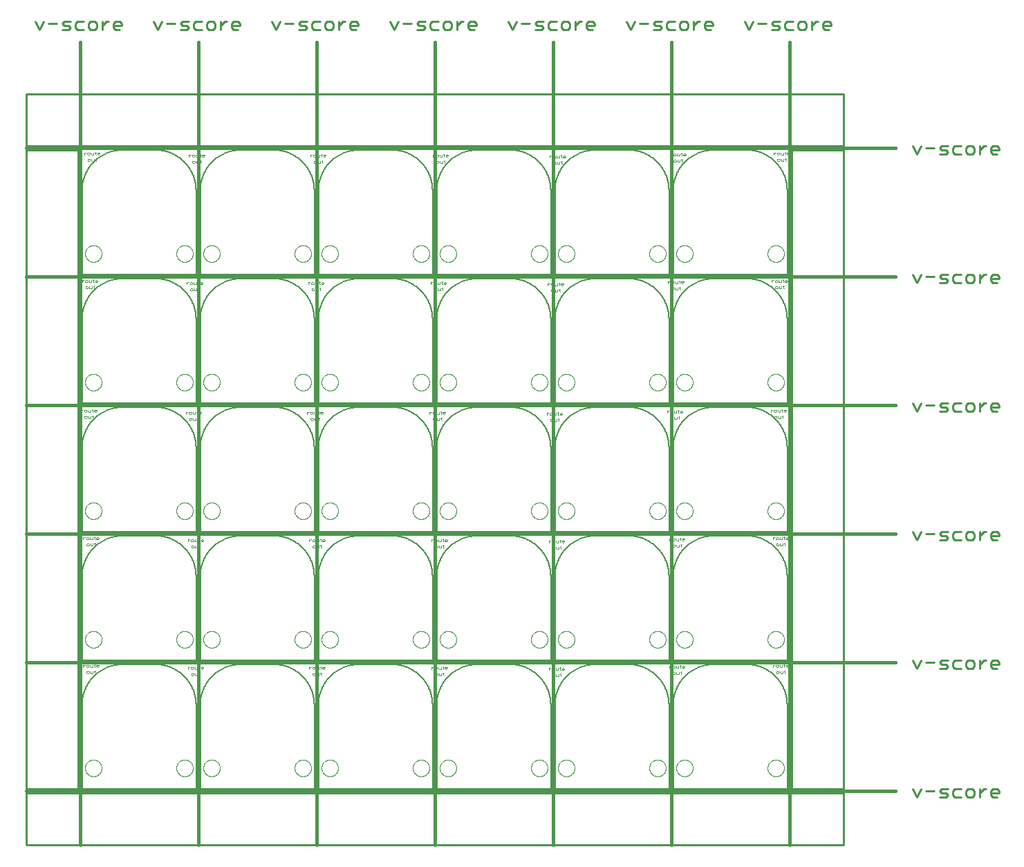
<source format=gko>
G75*
%MOIN*%
%OFA0B0*%
%FSLAX25Y25*%
%IPPOS*%
%LPD*%
%AMOC8*
5,1,8,0,0,1.08239X$1,22.5*
%
%ADD10C,0.00800*%
%ADD11C,0.01500*%
%ADD12C,0.01100*%
%ADD13C,0.01000*%
%ADD14C,0.00300*%
%ADD15C,0.00000*%
D10*
X0028750Y0028750D02*
X0028750Y0068750D01*
X0028749Y0068750D02*
X0028746Y0069229D01*
X0028755Y0069707D01*
X0028775Y0070185D01*
X0028807Y0070663D01*
X0028850Y0071139D01*
X0028905Y0071614D01*
X0028972Y0072088D01*
X0029050Y0072560D01*
X0029140Y0073030D01*
X0029241Y0073498D01*
X0029353Y0073963D01*
X0029477Y0074425D01*
X0029612Y0074884D01*
X0029758Y0075340D01*
X0029915Y0075792D01*
X0030083Y0076240D01*
X0030262Y0076684D01*
X0030452Y0077123D01*
X0030652Y0077557D01*
X0030863Y0077987D01*
X0031084Y0078411D01*
X0031316Y0078830D01*
X0031557Y0079243D01*
X0031809Y0079650D01*
X0032071Y0080050D01*
X0032342Y0080444D01*
X0032623Y0080832D01*
X0032913Y0081212D01*
X0033212Y0081586D01*
X0033520Y0081952D01*
X0033837Y0082310D01*
X0034163Y0082660D01*
X0034497Y0083003D01*
X0034840Y0083337D01*
X0035190Y0083663D01*
X0035548Y0083980D01*
X0035914Y0084288D01*
X0036288Y0084587D01*
X0036668Y0084877D01*
X0037056Y0085158D01*
X0037450Y0085429D01*
X0037850Y0085691D01*
X0038257Y0085943D01*
X0038670Y0086184D01*
X0039089Y0086416D01*
X0039513Y0086637D01*
X0039943Y0086848D01*
X0040377Y0087048D01*
X0040816Y0087238D01*
X0041260Y0087417D01*
X0041708Y0087585D01*
X0042160Y0087742D01*
X0042616Y0087888D01*
X0043075Y0088023D01*
X0043537Y0088147D01*
X0044002Y0088259D01*
X0044470Y0088360D01*
X0044940Y0088450D01*
X0045412Y0088528D01*
X0045886Y0088595D01*
X0046361Y0088650D01*
X0046837Y0088693D01*
X0047315Y0088725D01*
X0047793Y0088745D01*
X0048271Y0088754D01*
X0048750Y0088751D01*
X0048750Y0088750D02*
X0063750Y0088750D01*
X0063750Y0088751D02*
X0064229Y0088754D01*
X0064707Y0088745D01*
X0065185Y0088725D01*
X0065663Y0088693D01*
X0066139Y0088650D01*
X0066614Y0088595D01*
X0067088Y0088528D01*
X0067560Y0088450D01*
X0068030Y0088360D01*
X0068498Y0088259D01*
X0068963Y0088147D01*
X0069425Y0088023D01*
X0069884Y0087888D01*
X0070340Y0087742D01*
X0070792Y0087585D01*
X0071240Y0087417D01*
X0071684Y0087238D01*
X0072123Y0087048D01*
X0072557Y0086848D01*
X0072987Y0086637D01*
X0073411Y0086416D01*
X0073830Y0086184D01*
X0074243Y0085943D01*
X0074650Y0085691D01*
X0075050Y0085429D01*
X0075444Y0085158D01*
X0075832Y0084877D01*
X0076212Y0084587D01*
X0076586Y0084288D01*
X0076952Y0083980D01*
X0077310Y0083663D01*
X0077660Y0083337D01*
X0078003Y0083003D01*
X0078337Y0082660D01*
X0078663Y0082310D01*
X0078980Y0081952D01*
X0079288Y0081586D01*
X0079587Y0081212D01*
X0079877Y0080832D01*
X0080158Y0080444D01*
X0080429Y0080050D01*
X0080691Y0079650D01*
X0080943Y0079243D01*
X0081184Y0078830D01*
X0081416Y0078411D01*
X0081637Y0077987D01*
X0081848Y0077557D01*
X0082048Y0077123D01*
X0082238Y0076684D01*
X0082417Y0076240D01*
X0082585Y0075792D01*
X0082742Y0075340D01*
X0082888Y0074884D01*
X0083023Y0074425D01*
X0083147Y0073963D01*
X0083259Y0073498D01*
X0083360Y0073030D01*
X0083450Y0072560D01*
X0083528Y0072088D01*
X0083595Y0071614D01*
X0083650Y0071139D01*
X0083693Y0070663D01*
X0083725Y0070185D01*
X0083745Y0069707D01*
X0083754Y0069229D01*
X0083751Y0068750D01*
X0083750Y0068750D02*
X0083750Y0028750D01*
X0028750Y0028750D01*
X0085750Y0028750D02*
X0085750Y0068750D01*
X0085749Y0068750D02*
X0085746Y0069229D01*
X0085755Y0069707D01*
X0085775Y0070185D01*
X0085807Y0070663D01*
X0085850Y0071139D01*
X0085905Y0071614D01*
X0085972Y0072088D01*
X0086050Y0072560D01*
X0086140Y0073030D01*
X0086241Y0073498D01*
X0086353Y0073963D01*
X0086477Y0074425D01*
X0086612Y0074884D01*
X0086758Y0075340D01*
X0086915Y0075792D01*
X0087083Y0076240D01*
X0087262Y0076684D01*
X0087452Y0077123D01*
X0087652Y0077557D01*
X0087863Y0077987D01*
X0088084Y0078411D01*
X0088316Y0078830D01*
X0088557Y0079243D01*
X0088809Y0079650D01*
X0089071Y0080050D01*
X0089342Y0080444D01*
X0089623Y0080832D01*
X0089913Y0081212D01*
X0090212Y0081586D01*
X0090520Y0081952D01*
X0090837Y0082310D01*
X0091163Y0082660D01*
X0091497Y0083003D01*
X0091840Y0083337D01*
X0092190Y0083663D01*
X0092548Y0083980D01*
X0092914Y0084288D01*
X0093288Y0084587D01*
X0093668Y0084877D01*
X0094056Y0085158D01*
X0094450Y0085429D01*
X0094850Y0085691D01*
X0095257Y0085943D01*
X0095670Y0086184D01*
X0096089Y0086416D01*
X0096513Y0086637D01*
X0096943Y0086848D01*
X0097377Y0087048D01*
X0097816Y0087238D01*
X0098260Y0087417D01*
X0098708Y0087585D01*
X0099160Y0087742D01*
X0099616Y0087888D01*
X0100075Y0088023D01*
X0100537Y0088147D01*
X0101002Y0088259D01*
X0101470Y0088360D01*
X0101940Y0088450D01*
X0102412Y0088528D01*
X0102886Y0088595D01*
X0103361Y0088650D01*
X0103837Y0088693D01*
X0104315Y0088725D01*
X0104793Y0088745D01*
X0105271Y0088754D01*
X0105750Y0088751D01*
X0105750Y0088750D02*
X0120750Y0088750D01*
X0120750Y0088751D02*
X0121229Y0088754D01*
X0121707Y0088745D01*
X0122185Y0088725D01*
X0122663Y0088693D01*
X0123139Y0088650D01*
X0123614Y0088595D01*
X0124088Y0088528D01*
X0124560Y0088450D01*
X0125030Y0088360D01*
X0125498Y0088259D01*
X0125963Y0088147D01*
X0126425Y0088023D01*
X0126884Y0087888D01*
X0127340Y0087742D01*
X0127792Y0087585D01*
X0128240Y0087417D01*
X0128684Y0087238D01*
X0129123Y0087048D01*
X0129557Y0086848D01*
X0129987Y0086637D01*
X0130411Y0086416D01*
X0130830Y0086184D01*
X0131243Y0085943D01*
X0131650Y0085691D01*
X0132050Y0085429D01*
X0132444Y0085158D01*
X0132832Y0084877D01*
X0133212Y0084587D01*
X0133586Y0084288D01*
X0133952Y0083980D01*
X0134310Y0083663D01*
X0134660Y0083337D01*
X0135003Y0083003D01*
X0135337Y0082660D01*
X0135663Y0082310D01*
X0135980Y0081952D01*
X0136288Y0081586D01*
X0136587Y0081212D01*
X0136877Y0080832D01*
X0137158Y0080444D01*
X0137429Y0080050D01*
X0137691Y0079650D01*
X0137943Y0079243D01*
X0138184Y0078830D01*
X0138416Y0078411D01*
X0138637Y0077987D01*
X0138848Y0077557D01*
X0139048Y0077123D01*
X0139238Y0076684D01*
X0139417Y0076240D01*
X0139585Y0075792D01*
X0139742Y0075340D01*
X0139888Y0074884D01*
X0140023Y0074425D01*
X0140147Y0073963D01*
X0140259Y0073498D01*
X0140360Y0073030D01*
X0140450Y0072560D01*
X0140528Y0072088D01*
X0140595Y0071614D01*
X0140650Y0071139D01*
X0140693Y0070663D01*
X0140725Y0070185D01*
X0140745Y0069707D01*
X0140754Y0069229D01*
X0140751Y0068750D01*
X0140750Y0068750D02*
X0140750Y0028750D01*
X0085750Y0028750D01*
X0142750Y0028750D02*
X0142750Y0068750D01*
X0142749Y0068750D02*
X0142746Y0069229D01*
X0142755Y0069707D01*
X0142775Y0070185D01*
X0142807Y0070663D01*
X0142850Y0071139D01*
X0142905Y0071614D01*
X0142972Y0072088D01*
X0143050Y0072560D01*
X0143140Y0073030D01*
X0143241Y0073498D01*
X0143353Y0073963D01*
X0143477Y0074425D01*
X0143612Y0074884D01*
X0143758Y0075340D01*
X0143915Y0075792D01*
X0144083Y0076240D01*
X0144262Y0076684D01*
X0144452Y0077123D01*
X0144652Y0077557D01*
X0144863Y0077987D01*
X0145084Y0078411D01*
X0145316Y0078830D01*
X0145557Y0079243D01*
X0145809Y0079650D01*
X0146071Y0080050D01*
X0146342Y0080444D01*
X0146623Y0080832D01*
X0146913Y0081212D01*
X0147212Y0081586D01*
X0147520Y0081952D01*
X0147837Y0082310D01*
X0148163Y0082660D01*
X0148497Y0083003D01*
X0148840Y0083337D01*
X0149190Y0083663D01*
X0149548Y0083980D01*
X0149914Y0084288D01*
X0150288Y0084587D01*
X0150668Y0084877D01*
X0151056Y0085158D01*
X0151450Y0085429D01*
X0151850Y0085691D01*
X0152257Y0085943D01*
X0152670Y0086184D01*
X0153089Y0086416D01*
X0153513Y0086637D01*
X0153943Y0086848D01*
X0154377Y0087048D01*
X0154816Y0087238D01*
X0155260Y0087417D01*
X0155708Y0087585D01*
X0156160Y0087742D01*
X0156616Y0087888D01*
X0157075Y0088023D01*
X0157537Y0088147D01*
X0158002Y0088259D01*
X0158470Y0088360D01*
X0158940Y0088450D01*
X0159412Y0088528D01*
X0159886Y0088595D01*
X0160361Y0088650D01*
X0160837Y0088693D01*
X0161315Y0088725D01*
X0161793Y0088745D01*
X0162271Y0088754D01*
X0162750Y0088751D01*
X0162750Y0088750D02*
X0177750Y0088750D01*
X0177750Y0088751D02*
X0178229Y0088754D01*
X0178707Y0088745D01*
X0179185Y0088725D01*
X0179663Y0088693D01*
X0180139Y0088650D01*
X0180614Y0088595D01*
X0181088Y0088528D01*
X0181560Y0088450D01*
X0182030Y0088360D01*
X0182498Y0088259D01*
X0182963Y0088147D01*
X0183425Y0088023D01*
X0183884Y0087888D01*
X0184340Y0087742D01*
X0184792Y0087585D01*
X0185240Y0087417D01*
X0185684Y0087238D01*
X0186123Y0087048D01*
X0186557Y0086848D01*
X0186987Y0086637D01*
X0187411Y0086416D01*
X0187830Y0086184D01*
X0188243Y0085943D01*
X0188650Y0085691D01*
X0189050Y0085429D01*
X0189444Y0085158D01*
X0189832Y0084877D01*
X0190212Y0084587D01*
X0190586Y0084288D01*
X0190952Y0083980D01*
X0191310Y0083663D01*
X0191660Y0083337D01*
X0192003Y0083003D01*
X0192337Y0082660D01*
X0192663Y0082310D01*
X0192980Y0081952D01*
X0193288Y0081586D01*
X0193587Y0081212D01*
X0193877Y0080832D01*
X0194158Y0080444D01*
X0194429Y0080050D01*
X0194691Y0079650D01*
X0194943Y0079243D01*
X0195184Y0078830D01*
X0195416Y0078411D01*
X0195637Y0077987D01*
X0195848Y0077557D01*
X0196048Y0077123D01*
X0196238Y0076684D01*
X0196417Y0076240D01*
X0196585Y0075792D01*
X0196742Y0075340D01*
X0196888Y0074884D01*
X0197023Y0074425D01*
X0197147Y0073963D01*
X0197259Y0073498D01*
X0197360Y0073030D01*
X0197450Y0072560D01*
X0197528Y0072088D01*
X0197595Y0071614D01*
X0197650Y0071139D01*
X0197693Y0070663D01*
X0197725Y0070185D01*
X0197745Y0069707D01*
X0197754Y0069229D01*
X0197751Y0068750D01*
X0197750Y0068750D02*
X0197750Y0028750D01*
X0142750Y0028750D01*
X0199750Y0028750D02*
X0199750Y0068750D01*
X0199749Y0068750D02*
X0199746Y0069229D01*
X0199755Y0069707D01*
X0199775Y0070185D01*
X0199807Y0070663D01*
X0199850Y0071139D01*
X0199905Y0071614D01*
X0199972Y0072088D01*
X0200050Y0072560D01*
X0200140Y0073030D01*
X0200241Y0073498D01*
X0200353Y0073963D01*
X0200477Y0074425D01*
X0200612Y0074884D01*
X0200758Y0075340D01*
X0200915Y0075792D01*
X0201083Y0076240D01*
X0201262Y0076684D01*
X0201452Y0077123D01*
X0201652Y0077557D01*
X0201863Y0077987D01*
X0202084Y0078411D01*
X0202316Y0078830D01*
X0202557Y0079243D01*
X0202809Y0079650D01*
X0203071Y0080050D01*
X0203342Y0080444D01*
X0203623Y0080832D01*
X0203913Y0081212D01*
X0204212Y0081586D01*
X0204520Y0081952D01*
X0204837Y0082310D01*
X0205163Y0082660D01*
X0205497Y0083003D01*
X0205840Y0083337D01*
X0206190Y0083663D01*
X0206548Y0083980D01*
X0206914Y0084288D01*
X0207288Y0084587D01*
X0207668Y0084877D01*
X0208056Y0085158D01*
X0208450Y0085429D01*
X0208850Y0085691D01*
X0209257Y0085943D01*
X0209670Y0086184D01*
X0210089Y0086416D01*
X0210513Y0086637D01*
X0210943Y0086848D01*
X0211377Y0087048D01*
X0211816Y0087238D01*
X0212260Y0087417D01*
X0212708Y0087585D01*
X0213160Y0087742D01*
X0213616Y0087888D01*
X0214075Y0088023D01*
X0214537Y0088147D01*
X0215002Y0088259D01*
X0215470Y0088360D01*
X0215940Y0088450D01*
X0216412Y0088528D01*
X0216886Y0088595D01*
X0217361Y0088650D01*
X0217837Y0088693D01*
X0218315Y0088725D01*
X0218793Y0088745D01*
X0219271Y0088754D01*
X0219750Y0088751D01*
X0219750Y0088750D02*
X0234750Y0088750D01*
X0234750Y0088751D02*
X0235229Y0088754D01*
X0235707Y0088745D01*
X0236185Y0088725D01*
X0236663Y0088693D01*
X0237139Y0088650D01*
X0237614Y0088595D01*
X0238088Y0088528D01*
X0238560Y0088450D01*
X0239030Y0088360D01*
X0239498Y0088259D01*
X0239963Y0088147D01*
X0240425Y0088023D01*
X0240884Y0087888D01*
X0241340Y0087742D01*
X0241792Y0087585D01*
X0242240Y0087417D01*
X0242684Y0087238D01*
X0243123Y0087048D01*
X0243557Y0086848D01*
X0243987Y0086637D01*
X0244411Y0086416D01*
X0244830Y0086184D01*
X0245243Y0085943D01*
X0245650Y0085691D01*
X0246050Y0085429D01*
X0246444Y0085158D01*
X0246832Y0084877D01*
X0247212Y0084587D01*
X0247586Y0084288D01*
X0247952Y0083980D01*
X0248310Y0083663D01*
X0248660Y0083337D01*
X0249003Y0083003D01*
X0249337Y0082660D01*
X0249663Y0082310D01*
X0249980Y0081952D01*
X0250288Y0081586D01*
X0250587Y0081212D01*
X0250877Y0080832D01*
X0251158Y0080444D01*
X0251429Y0080050D01*
X0251691Y0079650D01*
X0251943Y0079243D01*
X0252184Y0078830D01*
X0252416Y0078411D01*
X0252637Y0077987D01*
X0252848Y0077557D01*
X0253048Y0077123D01*
X0253238Y0076684D01*
X0253417Y0076240D01*
X0253585Y0075792D01*
X0253742Y0075340D01*
X0253888Y0074884D01*
X0254023Y0074425D01*
X0254147Y0073963D01*
X0254259Y0073498D01*
X0254360Y0073030D01*
X0254450Y0072560D01*
X0254528Y0072088D01*
X0254595Y0071614D01*
X0254650Y0071139D01*
X0254693Y0070663D01*
X0254725Y0070185D01*
X0254745Y0069707D01*
X0254754Y0069229D01*
X0254751Y0068750D01*
X0254750Y0068750D02*
X0254750Y0028750D01*
X0199750Y0028750D01*
X0256750Y0028750D02*
X0256750Y0068750D01*
X0256749Y0068750D02*
X0256746Y0069229D01*
X0256755Y0069707D01*
X0256775Y0070185D01*
X0256807Y0070663D01*
X0256850Y0071139D01*
X0256905Y0071614D01*
X0256972Y0072088D01*
X0257050Y0072560D01*
X0257140Y0073030D01*
X0257241Y0073498D01*
X0257353Y0073963D01*
X0257477Y0074425D01*
X0257612Y0074884D01*
X0257758Y0075340D01*
X0257915Y0075792D01*
X0258083Y0076240D01*
X0258262Y0076684D01*
X0258452Y0077123D01*
X0258652Y0077557D01*
X0258863Y0077987D01*
X0259084Y0078411D01*
X0259316Y0078830D01*
X0259557Y0079243D01*
X0259809Y0079650D01*
X0260071Y0080050D01*
X0260342Y0080444D01*
X0260623Y0080832D01*
X0260913Y0081212D01*
X0261212Y0081586D01*
X0261520Y0081952D01*
X0261837Y0082310D01*
X0262163Y0082660D01*
X0262497Y0083003D01*
X0262840Y0083337D01*
X0263190Y0083663D01*
X0263548Y0083980D01*
X0263914Y0084288D01*
X0264288Y0084587D01*
X0264668Y0084877D01*
X0265056Y0085158D01*
X0265450Y0085429D01*
X0265850Y0085691D01*
X0266257Y0085943D01*
X0266670Y0086184D01*
X0267089Y0086416D01*
X0267513Y0086637D01*
X0267943Y0086848D01*
X0268377Y0087048D01*
X0268816Y0087238D01*
X0269260Y0087417D01*
X0269708Y0087585D01*
X0270160Y0087742D01*
X0270616Y0087888D01*
X0271075Y0088023D01*
X0271537Y0088147D01*
X0272002Y0088259D01*
X0272470Y0088360D01*
X0272940Y0088450D01*
X0273412Y0088528D01*
X0273886Y0088595D01*
X0274361Y0088650D01*
X0274837Y0088693D01*
X0275315Y0088725D01*
X0275793Y0088745D01*
X0276271Y0088754D01*
X0276750Y0088751D01*
X0276750Y0088750D02*
X0291750Y0088750D01*
X0291750Y0088751D02*
X0292229Y0088754D01*
X0292707Y0088745D01*
X0293185Y0088725D01*
X0293663Y0088693D01*
X0294139Y0088650D01*
X0294614Y0088595D01*
X0295088Y0088528D01*
X0295560Y0088450D01*
X0296030Y0088360D01*
X0296498Y0088259D01*
X0296963Y0088147D01*
X0297425Y0088023D01*
X0297884Y0087888D01*
X0298340Y0087742D01*
X0298792Y0087585D01*
X0299240Y0087417D01*
X0299684Y0087238D01*
X0300123Y0087048D01*
X0300557Y0086848D01*
X0300987Y0086637D01*
X0301411Y0086416D01*
X0301830Y0086184D01*
X0302243Y0085943D01*
X0302650Y0085691D01*
X0303050Y0085429D01*
X0303444Y0085158D01*
X0303832Y0084877D01*
X0304212Y0084587D01*
X0304586Y0084288D01*
X0304952Y0083980D01*
X0305310Y0083663D01*
X0305660Y0083337D01*
X0306003Y0083003D01*
X0306337Y0082660D01*
X0306663Y0082310D01*
X0306980Y0081952D01*
X0307288Y0081586D01*
X0307587Y0081212D01*
X0307877Y0080832D01*
X0308158Y0080444D01*
X0308429Y0080050D01*
X0308691Y0079650D01*
X0308943Y0079243D01*
X0309184Y0078830D01*
X0309416Y0078411D01*
X0309637Y0077987D01*
X0309848Y0077557D01*
X0310048Y0077123D01*
X0310238Y0076684D01*
X0310417Y0076240D01*
X0310585Y0075792D01*
X0310742Y0075340D01*
X0310888Y0074884D01*
X0311023Y0074425D01*
X0311147Y0073963D01*
X0311259Y0073498D01*
X0311360Y0073030D01*
X0311450Y0072560D01*
X0311528Y0072088D01*
X0311595Y0071614D01*
X0311650Y0071139D01*
X0311693Y0070663D01*
X0311725Y0070185D01*
X0311745Y0069707D01*
X0311754Y0069229D01*
X0311751Y0068750D01*
X0311750Y0068750D02*
X0311750Y0028750D01*
X0256750Y0028750D01*
X0313750Y0028750D02*
X0313750Y0068750D01*
X0313749Y0068750D02*
X0313746Y0069229D01*
X0313755Y0069707D01*
X0313775Y0070185D01*
X0313807Y0070663D01*
X0313850Y0071139D01*
X0313905Y0071614D01*
X0313972Y0072088D01*
X0314050Y0072560D01*
X0314140Y0073030D01*
X0314241Y0073498D01*
X0314353Y0073963D01*
X0314477Y0074425D01*
X0314612Y0074884D01*
X0314758Y0075340D01*
X0314915Y0075792D01*
X0315083Y0076240D01*
X0315262Y0076684D01*
X0315452Y0077123D01*
X0315652Y0077557D01*
X0315863Y0077987D01*
X0316084Y0078411D01*
X0316316Y0078830D01*
X0316557Y0079243D01*
X0316809Y0079650D01*
X0317071Y0080050D01*
X0317342Y0080444D01*
X0317623Y0080832D01*
X0317913Y0081212D01*
X0318212Y0081586D01*
X0318520Y0081952D01*
X0318837Y0082310D01*
X0319163Y0082660D01*
X0319497Y0083003D01*
X0319840Y0083337D01*
X0320190Y0083663D01*
X0320548Y0083980D01*
X0320914Y0084288D01*
X0321288Y0084587D01*
X0321668Y0084877D01*
X0322056Y0085158D01*
X0322450Y0085429D01*
X0322850Y0085691D01*
X0323257Y0085943D01*
X0323670Y0086184D01*
X0324089Y0086416D01*
X0324513Y0086637D01*
X0324943Y0086848D01*
X0325377Y0087048D01*
X0325816Y0087238D01*
X0326260Y0087417D01*
X0326708Y0087585D01*
X0327160Y0087742D01*
X0327616Y0087888D01*
X0328075Y0088023D01*
X0328537Y0088147D01*
X0329002Y0088259D01*
X0329470Y0088360D01*
X0329940Y0088450D01*
X0330412Y0088528D01*
X0330886Y0088595D01*
X0331361Y0088650D01*
X0331837Y0088693D01*
X0332315Y0088725D01*
X0332793Y0088745D01*
X0333271Y0088754D01*
X0333750Y0088751D01*
X0333750Y0088750D02*
X0348750Y0088750D01*
X0348750Y0088751D02*
X0349229Y0088754D01*
X0349707Y0088745D01*
X0350185Y0088725D01*
X0350663Y0088693D01*
X0351139Y0088650D01*
X0351614Y0088595D01*
X0352088Y0088528D01*
X0352560Y0088450D01*
X0353030Y0088360D01*
X0353498Y0088259D01*
X0353963Y0088147D01*
X0354425Y0088023D01*
X0354884Y0087888D01*
X0355340Y0087742D01*
X0355792Y0087585D01*
X0356240Y0087417D01*
X0356684Y0087238D01*
X0357123Y0087048D01*
X0357557Y0086848D01*
X0357987Y0086637D01*
X0358411Y0086416D01*
X0358830Y0086184D01*
X0359243Y0085943D01*
X0359650Y0085691D01*
X0360050Y0085429D01*
X0360444Y0085158D01*
X0360832Y0084877D01*
X0361212Y0084587D01*
X0361586Y0084288D01*
X0361952Y0083980D01*
X0362310Y0083663D01*
X0362660Y0083337D01*
X0363003Y0083003D01*
X0363337Y0082660D01*
X0363663Y0082310D01*
X0363980Y0081952D01*
X0364288Y0081586D01*
X0364587Y0081212D01*
X0364877Y0080832D01*
X0365158Y0080444D01*
X0365429Y0080050D01*
X0365691Y0079650D01*
X0365943Y0079243D01*
X0366184Y0078830D01*
X0366416Y0078411D01*
X0366637Y0077987D01*
X0366848Y0077557D01*
X0367048Y0077123D01*
X0367238Y0076684D01*
X0367417Y0076240D01*
X0367585Y0075792D01*
X0367742Y0075340D01*
X0367888Y0074884D01*
X0368023Y0074425D01*
X0368147Y0073963D01*
X0368259Y0073498D01*
X0368360Y0073030D01*
X0368450Y0072560D01*
X0368528Y0072088D01*
X0368595Y0071614D01*
X0368650Y0071139D01*
X0368693Y0070663D01*
X0368725Y0070185D01*
X0368745Y0069707D01*
X0368754Y0069229D01*
X0368751Y0068750D01*
X0368750Y0068750D02*
X0368750Y0028750D01*
X0313750Y0028750D01*
X0313750Y0090750D02*
X0313750Y0130750D01*
X0311750Y0130750D02*
X0311750Y0090750D01*
X0256750Y0090750D01*
X0256750Y0130750D01*
X0254750Y0130750D02*
X0254750Y0090750D01*
X0199750Y0090750D01*
X0199750Y0130750D01*
X0197750Y0130750D02*
X0197750Y0090750D01*
X0142750Y0090750D01*
X0142750Y0130750D01*
X0140750Y0130750D02*
X0140750Y0090750D01*
X0085750Y0090750D01*
X0085750Y0130750D01*
X0083750Y0130750D02*
X0083750Y0090750D01*
X0028750Y0090750D01*
X0028750Y0130750D01*
X0028749Y0130750D02*
X0028746Y0131229D01*
X0028755Y0131707D01*
X0028775Y0132185D01*
X0028807Y0132663D01*
X0028850Y0133139D01*
X0028905Y0133614D01*
X0028972Y0134088D01*
X0029050Y0134560D01*
X0029140Y0135030D01*
X0029241Y0135498D01*
X0029353Y0135963D01*
X0029477Y0136425D01*
X0029612Y0136884D01*
X0029758Y0137340D01*
X0029915Y0137792D01*
X0030083Y0138240D01*
X0030262Y0138684D01*
X0030452Y0139123D01*
X0030652Y0139557D01*
X0030863Y0139987D01*
X0031084Y0140411D01*
X0031316Y0140830D01*
X0031557Y0141243D01*
X0031809Y0141650D01*
X0032071Y0142050D01*
X0032342Y0142444D01*
X0032623Y0142832D01*
X0032913Y0143212D01*
X0033212Y0143586D01*
X0033520Y0143952D01*
X0033837Y0144310D01*
X0034163Y0144660D01*
X0034497Y0145003D01*
X0034840Y0145337D01*
X0035190Y0145663D01*
X0035548Y0145980D01*
X0035914Y0146288D01*
X0036288Y0146587D01*
X0036668Y0146877D01*
X0037056Y0147158D01*
X0037450Y0147429D01*
X0037850Y0147691D01*
X0038257Y0147943D01*
X0038670Y0148184D01*
X0039089Y0148416D01*
X0039513Y0148637D01*
X0039943Y0148848D01*
X0040377Y0149048D01*
X0040816Y0149238D01*
X0041260Y0149417D01*
X0041708Y0149585D01*
X0042160Y0149742D01*
X0042616Y0149888D01*
X0043075Y0150023D01*
X0043537Y0150147D01*
X0044002Y0150259D01*
X0044470Y0150360D01*
X0044940Y0150450D01*
X0045412Y0150528D01*
X0045886Y0150595D01*
X0046361Y0150650D01*
X0046837Y0150693D01*
X0047315Y0150725D01*
X0047793Y0150745D01*
X0048271Y0150754D01*
X0048750Y0150751D01*
X0048750Y0150750D02*
X0063750Y0150750D01*
X0083750Y0152750D02*
X0083750Y0192750D01*
X0085750Y0192750D02*
X0085750Y0152750D01*
X0140750Y0152750D01*
X0140750Y0192750D01*
X0142750Y0192750D02*
X0142750Y0152750D01*
X0197750Y0152750D01*
X0197750Y0192750D01*
X0199750Y0192750D02*
X0199750Y0152750D01*
X0254750Y0152750D01*
X0254750Y0192750D01*
X0256750Y0192750D02*
X0256750Y0152750D01*
X0311750Y0152750D01*
X0311750Y0192750D01*
X0313750Y0192750D02*
X0313750Y0152750D01*
X0368750Y0152750D01*
X0368750Y0192750D01*
X0368751Y0192750D02*
X0368754Y0193229D01*
X0368745Y0193707D01*
X0368725Y0194185D01*
X0368693Y0194663D01*
X0368650Y0195139D01*
X0368595Y0195614D01*
X0368528Y0196088D01*
X0368450Y0196560D01*
X0368360Y0197030D01*
X0368259Y0197498D01*
X0368147Y0197963D01*
X0368023Y0198425D01*
X0367888Y0198884D01*
X0367742Y0199340D01*
X0367585Y0199792D01*
X0367417Y0200240D01*
X0367238Y0200684D01*
X0367048Y0201123D01*
X0366848Y0201557D01*
X0366637Y0201987D01*
X0366416Y0202411D01*
X0366184Y0202830D01*
X0365943Y0203243D01*
X0365691Y0203650D01*
X0365429Y0204050D01*
X0365158Y0204444D01*
X0364877Y0204832D01*
X0364587Y0205212D01*
X0364288Y0205586D01*
X0363980Y0205952D01*
X0363663Y0206310D01*
X0363337Y0206660D01*
X0363003Y0207003D01*
X0362660Y0207337D01*
X0362310Y0207663D01*
X0361952Y0207980D01*
X0361586Y0208288D01*
X0361212Y0208587D01*
X0360832Y0208877D01*
X0360444Y0209158D01*
X0360050Y0209429D01*
X0359650Y0209691D01*
X0359243Y0209943D01*
X0358830Y0210184D01*
X0358411Y0210416D01*
X0357987Y0210637D01*
X0357557Y0210848D01*
X0357123Y0211048D01*
X0356684Y0211238D01*
X0356240Y0211417D01*
X0355792Y0211585D01*
X0355340Y0211742D01*
X0354884Y0211888D01*
X0354425Y0212023D01*
X0353963Y0212147D01*
X0353498Y0212259D01*
X0353030Y0212360D01*
X0352560Y0212450D01*
X0352088Y0212528D01*
X0351614Y0212595D01*
X0351139Y0212650D01*
X0350663Y0212693D01*
X0350185Y0212725D01*
X0349707Y0212745D01*
X0349229Y0212754D01*
X0348750Y0212751D01*
X0348750Y0212750D02*
X0333750Y0212750D01*
X0333750Y0212751D02*
X0333271Y0212754D01*
X0332793Y0212745D01*
X0332315Y0212725D01*
X0331837Y0212693D01*
X0331361Y0212650D01*
X0330886Y0212595D01*
X0330412Y0212528D01*
X0329940Y0212450D01*
X0329470Y0212360D01*
X0329002Y0212259D01*
X0328537Y0212147D01*
X0328075Y0212023D01*
X0327616Y0211888D01*
X0327160Y0211742D01*
X0326708Y0211585D01*
X0326260Y0211417D01*
X0325816Y0211238D01*
X0325377Y0211048D01*
X0324943Y0210848D01*
X0324513Y0210637D01*
X0324089Y0210416D01*
X0323670Y0210184D01*
X0323257Y0209943D01*
X0322850Y0209691D01*
X0322450Y0209429D01*
X0322056Y0209158D01*
X0321668Y0208877D01*
X0321288Y0208587D01*
X0320914Y0208288D01*
X0320548Y0207980D01*
X0320190Y0207663D01*
X0319840Y0207337D01*
X0319497Y0207003D01*
X0319163Y0206660D01*
X0318837Y0206310D01*
X0318520Y0205952D01*
X0318212Y0205586D01*
X0317913Y0205212D01*
X0317623Y0204832D01*
X0317342Y0204444D01*
X0317071Y0204050D01*
X0316809Y0203650D01*
X0316557Y0203243D01*
X0316316Y0202830D01*
X0316084Y0202411D01*
X0315863Y0201987D01*
X0315652Y0201557D01*
X0315452Y0201123D01*
X0315262Y0200684D01*
X0315083Y0200240D01*
X0314915Y0199792D01*
X0314758Y0199340D01*
X0314612Y0198884D01*
X0314477Y0198425D01*
X0314353Y0197963D01*
X0314241Y0197498D01*
X0314140Y0197030D01*
X0314050Y0196560D01*
X0313972Y0196088D01*
X0313905Y0195614D01*
X0313850Y0195139D01*
X0313807Y0194663D01*
X0313775Y0194185D01*
X0313755Y0193707D01*
X0313746Y0193229D01*
X0313749Y0192750D01*
X0311751Y0192750D02*
X0311754Y0193229D01*
X0311745Y0193707D01*
X0311725Y0194185D01*
X0311693Y0194663D01*
X0311650Y0195139D01*
X0311595Y0195614D01*
X0311528Y0196088D01*
X0311450Y0196560D01*
X0311360Y0197030D01*
X0311259Y0197498D01*
X0311147Y0197963D01*
X0311023Y0198425D01*
X0310888Y0198884D01*
X0310742Y0199340D01*
X0310585Y0199792D01*
X0310417Y0200240D01*
X0310238Y0200684D01*
X0310048Y0201123D01*
X0309848Y0201557D01*
X0309637Y0201987D01*
X0309416Y0202411D01*
X0309184Y0202830D01*
X0308943Y0203243D01*
X0308691Y0203650D01*
X0308429Y0204050D01*
X0308158Y0204444D01*
X0307877Y0204832D01*
X0307587Y0205212D01*
X0307288Y0205586D01*
X0306980Y0205952D01*
X0306663Y0206310D01*
X0306337Y0206660D01*
X0306003Y0207003D01*
X0305660Y0207337D01*
X0305310Y0207663D01*
X0304952Y0207980D01*
X0304586Y0208288D01*
X0304212Y0208587D01*
X0303832Y0208877D01*
X0303444Y0209158D01*
X0303050Y0209429D01*
X0302650Y0209691D01*
X0302243Y0209943D01*
X0301830Y0210184D01*
X0301411Y0210416D01*
X0300987Y0210637D01*
X0300557Y0210848D01*
X0300123Y0211048D01*
X0299684Y0211238D01*
X0299240Y0211417D01*
X0298792Y0211585D01*
X0298340Y0211742D01*
X0297884Y0211888D01*
X0297425Y0212023D01*
X0296963Y0212147D01*
X0296498Y0212259D01*
X0296030Y0212360D01*
X0295560Y0212450D01*
X0295088Y0212528D01*
X0294614Y0212595D01*
X0294139Y0212650D01*
X0293663Y0212693D01*
X0293185Y0212725D01*
X0292707Y0212745D01*
X0292229Y0212754D01*
X0291750Y0212751D01*
X0291750Y0212750D02*
X0276750Y0212750D01*
X0276750Y0212751D02*
X0276271Y0212754D01*
X0275793Y0212745D01*
X0275315Y0212725D01*
X0274837Y0212693D01*
X0274361Y0212650D01*
X0273886Y0212595D01*
X0273412Y0212528D01*
X0272940Y0212450D01*
X0272470Y0212360D01*
X0272002Y0212259D01*
X0271537Y0212147D01*
X0271075Y0212023D01*
X0270616Y0211888D01*
X0270160Y0211742D01*
X0269708Y0211585D01*
X0269260Y0211417D01*
X0268816Y0211238D01*
X0268377Y0211048D01*
X0267943Y0210848D01*
X0267513Y0210637D01*
X0267089Y0210416D01*
X0266670Y0210184D01*
X0266257Y0209943D01*
X0265850Y0209691D01*
X0265450Y0209429D01*
X0265056Y0209158D01*
X0264668Y0208877D01*
X0264288Y0208587D01*
X0263914Y0208288D01*
X0263548Y0207980D01*
X0263190Y0207663D01*
X0262840Y0207337D01*
X0262497Y0207003D01*
X0262163Y0206660D01*
X0261837Y0206310D01*
X0261520Y0205952D01*
X0261212Y0205586D01*
X0260913Y0205212D01*
X0260623Y0204832D01*
X0260342Y0204444D01*
X0260071Y0204050D01*
X0259809Y0203650D01*
X0259557Y0203243D01*
X0259316Y0202830D01*
X0259084Y0202411D01*
X0258863Y0201987D01*
X0258652Y0201557D01*
X0258452Y0201123D01*
X0258262Y0200684D01*
X0258083Y0200240D01*
X0257915Y0199792D01*
X0257758Y0199340D01*
X0257612Y0198884D01*
X0257477Y0198425D01*
X0257353Y0197963D01*
X0257241Y0197498D01*
X0257140Y0197030D01*
X0257050Y0196560D01*
X0256972Y0196088D01*
X0256905Y0195614D01*
X0256850Y0195139D01*
X0256807Y0194663D01*
X0256775Y0194185D01*
X0256755Y0193707D01*
X0256746Y0193229D01*
X0256749Y0192750D01*
X0254751Y0192750D02*
X0254754Y0193229D01*
X0254745Y0193707D01*
X0254725Y0194185D01*
X0254693Y0194663D01*
X0254650Y0195139D01*
X0254595Y0195614D01*
X0254528Y0196088D01*
X0254450Y0196560D01*
X0254360Y0197030D01*
X0254259Y0197498D01*
X0254147Y0197963D01*
X0254023Y0198425D01*
X0253888Y0198884D01*
X0253742Y0199340D01*
X0253585Y0199792D01*
X0253417Y0200240D01*
X0253238Y0200684D01*
X0253048Y0201123D01*
X0252848Y0201557D01*
X0252637Y0201987D01*
X0252416Y0202411D01*
X0252184Y0202830D01*
X0251943Y0203243D01*
X0251691Y0203650D01*
X0251429Y0204050D01*
X0251158Y0204444D01*
X0250877Y0204832D01*
X0250587Y0205212D01*
X0250288Y0205586D01*
X0249980Y0205952D01*
X0249663Y0206310D01*
X0249337Y0206660D01*
X0249003Y0207003D01*
X0248660Y0207337D01*
X0248310Y0207663D01*
X0247952Y0207980D01*
X0247586Y0208288D01*
X0247212Y0208587D01*
X0246832Y0208877D01*
X0246444Y0209158D01*
X0246050Y0209429D01*
X0245650Y0209691D01*
X0245243Y0209943D01*
X0244830Y0210184D01*
X0244411Y0210416D01*
X0243987Y0210637D01*
X0243557Y0210848D01*
X0243123Y0211048D01*
X0242684Y0211238D01*
X0242240Y0211417D01*
X0241792Y0211585D01*
X0241340Y0211742D01*
X0240884Y0211888D01*
X0240425Y0212023D01*
X0239963Y0212147D01*
X0239498Y0212259D01*
X0239030Y0212360D01*
X0238560Y0212450D01*
X0238088Y0212528D01*
X0237614Y0212595D01*
X0237139Y0212650D01*
X0236663Y0212693D01*
X0236185Y0212725D01*
X0235707Y0212745D01*
X0235229Y0212754D01*
X0234750Y0212751D01*
X0234750Y0212750D02*
X0219750Y0212750D01*
X0219750Y0212751D02*
X0219271Y0212754D01*
X0218793Y0212745D01*
X0218315Y0212725D01*
X0217837Y0212693D01*
X0217361Y0212650D01*
X0216886Y0212595D01*
X0216412Y0212528D01*
X0215940Y0212450D01*
X0215470Y0212360D01*
X0215002Y0212259D01*
X0214537Y0212147D01*
X0214075Y0212023D01*
X0213616Y0211888D01*
X0213160Y0211742D01*
X0212708Y0211585D01*
X0212260Y0211417D01*
X0211816Y0211238D01*
X0211377Y0211048D01*
X0210943Y0210848D01*
X0210513Y0210637D01*
X0210089Y0210416D01*
X0209670Y0210184D01*
X0209257Y0209943D01*
X0208850Y0209691D01*
X0208450Y0209429D01*
X0208056Y0209158D01*
X0207668Y0208877D01*
X0207288Y0208587D01*
X0206914Y0208288D01*
X0206548Y0207980D01*
X0206190Y0207663D01*
X0205840Y0207337D01*
X0205497Y0207003D01*
X0205163Y0206660D01*
X0204837Y0206310D01*
X0204520Y0205952D01*
X0204212Y0205586D01*
X0203913Y0205212D01*
X0203623Y0204832D01*
X0203342Y0204444D01*
X0203071Y0204050D01*
X0202809Y0203650D01*
X0202557Y0203243D01*
X0202316Y0202830D01*
X0202084Y0202411D01*
X0201863Y0201987D01*
X0201652Y0201557D01*
X0201452Y0201123D01*
X0201262Y0200684D01*
X0201083Y0200240D01*
X0200915Y0199792D01*
X0200758Y0199340D01*
X0200612Y0198884D01*
X0200477Y0198425D01*
X0200353Y0197963D01*
X0200241Y0197498D01*
X0200140Y0197030D01*
X0200050Y0196560D01*
X0199972Y0196088D01*
X0199905Y0195614D01*
X0199850Y0195139D01*
X0199807Y0194663D01*
X0199775Y0194185D01*
X0199755Y0193707D01*
X0199746Y0193229D01*
X0199749Y0192750D01*
X0197751Y0192750D02*
X0197754Y0193229D01*
X0197745Y0193707D01*
X0197725Y0194185D01*
X0197693Y0194663D01*
X0197650Y0195139D01*
X0197595Y0195614D01*
X0197528Y0196088D01*
X0197450Y0196560D01*
X0197360Y0197030D01*
X0197259Y0197498D01*
X0197147Y0197963D01*
X0197023Y0198425D01*
X0196888Y0198884D01*
X0196742Y0199340D01*
X0196585Y0199792D01*
X0196417Y0200240D01*
X0196238Y0200684D01*
X0196048Y0201123D01*
X0195848Y0201557D01*
X0195637Y0201987D01*
X0195416Y0202411D01*
X0195184Y0202830D01*
X0194943Y0203243D01*
X0194691Y0203650D01*
X0194429Y0204050D01*
X0194158Y0204444D01*
X0193877Y0204832D01*
X0193587Y0205212D01*
X0193288Y0205586D01*
X0192980Y0205952D01*
X0192663Y0206310D01*
X0192337Y0206660D01*
X0192003Y0207003D01*
X0191660Y0207337D01*
X0191310Y0207663D01*
X0190952Y0207980D01*
X0190586Y0208288D01*
X0190212Y0208587D01*
X0189832Y0208877D01*
X0189444Y0209158D01*
X0189050Y0209429D01*
X0188650Y0209691D01*
X0188243Y0209943D01*
X0187830Y0210184D01*
X0187411Y0210416D01*
X0186987Y0210637D01*
X0186557Y0210848D01*
X0186123Y0211048D01*
X0185684Y0211238D01*
X0185240Y0211417D01*
X0184792Y0211585D01*
X0184340Y0211742D01*
X0183884Y0211888D01*
X0183425Y0212023D01*
X0182963Y0212147D01*
X0182498Y0212259D01*
X0182030Y0212360D01*
X0181560Y0212450D01*
X0181088Y0212528D01*
X0180614Y0212595D01*
X0180139Y0212650D01*
X0179663Y0212693D01*
X0179185Y0212725D01*
X0178707Y0212745D01*
X0178229Y0212754D01*
X0177750Y0212751D01*
X0177750Y0212750D02*
X0162750Y0212750D01*
X0162750Y0212751D02*
X0162271Y0212754D01*
X0161793Y0212745D01*
X0161315Y0212725D01*
X0160837Y0212693D01*
X0160361Y0212650D01*
X0159886Y0212595D01*
X0159412Y0212528D01*
X0158940Y0212450D01*
X0158470Y0212360D01*
X0158002Y0212259D01*
X0157537Y0212147D01*
X0157075Y0212023D01*
X0156616Y0211888D01*
X0156160Y0211742D01*
X0155708Y0211585D01*
X0155260Y0211417D01*
X0154816Y0211238D01*
X0154377Y0211048D01*
X0153943Y0210848D01*
X0153513Y0210637D01*
X0153089Y0210416D01*
X0152670Y0210184D01*
X0152257Y0209943D01*
X0151850Y0209691D01*
X0151450Y0209429D01*
X0151056Y0209158D01*
X0150668Y0208877D01*
X0150288Y0208587D01*
X0149914Y0208288D01*
X0149548Y0207980D01*
X0149190Y0207663D01*
X0148840Y0207337D01*
X0148497Y0207003D01*
X0148163Y0206660D01*
X0147837Y0206310D01*
X0147520Y0205952D01*
X0147212Y0205586D01*
X0146913Y0205212D01*
X0146623Y0204832D01*
X0146342Y0204444D01*
X0146071Y0204050D01*
X0145809Y0203650D01*
X0145557Y0203243D01*
X0145316Y0202830D01*
X0145084Y0202411D01*
X0144863Y0201987D01*
X0144652Y0201557D01*
X0144452Y0201123D01*
X0144262Y0200684D01*
X0144083Y0200240D01*
X0143915Y0199792D01*
X0143758Y0199340D01*
X0143612Y0198884D01*
X0143477Y0198425D01*
X0143353Y0197963D01*
X0143241Y0197498D01*
X0143140Y0197030D01*
X0143050Y0196560D01*
X0142972Y0196088D01*
X0142905Y0195614D01*
X0142850Y0195139D01*
X0142807Y0194663D01*
X0142775Y0194185D01*
X0142755Y0193707D01*
X0142746Y0193229D01*
X0142749Y0192750D01*
X0140751Y0192750D02*
X0140754Y0193229D01*
X0140745Y0193707D01*
X0140725Y0194185D01*
X0140693Y0194663D01*
X0140650Y0195139D01*
X0140595Y0195614D01*
X0140528Y0196088D01*
X0140450Y0196560D01*
X0140360Y0197030D01*
X0140259Y0197498D01*
X0140147Y0197963D01*
X0140023Y0198425D01*
X0139888Y0198884D01*
X0139742Y0199340D01*
X0139585Y0199792D01*
X0139417Y0200240D01*
X0139238Y0200684D01*
X0139048Y0201123D01*
X0138848Y0201557D01*
X0138637Y0201987D01*
X0138416Y0202411D01*
X0138184Y0202830D01*
X0137943Y0203243D01*
X0137691Y0203650D01*
X0137429Y0204050D01*
X0137158Y0204444D01*
X0136877Y0204832D01*
X0136587Y0205212D01*
X0136288Y0205586D01*
X0135980Y0205952D01*
X0135663Y0206310D01*
X0135337Y0206660D01*
X0135003Y0207003D01*
X0134660Y0207337D01*
X0134310Y0207663D01*
X0133952Y0207980D01*
X0133586Y0208288D01*
X0133212Y0208587D01*
X0132832Y0208877D01*
X0132444Y0209158D01*
X0132050Y0209429D01*
X0131650Y0209691D01*
X0131243Y0209943D01*
X0130830Y0210184D01*
X0130411Y0210416D01*
X0129987Y0210637D01*
X0129557Y0210848D01*
X0129123Y0211048D01*
X0128684Y0211238D01*
X0128240Y0211417D01*
X0127792Y0211585D01*
X0127340Y0211742D01*
X0126884Y0211888D01*
X0126425Y0212023D01*
X0125963Y0212147D01*
X0125498Y0212259D01*
X0125030Y0212360D01*
X0124560Y0212450D01*
X0124088Y0212528D01*
X0123614Y0212595D01*
X0123139Y0212650D01*
X0122663Y0212693D01*
X0122185Y0212725D01*
X0121707Y0212745D01*
X0121229Y0212754D01*
X0120750Y0212751D01*
X0120750Y0212750D02*
X0105750Y0212750D01*
X0085750Y0214750D02*
X0085750Y0254750D01*
X0083750Y0254750D02*
X0083750Y0214750D01*
X0028750Y0214750D01*
X0028750Y0254750D01*
X0028749Y0254750D02*
X0028746Y0255229D01*
X0028755Y0255707D01*
X0028775Y0256185D01*
X0028807Y0256663D01*
X0028850Y0257139D01*
X0028905Y0257614D01*
X0028972Y0258088D01*
X0029050Y0258560D01*
X0029140Y0259030D01*
X0029241Y0259498D01*
X0029353Y0259963D01*
X0029477Y0260425D01*
X0029612Y0260884D01*
X0029758Y0261340D01*
X0029915Y0261792D01*
X0030083Y0262240D01*
X0030262Y0262684D01*
X0030452Y0263123D01*
X0030652Y0263557D01*
X0030863Y0263987D01*
X0031084Y0264411D01*
X0031316Y0264830D01*
X0031557Y0265243D01*
X0031809Y0265650D01*
X0032071Y0266050D01*
X0032342Y0266444D01*
X0032623Y0266832D01*
X0032913Y0267212D01*
X0033212Y0267586D01*
X0033520Y0267952D01*
X0033837Y0268310D01*
X0034163Y0268660D01*
X0034497Y0269003D01*
X0034840Y0269337D01*
X0035190Y0269663D01*
X0035548Y0269980D01*
X0035914Y0270288D01*
X0036288Y0270587D01*
X0036668Y0270877D01*
X0037056Y0271158D01*
X0037450Y0271429D01*
X0037850Y0271691D01*
X0038257Y0271943D01*
X0038670Y0272184D01*
X0039089Y0272416D01*
X0039513Y0272637D01*
X0039943Y0272848D01*
X0040377Y0273048D01*
X0040816Y0273238D01*
X0041260Y0273417D01*
X0041708Y0273585D01*
X0042160Y0273742D01*
X0042616Y0273888D01*
X0043075Y0274023D01*
X0043537Y0274147D01*
X0044002Y0274259D01*
X0044470Y0274360D01*
X0044940Y0274450D01*
X0045412Y0274528D01*
X0045886Y0274595D01*
X0046361Y0274650D01*
X0046837Y0274693D01*
X0047315Y0274725D01*
X0047793Y0274745D01*
X0048271Y0274754D01*
X0048750Y0274751D01*
X0048750Y0274750D02*
X0063750Y0274750D01*
X0063750Y0274751D02*
X0064229Y0274754D01*
X0064707Y0274745D01*
X0065185Y0274725D01*
X0065663Y0274693D01*
X0066139Y0274650D01*
X0066614Y0274595D01*
X0067088Y0274528D01*
X0067560Y0274450D01*
X0068030Y0274360D01*
X0068498Y0274259D01*
X0068963Y0274147D01*
X0069425Y0274023D01*
X0069884Y0273888D01*
X0070340Y0273742D01*
X0070792Y0273585D01*
X0071240Y0273417D01*
X0071684Y0273238D01*
X0072123Y0273048D01*
X0072557Y0272848D01*
X0072987Y0272637D01*
X0073411Y0272416D01*
X0073830Y0272184D01*
X0074243Y0271943D01*
X0074650Y0271691D01*
X0075050Y0271429D01*
X0075444Y0271158D01*
X0075832Y0270877D01*
X0076212Y0270587D01*
X0076586Y0270288D01*
X0076952Y0269980D01*
X0077310Y0269663D01*
X0077660Y0269337D01*
X0078003Y0269003D01*
X0078337Y0268660D01*
X0078663Y0268310D01*
X0078980Y0267952D01*
X0079288Y0267586D01*
X0079587Y0267212D01*
X0079877Y0266832D01*
X0080158Y0266444D01*
X0080429Y0266050D01*
X0080691Y0265650D01*
X0080943Y0265243D01*
X0081184Y0264830D01*
X0081416Y0264411D01*
X0081637Y0263987D01*
X0081848Y0263557D01*
X0082048Y0263123D01*
X0082238Y0262684D01*
X0082417Y0262240D01*
X0082585Y0261792D01*
X0082742Y0261340D01*
X0082888Y0260884D01*
X0083023Y0260425D01*
X0083147Y0259963D01*
X0083259Y0259498D01*
X0083360Y0259030D01*
X0083450Y0258560D01*
X0083528Y0258088D01*
X0083595Y0257614D01*
X0083650Y0257139D01*
X0083693Y0256663D01*
X0083725Y0256185D01*
X0083745Y0255707D01*
X0083754Y0255229D01*
X0083751Y0254750D01*
X0085749Y0254750D02*
X0085746Y0255229D01*
X0085755Y0255707D01*
X0085775Y0256185D01*
X0085807Y0256663D01*
X0085850Y0257139D01*
X0085905Y0257614D01*
X0085972Y0258088D01*
X0086050Y0258560D01*
X0086140Y0259030D01*
X0086241Y0259498D01*
X0086353Y0259963D01*
X0086477Y0260425D01*
X0086612Y0260884D01*
X0086758Y0261340D01*
X0086915Y0261792D01*
X0087083Y0262240D01*
X0087262Y0262684D01*
X0087452Y0263123D01*
X0087652Y0263557D01*
X0087863Y0263987D01*
X0088084Y0264411D01*
X0088316Y0264830D01*
X0088557Y0265243D01*
X0088809Y0265650D01*
X0089071Y0266050D01*
X0089342Y0266444D01*
X0089623Y0266832D01*
X0089913Y0267212D01*
X0090212Y0267586D01*
X0090520Y0267952D01*
X0090837Y0268310D01*
X0091163Y0268660D01*
X0091497Y0269003D01*
X0091840Y0269337D01*
X0092190Y0269663D01*
X0092548Y0269980D01*
X0092914Y0270288D01*
X0093288Y0270587D01*
X0093668Y0270877D01*
X0094056Y0271158D01*
X0094450Y0271429D01*
X0094850Y0271691D01*
X0095257Y0271943D01*
X0095670Y0272184D01*
X0096089Y0272416D01*
X0096513Y0272637D01*
X0096943Y0272848D01*
X0097377Y0273048D01*
X0097816Y0273238D01*
X0098260Y0273417D01*
X0098708Y0273585D01*
X0099160Y0273742D01*
X0099616Y0273888D01*
X0100075Y0274023D01*
X0100537Y0274147D01*
X0101002Y0274259D01*
X0101470Y0274360D01*
X0101940Y0274450D01*
X0102412Y0274528D01*
X0102886Y0274595D01*
X0103361Y0274650D01*
X0103837Y0274693D01*
X0104315Y0274725D01*
X0104793Y0274745D01*
X0105271Y0274754D01*
X0105750Y0274751D01*
X0105750Y0274750D02*
X0120750Y0274750D01*
X0120750Y0274751D02*
X0121229Y0274754D01*
X0121707Y0274745D01*
X0122185Y0274725D01*
X0122663Y0274693D01*
X0123139Y0274650D01*
X0123614Y0274595D01*
X0124088Y0274528D01*
X0124560Y0274450D01*
X0125030Y0274360D01*
X0125498Y0274259D01*
X0125963Y0274147D01*
X0126425Y0274023D01*
X0126884Y0273888D01*
X0127340Y0273742D01*
X0127792Y0273585D01*
X0128240Y0273417D01*
X0128684Y0273238D01*
X0129123Y0273048D01*
X0129557Y0272848D01*
X0129987Y0272637D01*
X0130411Y0272416D01*
X0130830Y0272184D01*
X0131243Y0271943D01*
X0131650Y0271691D01*
X0132050Y0271429D01*
X0132444Y0271158D01*
X0132832Y0270877D01*
X0133212Y0270587D01*
X0133586Y0270288D01*
X0133952Y0269980D01*
X0134310Y0269663D01*
X0134660Y0269337D01*
X0135003Y0269003D01*
X0135337Y0268660D01*
X0135663Y0268310D01*
X0135980Y0267952D01*
X0136288Y0267586D01*
X0136587Y0267212D01*
X0136877Y0266832D01*
X0137158Y0266444D01*
X0137429Y0266050D01*
X0137691Y0265650D01*
X0137943Y0265243D01*
X0138184Y0264830D01*
X0138416Y0264411D01*
X0138637Y0263987D01*
X0138848Y0263557D01*
X0139048Y0263123D01*
X0139238Y0262684D01*
X0139417Y0262240D01*
X0139585Y0261792D01*
X0139742Y0261340D01*
X0139888Y0260884D01*
X0140023Y0260425D01*
X0140147Y0259963D01*
X0140259Y0259498D01*
X0140360Y0259030D01*
X0140450Y0258560D01*
X0140528Y0258088D01*
X0140595Y0257614D01*
X0140650Y0257139D01*
X0140693Y0256663D01*
X0140725Y0256185D01*
X0140745Y0255707D01*
X0140754Y0255229D01*
X0140751Y0254750D01*
X0140750Y0254750D02*
X0140750Y0214750D01*
X0085750Y0214750D01*
X0063750Y0212750D02*
X0048750Y0212750D01*
X0048750Y0212751D02*
X0048271Y0212754D01*
X0047793Y0212745D01*
X0047315Y0212725D01*
X0046837Y0212693D01*
X0046361Y0212650D01*
X0045886Y0212595D01*
X0045412Y0212528D01*
X0044940Y0212450D01*
X0044470Y0212360D01*
X0044002Y0212259D01*
X0043537Y0212147D01*
X0043075Y0212023D01*
X0042616Y0211888D01*
X0042160Y0211742D01*
X0041708Y0211585D01*
X0041260Y0211417D01*
X0040816Y0211238D01*
X0040377Y0211048D01*
X0039943Y0210848D01*
X0039513Y0210637D01*
X0039089Y0210416D01*
X0038670Y0210184D01*
X0038257Y0209943D01*
X0037850Y0209691D01*
X0037450Y0209429D01*
X0037056Y0209158D01*
X0036668Y0208877D01*
X0036288Y0208587D01*
X0035914Y0208288D01*
X0035548Y0207980D01*
X0035190Y0207663D01*
X0034840Y0207337D01*
X0034497Y0207003D01*
X0034163Y0206660D01*
X0033837Y0206310D01*
X0033520Y0205952D01*
X0033212Y0205586D01*
X0032913Y0205212D01*
X0032623Y0204832D01*
X0032342Y0204444D01*
X0032071Y0204050D01*
X0031809Y0203650D01*
X0031557Y0203243D01*
X0031316Y0202830D01*
X0031084Y0202411D01*
X0030863Y0201987D01*
X0030652Y0201557D01*
X0030452Y0201123D01*
X0030262Y0200684D01*
X0030083Y0200240D01*
X0029915Y0199792D01*
X0029758Y0199340D01*
X0029612Y0198884D01*
X0029477Y0198425D01*
X0029353Y0197963D01*
X0029241Y0197498D01*
X0029140Y0197030D01*
X0029050Y0196560D01*
X0028972Y0196088D01*
X0028905Y0195614D01*
X0028850Y0195139D01*
X0028807Y0194663D01*
X0028775Y0194185D01*
X0028755Y0193707D01*
X0028746Y0193229D01*
X0028749Y0192750D01*
X0028750Y0192750D02*
X0028750Y0152750D01*
X0083750Y0152750D01*
X0105750Y0150750D02*
X0120750Y0150750D01*
X0120750Y0150751D02*
X0121229Y0150754D01*
X0121707Y0150745D01*
X0122185Y0150725D01*
X0122663Y0150693D01*
X0123139Y0150650D01*
X0123614Y0150595D01*
X0124088Y0150528D01*
X0124560Y0150450D01*
X0125030Y0150360D01*
X0125498Y0150259D01*
X0125963Y0150147D01*
X0126425Y0150023D01*
X0126884Y0149888D01*
X0127340Y0149742D01*
X0127792Y0149585D01*
X0128240Y0149417D01*
X0128684Y0149238D01*
X0129123Y0149048D01*
X0129557Y0148848D01*
X0129987Y0148637D01*
X0130411Y0148416D01*
X0130830Y0148184D01*
X0131243Y0147943D01*
X0131650Y0147691D01*
X0132050Y0147429D01*
X0132444Y0147158D01*
X0132832Y0146877D01*
X0133212Y0146587D01*
X0133586Y0146288D01*
X0133952Y0145980D01*
X0134310Y0145663D01*
X0134660Y0145337D01*
X0135003Y0145003D01*
X0135337Y0144660D01*
X0135663Y0144310D01*
X0135980Y0143952D01*
X0136288Y0143586D01*
X0136587Y0143212D01*
X0136877Y0142832D01*
X0137158Y0142444D01*
X0137429Y0142050D01*
X0137691Y0141650D01*
X0137943Y0141243D01*
X0138184Y0140830D01*
X0138416Y0140411D01*
X0138637Y0139987D01*
X0138848Y0139557D01*
X0139048Y0139123D01*
X0139238Y0138684D01*
X0139417Y0138240D01*
X0139585Y0137792D01*
X0139742Y0137340D01*
X0139888Y0136884D01*
X0140023Y0136425D01*
X0140147Y0135963D01*
X0140259Y0135498D01*
X0140360Y0135030D01*
X0140450Y0134560D01*
X0140528Y0134088D01*
X0140595Y0133614D01*
X0140650Y0133139D01*
X0140693Y0132663D01*
X0140725Y0132185D01*
X0140745Y0131707D01*
X0140754Y0131229D01*
X0140751Y0130750D01*
X0142749Y0130750D02*
X0142746Y0131229D01*
X0142755Y0131707D01*
X0142775Y0132185D01*
X0142807Y0132663D01*
X0142850Y0133139D01*
X0142905Y0133614D01*
X0142972Y0134088D01*
X0143050Y0134560D01*
X0143140Y0135030D01*
X0143241Y0135498D01*
X0143353Y0135963D01*
X0143477Y0136425D01*
X0143612Y0136884D01*
X0143758Y0137340D01*
X0143915Y0137792D01*
X0144083Y0138240D01*
X0144262Y0138684D01*
X0144452Y0139123D01*
X0144652Y0139557D01*
X0144863Y0139987D01*
X0145084Y0140411D01*
X0145316Y0140830D01*
X0145557Y0141243D01*
X0145809Y0141650D01*
X0146071Y0142050D01*
X0146342Y0142444D01*
X0146623Y0142832D01*
X0146913Y0143212D01*
X0147212Y0143586D01*
X0147520Y0143952D01*
X0147837Y0144310D01*
X0148163Y0144660D01*
X0148497Y0145003D01*
X0148840Y0145337D01*
X0149190Y0145663D01*
X0149548Y0145980D01*
X0149914Y0146288D01*
X0150288Y0146587D01*
X0150668Y0146877D01*
X0151056Y0147158D01*
X0151450Y0147429D01*
X0151850Y0147691D01*
X0152257Y0147943D01*
X0152670Y0148184D01*
X0153089Y0148416D01*
X0153513Y0148637D01*
X0153943Y0148848D01*
X0154377Y0149048D01*
X0154816Y0149238D01*
X0155260Y0149417D01*
X0155708Y0149585D01*
X0156160Y0149742D01*
X0156616Y0149888D01*
X0157075Y0150023D01*
X0157537Y0150147D01*
X0158002Y0150259D01*
X0158470Y0150360D01*
X0158940Y0150450D01*
X0159412Y0150528D01*
X0159886Y0150595D01*
X0160361Y0150650D01*
X0160837Y0150693D01*
X0161315Y0150725D01*
X0161793Y0150745D01*
X0162271Y0150754D01*
X0162750Y0150751D01*
X0162750Y0150750D02*
X0177750Y0150750D01*
X0177750Y0150751D02*
X0178229Y0150754D01*
X0178707Y0150745D01*
X0179185Y0150725D01*
X0179663Y0150693D01*
X0180139Y0150650D01*
X0180614Y0150595D01*
X0181088Y0150528D01*
X0181560Y0150450D01*
X0182030Y0150360D01*
X0182498Y0150259D01*
X0182963Y0150147D01*
X0183425Y0150023D01*
X0183884Y0149888D01*
X0184340Y0149742D01*
X0184792Y0149585D01*
X0185240Y0149417D01*
X0185684Y0149238D01*
X0186123Y0149048D01*
X0186557Y0148848D01*
X0186987Y0148637D01*
X0187411Y0148416D01*
X0187830Y0148184D01*
X0188243Y0147943D01*
X0188650Y0147691D01*
X0189050Y0147429D01*
X0189444Y0147158D01*
X0189832Y0146877D01*
X0190212Y0146587D01*
X0190586Y0146288D01*
X0190952Y0145980D01*
X0191310Y0145663D01*
X0191660Y0145337D01*
X0192003Y0145003D01*
X0192337Y0144660D01*
X0192663Y0144310D01*
X0192980Y0143952D01*
X0193288Y0143586D01*
X0193587Y0143212D01*
X0193877Y0142832D01*
X0194158Y0142444D01*
X0194429Y0142050D01*
X0194691Y0141650D01*
X0194943Y0141243D01*
X0195184Y0140830D01*
X0195416Y0140411D01*
X0195637Y0139987D01*
X0195848Y0139557D01*
X0196048Y0139123D01*
X0196238Y0138684D01*
X0196417Y0138240D01*
X0196585Y0137792D01*
X0196742Y0137340D01*
X0196888Y0136884D01*
X0197023Y0136425D01*
X0197147Y0135963D01*
X0197259Y0135498D01*
X0197360Y0135030D01*
X0197450Y0134560D01*
X0197528Y0134088D01*
X0197595Y0133614D01*
X0197650Y0133139D01*
X0197693Y0132663D01*
X0197725Y0132185D01*
X0197745Y0131707D01*
X0197754Y0131229D01*
X0197751Y0130750D01*
X0199749Y0130750D02*
X0199746Y0131229D01*
X0199755Y0131707D01*
X0199775Y0132185D01*
X0199807Y0132663D01*
X0199850Y0133139D01*
X0199905Y0133614D01*
X0199972Y0134088D01*
X0200050Y0134560D01*
X0200140Y0135030D01*
X0200241Y0135498D01*
X0200353Y0135963D01*
X0200477Y0136425D01*
X0200612Y0136884D01*
X0200758Y0137340D01*
X0200915Y0137792D01*
X0201083Y0138240D01*
X0201262Y0138684D01*
X0201452Y0139123D01*
X0201652Y0139557D01*
X0201863Y0139987D01*
X0202084Y0140411D01*
X0202316Y0140830D01*
X0202557Y0141243D01*
X0202809Y0141650D01*
X0203071Y0142050D01*
X0203342Y0142444D01*
X0203623Y0142832D01*
X0203913Y0143212D01*
X0204212Y0143586D01*
X0204520Y0143952D01*
X0204837Y0144310D01*
X0205163Y0144660D01*
X0205497Y0145003D01*
X0205840Y0145337D01*
X0206190Y0145663D01*
X0206548Y0145980D01*
X0206914Y0146288D01*
X0207288Y0146587D01*
X0207668Y0146877D01*
X0208056Y0147158D01*
X0208450Y0147429D01*
X0208850Y0147691D01*
X0209257Y0147943D01*
X0209670Y0148184D01*
X0210089Y0148416D01*
X0210513Y0148637D01*
X0210943Y0148848D01*
X0211377Y0149048D01*
X0211816Y0149238D01*
X0212260Y0149417D01*
X0212708Y0149585D01*
X0213160Y0149742D01*
X0213616Y0149888D01*
X0214075Y0150023D01*
X0214537Y0150147D01*
X0215002Y0150259D01*
X0215470Y0150360D01*
X0215940Y0150450D01*
X0216412Y0150528D01*
X0216886Y0150595D01*
X0217361Y0150650D01*
X0217837Y0150693D01*
X0218315Y0150725D01*
X0218793Y0150745D01*
X0219271Y0150754D01*
X0219750Y0150751D01*
X0219750Y0150750D02*
X0234750Y0150750D01*
X0234750Y0150751D02*
X0235229Y0150754D01*
X0235707Y0150745D01*
X0236185Y0150725D01*
X0236663Y0150693D01*
X0237139Y0150650D01*
X0237614Y0150595D01*
X0238088Y0150528D01*
X0238560Y0150450D01*
X0239030Y0150360D01*
X0239498Y0150259D01*
X0239963Y0150147D01*
X0240425Y0150023D01*
X0240884Y0149888D01*
X0241340Y0149742D01*
X0241792Y0149585D01*
X0242240Y0149417D01*
X0242684Y0149238D01*
X0243123Y0149048D01*
X0243557Y0148848D01*
X0243987Y0148637D01*
X0244411Y0148416D01*
X0244830Y0148184D01*
X0245243Y0147943D01*
X0245650Y0147691D01*
X0246050Y0147429D01*
X0246444Y0147158D01*
X0246832Y0146877D01*
X0247212Y0146587D01*
X0247586Y0146288D01*
X0247952Y0145980D01*
X0248310Y0145663D01*
X0248660Y0145337D01*
X0249003Y0145003D01*
X0249337Y0144660D01*
X0249663Y0144310D01*
X0249980Y0143952D01*
X0250288Y0143586D01*
X0250587Y0143212D01*
X0250877Y0142832D01*
X0251158Y0142444D01*
X0251429Y0142050D01*
X0251691Y0141650D01*
X0251943Y0141243D01*
X0252184Y0140830D01*
X0252416Y0140411D01*
X0252637Y0139987D01*
X0252848Y0139557D01*
X0253048Y0139123D01*
X0253238Y0138684D01*
X0253417Y0138240D01*
X0253585Y0137792D01*
X0253742Y0137340D01*
X0253888Y0136884D01*
X0254023Y0136425D01*
X0254147Y0135963D01*
X0254259Y0135498D01*
X0254360Y0135030D01*
X0254450Y0134560D01*
X0254528Y0134088D01*
X0254595Y0133614D01*
X0254650Y0133139D01*
X0254693Y0132663D01*
X0254725Y0132185D01*
X0254745Y0131707D01*
X0254754Y0131229D01*
X0254751Y0130750D01*
X0256749Y0130750D02*
X0256746Y0131229D01*
X0256755Y0131707D01*
X0256775Y0132185D01*
X0256807Y0132663D01*
X0256850Y0133139D01*
X0256905Y0133614D01*
X0256972Y0134088D01*
X0257050Y0134560D01*
X0257140Y0135030D01*
X0257241Y0135498D01*
X0257353Y0135963D01*
X0257477Y0136425D01*
X0257612Y0136884D01*
X0257758Y0137340D01*
X0257915Y0137792D01*
X0258083Y0138240D01*
X0258262Y0138684D01*
X0258452Y0139123D01*
X0258652Y0139557D01*
X0258863Y0139987D01*
X0259084Y0140411D01*
X0259316Y0140830D01*
X0259557Y0141243D01*
X0259809Y0141650D01*
X0260071Y0142050D01*
X0260342Y0142444D01*
X0260623Y0142832D01*
X0260913Y0143212D01*
X0261212Y0143586D01*
X0261520Y0143952D01*
X0261837Y0144310D01*
X0262163Y0144660D01*
X0262497Y0145003D01*
X0262840Y0145337D01*
X0263190Y0145663D01*
X0263548Y0145980D01*
X0263914Y0146288D01*
X0264288Y0146587D01*
X0264668Y0146877D01*
X0265056Y0147158D01*
X0265450Y0147429D01*
X0265850Y0147691D01*
X0266257Y0147943D01*
X0266670Y0148184D01*
X0267089Y0148416D01*
X0267513Y0148637D01*
X0267943Y0148848D01*
X0268377Y0149048D01*
X0268816Y0149238D01*
X0269260Y0149417D01*
X0269708Y0149585D01*
X0270160Y0149742D01*
X0270616Y0149888D01*
X0271075Y0150023D01*
X0271537Y0150147D01*
X0272002Y0150259D01*
X0272470Y0150360D01*
X0272940Y0150450D01*
X0273412Y0150528D01*
X0273886Y0150595D01*
X0274361Y0150650D01*
X0274837Y0150693D01*
X0275315Y0150725D01*
X0275793Y0150745D01*
X0276271Y0150754D01*
X0276750Y0150751D01*
X0276750Y0150750D02*
X0291750Y0150750D01*
X0291750Y0150751D02*
X0292229Y0150754D01*
X0292707Y0150745D01*
X0293185Y0150725D01*
X0293663Y0150693D01*
X0294139Y0150650D01*
X0294614Y0150595D01*
X0295088Y0150528D01*
X0295560Y0150450D01*
X0296030Y0150360D01*
X0296498Y0150259D01*
X0296963Y0150147D01*
X0297425Y0150023D01*
X0297884Y0149888D01*
X0298340Y0149742D01*
X0298792Y0149585D01*
X0299240Y0149417D01*
X0299684Y0149238D01*
X0300123Y0149048D01*
X0300557Y0148848D01*
X0300987Y0148637D01*
X0301411Y0148416D01*
X0301830Y0148184D01*
X0302243Y0147943D01*
X0302650Y0147691D01*
X0303050Y0147429D01*
X0303444Y0147158D01*
X0303832Y0146877D01*
X0304212Y0146587D01*
X0304586Y0146288D01*
X0304952Y0145980D01*
X0305310Y0145663D01*
X0305660Y0145337D01*
X0306003Y0145003D01*
X0306337Y0144660D01*
X0306663Y0144310D01*
X0306980Y0143952D01*
X0307288Y0143586D01*
X0307587Y0143212D01*
X0307877Y0142832D01*
X0308158Y0142444D01*
X0308429Y0142050D01*
X0308691Y0141650D01*
X0308943Y0141243D01*
X0309184Y0140830D01*
X0309416Y0140411D01*
X0309637Y0139987D01*
X0309848Y0139557D01*
X0310048Y0139123D01*
X0310238Y0138684D01*
X0310417Y0138240D01*
X0310585Y0137792D01*
X0310742Y0137340D01*
X0310888Y0136884D01*
X0311023Y0136425D01*
X0311147Y0135963D01*
X0311259Y0135498D01*
X0311360Y0135030D01*
X0311450Y0134560D01*
X0311528Y0134088D01*
X0311595Y0133614D01*
X0311650Y0133139D01*
X0311693Y0132663D01*
X0311725Y0132185D01*
X0311745Y0131707D01*
X0311754Y0131229D01*
X0311751Y0130750D01*
X0313749Y0130750D02*
X0313746Y0131229D01*
X0313755Y0131707D01*
X0313775Y0132185D01*
X0313807Y0132663D01*
X0313850Y0133139D01*
X0313905Y0133614D01*
X0313972Y0134088D01*
X0314050Y0134560D01*
X0314140Y0135030D01*
X0314241Y0135498D01*
X0314353Y0135963D01*
X0314477Y0136425D01*
X0314612Y0136884D01*
X0314758Y0137340D01*
X0314915Y0137792D01*
X0315083Y0138240D01*
X0315262Y0138684D01*
X0315452Y0139123D01*
X0315652Y0139557D01*
X0315863Y0139987D01*
X0316084Y0140411D01*
X0316316Y0140830D01*
X0316557Y0141243D01*
X0316809Y0141650D01*
X0317071Y0142050D01*
X0317342Y0142444D01*
X0317623Y0142832D01*
X0317913Y0143212D01*
X0318212Y0143586D01*
X0318520Y0143952D01*
X0318837Y0144310D01*
X0319163Y0144660D01*
X0319497Y0145003D01*
X0319840Y0145337D01*
X0320190Y0145663D01*
X0320548Y0145980D01*
X0320914Y0146288D01*
X0321288Y0146587D01*
X0321668Y0146877D01*
X0322056Y0147158D01*
X0322450Y0147429D01*
X0322850Y0147691D01*
X0323257Y0147943D01*
X0323670Y0148184D01*
X0324089Y0148416D01*
X0324513Y0148637D01*
X0324943Y0148848D01*
X0325377Y0149048D01*
X0325816Y0149238D01*
X0326260Y0149417D01*
X0326708Y0149585D01*
X0327160Y0149742D01*
X0327616Y0149888D01*
X0328075Y0150023D01*
X0328537Y0150147D01*
X0329002Y0150259D01*
X0329470Y0150360D01*
X0329940Y0150450D01*
X0330412Y0150528D01*
X0330886Y0150595D01*
X0331361Y0150650D01*
X0331837Y0150693D01*
X0332315Y0150725D01*
X0332793Y0150745D01*
X0333271Y0150754D01*
X0333750Y0150751D01*
X0333750Y0150750D02*
X0348750Y0150750D01*
X0348750Y0150751D02*
X0349229Y0150754D01*
X0349707Y0150745D01*
X0350185Y0150725D01*
X0350663Y0150693D01*
X0351139Y0150650D01*
X0351614Y0150595D01*
X0352088Y0150528D01*
X0352560Y0150450D01*
X0353030Y0150360D01*
X0353498Y0150259D01*
X0353963Y0150147D01*
X0354425Y0150023D01*
X0354884Y0149888D01*
X0355340Y0149742D01*
X0355792Y0149585D01*
X0356240Y0149417D01*
X0356684Y0149238D01*
X0357123Y0149048D01*
X0357557Y0148848D01*
X0357987Y0148637D01*
X0358411Y0148416D01*
X0358830Y0148184D01*
X0359243Y0147943D01*
X0359650Y0147691D01*
X0360050Y0147429D01*
X0360444Y0147158D01*
X0360832Y0146877D01*
X0361212Y0146587D01*
X0361586Y0146288D01*
X0361952Y0145980D01*
X0362310Y0145663D01*
X0362660Y0145337D01*
X0363003Y0145003D01*
X0363337Y0144660D01*
X0363663Y0144310D01*
X0363980Y0143952D01*
X0364288Y0143586D01*
X0364587Y0143212D01*
X0364877Y0142832D01*
X0365158Y0142444D01*
X0365429Y0142050D01*
X0365691Y0141650D01*
X0365943Y0141243D01*
X0366184Y0140830D01*
X0366416Y0140411D01*
X0366637Y0139987D01*
X0366848Y0139557D01*
X0367048Y0139123D01*
X0367238Y0138684D01*
X0367417Y0138240D01*
X0367585Y0137792D01*
X0367742Y0137340D01*
X0367888Y0136884D01*
X0368023Y0136425D01*
X0368147Y0135963D01*
X0368259Y0135498D01*
X0368360Y0135030D01*
X0368450Y0134560D01*
X0368528Y0134088D01*
X0368595Y0133614D01*
X0368650Y0133139D01*
X0368693Y0132663D01*
X0368725Y0132185D01*
X0368745Y0131707D01*
X0368754Y0131229D01*
X0368751Y0130750D01*
X0368750Y0130750D02*
X0368750Y0090750D01*
X0313750Y0090750D01*
X0313750Y0214750D02*
X0313750Y0254750D01*
X0311750Y0254750D02*
X0311750Y0214750D01*
X0256750Y0214750D01*
X0256750Y0254750D01*
X0254750Y0254750D02*
X0254750Y0214750D01*
X0199750Y0214750D01*
X0199750Y0254750D01*
X0197750Y0254750D02*
X0197750Y0214750D01*
X0142750Y0214750D01*
X0142750Y0254750D01*
X0142749Y0254750D02*
X0142746Y0255229D01*
X0142755Y0255707D01*
X0142775Y0256185D01*
X0142807Y0256663D01*
X0142850Y0257139D01*
X0142905Y0257614D01*
X0142972Y0258088D01*
X0143050Y0258560D01*
X0143140Y0259030D01*
X0143241Y0259498D01*
X0143353Y0259963D01*
X0143477Y0260425D01*
X0143612Y0260884D01*
X0143758Y0261340D01*
X0143915Y0261792D01*
X0144083Y0262240D01*
X0144262Y0262684D01*
X0144452Y0263123D01*
X0144652Y0263557D01*
X0144863Y0263987D01*
X0145084Y0264411D01*
X0145316Y0264830D01*
X0145557Y0265243D01*
X0145809Y0265650D01*
X0146071Y0266050D01*
X0146342Y0266444D01*
X0146623Y0266832D01*
X0146913Y0267212D01*
X0147212Y0267586D01*
X0147520Y0267952D01*
X0147837Y0268310D01*
X0148163Y0268660D01*
X0148497Y0269003D01*
X0148840Y0269337D01*
X0149190Y0269663D01*
X0149548Y0269980D01*
X0149914Y0270288D01*
X0150288Y0270587D01*
X0150668Y0270877D01*
X0151056Y0271158D01*
X0151450Y0271429D01*
X0151850Y0271691D01*
X0152257Y0271943D01*
X0152670Y0272184D01*
X0153089Y0272416D01*
X0153513Y0272637D01*
X0153943Y0272848D01*
X0154377Y0273048D01*
X0154816Y0273238D01*
X0155260Y0273417D01*
X0155708Y0273585D01*
X0156160Y0273742D01*
X0156616Y0273888D01*
X0157075Y0274023D01*
X0157537Y0274147D01*
X0158002Y0274259D01*
X0158470Y0274360D01*
X0158940Y0274450D01*
X0159412Y0274528D01*
X0159886Y0274595D01*
X0160361Y0274650D01*
X0160837Y0274693D01*
X0161315Y0274725D01*
X0161793Y0274745D01*
X0162271Y0274754D01*
X0162750Y0274751D01*
X0162750Y0274750D02*
X0177750Y0274750D01*
X0177750Y0274751D02*
X0178229Y0274754D01*
X0178707Y0274745D01*
X0179185Y0274725D01*
X0179663Y0274693D01*
X0180139Y0274650D01*
X0180614Y0274595D01*
X0181088Y0274528D01*
X0181560Y0274450D01*
X0182030Y0274360D01*
X0182498Y0274259D01*
X0182963Y0274147D01*
X0183425Y0274023D01*
X0183884Y0273888D01*
X0184340Y0273742D01*
X0184792Y0273585D01*
X0185240Y0273417D01*
X0185684Y0273238D01*
X0186123Y0273048D01*
X0186557Y0272848D01*
X0186987Y0272637D01*
X0187411Y0272416D01*
X0187830Y0272184D01*
X0188243Y0271943D01*
X0188650Y0271691D01*
X0189050Y0271429D01*
X0189444Y0271158D01*
X0189832Y0270877D01*
X0190212Y0270587D01*
X0190586Y0270288D01*
X0190952Y0269980D01*
X0191310Y0269663D01*
X0191660Y0269337D01*
X0192003Y0269003D01*
X0192337Y0268660D01*
X0192663Y0268310D01*
X0192980Y0267952D01*
X0193288Y0267586D01*
X0193587Y0267212D01*
X0193877Y0266832D01*
X0194158Y0266444D01*
X0194429Y0266050D01*
X0194691Y0265650D01*
X0194943Y0265243D01*
X0195184Y0264830D01*
X0195416Y0264411D01*
X0195637Y0263987D01*
X0195848Y0263557D01*
X0196048Y0263123D01*
X0196238Y0262684D01*
X0196417Y0262240D01*
X0196585Y0261792D01*
X0196742Y0261340D01*
X0196888Y0260884D01*
X0197023Y0260425D01*
X0197147Y0259963D01*
X0197259Y0259498D01*
X0197360Y0259030D01*
X0197450Y0258560D01*
X0197528Y0258088D01*
X0197595Y0257614D01*
X0197650Y0257139D01*
X0197693Y0256663D01*
X0197725Y0256185D01*
X0197745Y0255707D01*
X0197754Y0255229D01*
X0197751Y0254750D01*
X0199749Y0254750D02*
X0199746Y0255229D01*
X0199755Y0255707D01*
X0199775Y0256185D01*
X0199807Y0256663D01*
X0199850Y0257139D01*
X0199905Y0257614D01*
X0199972Y0258088D01*
X0200050Y0258560D01*
X0200140Y0259030D01*
X0200241Y0259498D01*
X0200353Y0259963D01*
X0200477Y0260425D01*
X0200612Y0260884D01*
X0200758Y0261340D01*
X0200915Y0261792D01*
X0201083Y0262240D01*
X0201262Y0262684D01*
X0201452Y0263123D01*
X0201652Y0263557D01*
X0201863Y0263987D01*
X0202084Y0264411D01*
X0202316Y0264830D01*
X0202557Y0265243D01*
X0202809Y0265650D01*
X0203071Y0266050D01*
X0203342Y0266444D01*
X0203623Y0266832D01*
X0203913Y0267212D01*
X0204212Y0267586D01*
X0204520Y0267952D01*
X0204837Y0268310D01*
X0205163Y0268660D01*
X0205497Y0269003D01*
X0205840Y0269337D01*
X0206190Y0269663D01*
X0206548Y0269980D01*
X0206914Y0270288D01*
X0207288Y0270587D01*
X0207668Y0270877D01*
X0208056Y0271158D01*
X0208450Y0271429D01*
X0208850Y0271691D01*
X0209257Y0271943D01*
X0209670Y0272184D01*
X0210089Y0272416D01*
X0210513Y0272637D01*
X0210943Y0272848D01*
X0211377Y0273048D01*
X0211816Y0273238D01*
X0212260Y0273417D01*
X0212708Y0273585D01*
X0213160Y0273742D01*
X0213616Y0273888D01*
X0214075Y0274023D01*
X0214537Y0274147D01*
X0215002Y0274259D01*
X0215470Y0274360D01*
X0215940Y0274450D01*
X0216412Y0274528D01*
X0216886Y0274595D01*
X0217361Y0274650D01*
X0217837Y0274693D01*
X0218315Y0274725D01*
X0218793Y0274745D01*
X0219271Y0274754D01*
X0219750Y0274751D01*
X0219750Y0274750D02*
X0234750Y0274750D01*
X0234750Y0274751D02*
X0235229Y0274754D01*
X0235707Y0274745D01*
X0236185Y0274725D01*
X0236663Y0274693D01*
X0237139Y0274650D01*
X0237614Y0274595D01*
X0238088Y0274528D01*
X0238560Y0274450D01*
X0239030Y0274360D01*
X0239498Y0274259D01*
X0239963Y0274147D01*
X0240425Y0274023D01*
X0240884Y0273888D01*
X0241340Y0273742D01*
X0241792Y0273585D01*
X0242240Y0273417D01*
X0242684Y0273238D01*
X0243123Y0273048D01*
X0243557Y0272848D01*
X0243987Y0272637D01*
X0244411Y0272416D01*
X0244830Y0272184D01*
X0245243Y0271943D01*
X0245650Y0271691D01*
X0246050Y0271429D01*
X0246444Y0271158D01*
X0246832Y0270877D01*
X0247212Y0270587D01*
X0247586Y0270288D01*
X0247952Y0269980D01*
X0248310Y0269663D01*
X0248660Y0269337D01*
X0249003Y0269003D01*
X0249337Y0268660D01*
X0249663Y0268310D01*
X0249980Y0267952D01*
X0250288Y0267586D01*
X0250587Y0267212D01*
X0250877Y0266832D01*
X0251158Y0266444D01*
X0251429Y0266050D01*
X0251691Y0265650D01*
X0251943Y0265243D01*
X0252184Y0264830D01*
X0252416Y0264411D01*
X0252637Y0263987D01*
X0252848Y0263557D01*
X0253048Y0263123D01*
X0253238Y0262684D01*
X0253417Y0262240D01*
X0253585Y0261792D01*
X0253742Y0261340D01*
X0253888Y0260884D01*
X0254023Y0260425D01*
X0254147Y0259963D01*
X0254259Y0259498D01*
X0254360Y0259030D01*
X0254450Y0258560D01*
X0254528Y0258088D01*
X0254595Y0257614D01*
X0254650Y0257139D01*
X0254693Y0256663D01*
X0254725Y0256185D01*
X0254745Y0255707D01*
X0254754Y0255229D01*
X0254751Y0254750D01*
X0256749Y0254750D02*
X0256746Y0255229D01*
X0256755Y0255707D01*
X0256775Y0256185D01*
X0256807Y0256663D01*
X0256850Y0257139D01*
X0256905Y0257614D01*
X0256972Y0258088D01*
X0257050Y0258560D01*
X0257140Y0259030D01*
X0257241Y0259498D01*
X0257353Y0259963D01*
X0257477Y0260425D01*
X0257612Y0260884D01*
X0257758Y0261340D01*
X0257915Y0261792D01*
X0258083Y0262240D01*
X0258262Y0262684D01*
X0258452Y0263123D01*
X0258652Y0263557D01*
X0258863Y0263987D01*
X0259084Y0264411D01*
X0259316Y0264830D01*
X0259557Y0265243D01*
X0259809Y0265650D01*
X0260071Y0266050D01*
X0260342Y0266444D01*
X0260623Y0266832D01*
X0260913Y0267212D01*
X0261212Y0267586D01*
X0261520Y0267952D01*
X0261837Y0268310D01*
X0262163Y0268660D01*
X0262497Y0269003D01*
X0262840Y0269337D01*
X0263190Y0269663D01*
X0263548Y0269980D01*
X0263914Y0270288D01*
X0264288Y0270587D01*
X0264668Y0270877D01*
X0265056Y0271158D01*
X0265450Y0271429D01*
X0265850Y0271691D01*
X0266257Y0271943D01*
X0266670Y0272184D01*
X0267089Y0272416D01*
X0267513Y0272637D01*
X0267943Y0272848D01*
X0268377Y0273048D01*
X0268816Y0273238D01*
X0269260Y0273417D01*
X0269708Y0273585D01*
X0270160Y0273742D01*
X0270616Y0273888D01*
X0271075Y0274023D01*
X0271537Y0274147D01*
X0272002Y0274259D01*
X0272470Y0274360D01*
X0272940Y0274450D01*
X0273412Y0274528D01*
X0273886Y0274595D01*
X0274361Y0274650D01*
X0274837Y0274693D01*
X0275315Y0274725D01*
X0275793Y0274745D01*
X0276271Y0274754D01*
X0276750Y0274751D01*
X0276750Y0274750D02*
X0291750Y0274750D01*
X0291750Y0274751D02*
X0292229Y0274754D01*
X0292707Y0274745D01*
X0293185Y0274725D01*
X0293663Y0274693D01*
X0294139Y0274650D01*
X0294614Y0274595D01*
X0295088Y0274528D01*
X0295560Y0274450D01*
X0296030Y0274360D01*
X0296498Y0274259D01*
X0296963Y0274147D01*
X0297425Y0274023D01*
X0297884Y0273888D01*
X0298340Y0273742D01*
X0298792Y0273585D01*
X0299240Y0273417D01*
X0299684Y0273238D01*
X0300123Y0273048D01*
X0300557Y0272848D01*
X0300987Y0272637D01*
X0301411Y0272416D01*
X0301830Y0272184D01*
X0302243Y0271943D01*
X0302650Y0271691D01*
X0303050Y0271429D01*
X0303444Y0271158D01*
X0303832Y0270877D01*
X0304212Y0270587D01*
X0304586Y0270288D01*
X0304952Y0269980D01*
X0305310Y0269663D01*
X0305660Y0269337D01*
X0306003Y0269003D01*
X0306337Y0268660D01*
X0306663Y0268310D01*
X0306980Y0267952D01*
X0307288Y0267586D01*
X0307587Y0267212D01*
X0307877Y0266832D01*
X0308158Y0266444D01*
X0308429Y0266050D01*
X0308691Y0265650D01*
X0308943Y0265243D01*
X0309184Y0264830D01*
X0309416Y0264411D01*
X0309637Y0263987D01*
X0309848Y0263557D01*
X0310048Y0263123D01*
X0310238Y0262684D01*
X0310417Y0262240D01*
X0310585Y0261792D01*
X0310742Y0261340D01*
X0310888Y0260884D01*
X0311023Y0260425D01*
X0311147Y0259963D01*
X0311259Y0259498D01*
X0311360Y0259030D01*
X0311450Y0258560D01*
X0311528Y0258088D01*
X0311595Y0257614D01*
X0311650Y0257139D01*
X0311693Y0256663D01*
X0311725Y0256185D01*
X0311745Y0255707D01*
X0311754Y0255229D01*
X0311751Y0254750D01*
X0313749Y0254750D02*
X0313746Y0255229D01*
X0313755Y0255707D01*
X0313775Y0256185D01*
X0313807Y0256663D01*
X0313850Y0257139D01*
X0313905Y0257614D01*
X0313972Y0258088D01*
X0314050Y0258560D01*
X0314140Y0259030D01*
X0314241Y0259498D01*
X0314353Y0259963D01*
X0314477Y0260425D01*
X0314612Y0260884D01*
X0314758Y0261340D01*
X0314915Y0261792D01*
X0315083Y0262240D01*
X0315262Y0262684D01*
X0315452Y0263123D01*
X0315652Y0263557D01*
X0315863Y0263987D01*
X0316084Y0264411D01*
X0316316Y0264830D01*
X0316557Y0265243D01*
X0316809Y0265650D01*
X0317071Y0266050D01*
X0317342Y0266444D01*
X0317623Y0266832D01*
X0317913Y0267212D01*
X0318212Y0267586D01*
X0318520Y0267952D01*
X0318837Y0268310D01*
X0319163Y0268660D01*
X0319497Y0269003D01*
X0319840Y0269337D01*
X0320190Y0269663D01*
X0320548Y0269980D01*
X0320914Y0270288D01*
X0321288Y0270587D01*
X0321668Y0270877D01*
X0322056Y0271158D01*
X0322450Y0271429D01*
X0322850Y0271691D01*
X0323257Y0271943D01*
X0323670Y0272184D01*
X0324089Y0272416D01*
X0324513Y0272637D01*
X0324943Y0272848D01*
X0325377Y0273048D01*
X0325816Y0273238D01*
X0326260Y0273417D01*
X0326708Y0273585D01*
X0327160Y0273742D01*
X0327616Y0273888D01*
X0328075Y0274023D01*
X0328537Y0274147D01*
X0329002Y0274259D01*
X0329470Y0274360D01*
X0329940Y0274450D01*
X0330412Y0274528D01*
X0330886Y0274595D01*
X0331361Y0274650D01*
X0331837Y0274693D01*
X0332315Y0274725D01*
X0332793Y0274745D01*
X0333271Y0274754D01*
X0333750Y0274751D01*
X0333750Y0274750D02*
X0348750Y0274750D01*
X0348750Y0274751D02*
X0349229Y0274754D01*
X0349707Y0274745D01*
X0350185Y0274725D01*
X0350663Y0274693D01*
X0351139Y0274650D01*
X0351614Y0274595D01*
X0352088Y0274528D01*
X0352560Y0274450D01*
X0353030Y0274360D01*
X0353498Y0274259D01*
X0353963Y0274147D01*
X0354425Y0274023D01*
X0354884Y0273888D01*
X0355340Y0273742D01*
X0355792Y0273585D01*
X0356240Y0273417D01*
X0356684Y0273238D01*
X0357123Y0273048D01*
X0357557Y0272848D01*
X0357987Y0272637D01*
X0358411Y0272416D01*
X0358830Y0272184D01*
X0359243Y0271943D01*
X0359650Y0271691D01*
X0360050Y0271429D01*
X0360444Y0271158D01*
X0360832Y0270877D01*
X0361212Y0270587D01*
X0361586Y0270288D01*
X0361952Y0269980D01*
X0362310Y0269663D01*
X0362660Y0269337D01*
X0363003Y0269003D01*
X0363337Y0268660D01*
X0363663Y0268310D01*
X0363980Y0267952D01*
X0364288Y0267586D01*
X0364587Y0267212D01*
X0364877Y0266832D01*
X0365158Y0266444D01*
X0365429Y0266050D01*
X0365691Y0265650D01*
X0365943Y0265243D01*
X0366184Y0264830D01*
X0366416Y0264411D01*
X0366637Y0263987D01*
X0366848Y0263557D01*
X0367048Y0263123D01*
X0367238Y0262684D01*
X0367417Y0262240D01*
X0367585Y0261792D01*
X0367742Y0261340D01*
X0367888Y0260884D01*
X0368023Y0260425D01*
X0368147Y0259963D01*
X0368259Y0259498D01*
X0368360Y0259030D01*
X0368450Y0258560D01*
X0368528Y0258088D01*
X0368595Y0257614D01*
X0368650Y0257139D01*
X0368693Y0256663D01*
X0368725Y0256185D01*
X0368745Y0255707D01*
X0368754Y0255229D01*
X0368751Y0254750D01*
X0368750Y0254750D02*
X0368750Y0214750D01*
X0313750Y0214750D01*
X0313750Y0276750D02*
X0313750Y0316750D01*
X0311750Y0316750D02*
X0311750Y0276750D01*
X0256750Y0276750D01*
X0256750Y0316750D01*
X0254750Y0316750D02*
X0254750Y0276750D01*
X0199750Y0276750D01*
X0199750Y0316750D01*
X0197750Y0316750D02*
X0197750Y0276750D01*
X0142750Y0276750D01*
X0142750Y0316750D01*
X0140750Y0316750D02*
X0140750Y0276750D01*
X0085750Y0276750D01*
X0085750Y0316750D01*
X0083750Y0316750D02*
X0083750Y0276750D01*
X0028750Y0276750D01*
X0028750Y0316750D01*
X0028749Y0316750D02*
X0028746Y0317229D01*
X0028755Y0317707D01*
X0028775Y0318185D01*
X0028807Y0318663D01*
X0028850Y0319139D01*
X0028905Y0319614D01*
X0028972Y0320088D01*
X0029050Y0320560D01*
X0029140Y0321030D01*
X0029241Y0321498D01*
X0029353Y0321963D01*
X0029477Y0322425D01*
X0029612Y0322884D01*
X0029758Y0323340D01*
X0029915Y0323792D01*
X0030083Y0324240D01*
X0030262Y0324684D01*
X0030452Y0325123D01*
X0030652Y0325557D01*
X0030863Y0325987D01*
X0031084Y0326411D01*
X0031316Y0326830D01*
X0031557Y0327243D01*
X0031809Y0327650D01*
X0032071Y0328050D01*
X0032342Y0328444D01*
X0032623Y0328832D01*
X0032913Y0329212D01*
X0033212Y0329586D01*
X0033520Y0329952D01*
X0033837Y0330310D01*
X0034163Y0330660D01*
X0034497Y0331003D01*
X0034840Y0331337D01*
X0035190Y0331663D01*
X0035548Y0331980D01*
X0035914Y0332288D01*
X0036288Y0332587D01*
X0036668Y0332877D01*
X0037056Y0333158D01*
X0037450Y0333429D01*
X0037850Y0333691D01*
X0038257Y0333943D01*
X0038670Y0334184D01*
X0039089Y0334416D01*
X0039513Y0334637D01*
X0039943Y0334848D01*
X0040377Y0335048D01*
X0040816Y0335238D01*
X0041260Y0335417D01*
X0041708Y0335585D01*
X0042160Y0335742D01*
X0042616Y0335888D01*
X0043075Y0336023D01*
X0043537Y0336147D01*
X0044002Y0336259D01*
X0044470Y0336360D01*
X0044940Y0336450D01*
X0045412Y0336528D01*
X0045886Y0336595D01*
X0046361Y0336650D01*
X0046837Y0336693D01*
X0047315Y0336725D01*
X0047793Y0336745D01*
X0048271Y0336754D01*
X0048750Y0336751D01*
X0048750Y0336750D02*
X0063750Y0336750D01*
X0063750Y0336751D02*
X0064229Y0336754D01*
X0064707Y0336745D01*
X0065185Y0336725D01*
X0065663Y0336693D01*
X0066139Y0336650D01*
X0066614Y0336595D01*
X0067088Y0336528D01*
X0067560Y0336450D01*
X0068030Y0336360D01*
X0068498Y0336259D01*
X0068963Y0336147D01*
X0069425Y0336023D01*
X0069884Y0335888D01*
X0070340Y0335742D01*
X0070792Y0335585D01*
X0071240Y0335417D01*
X0071684Y0335238D01*
X0072123Y0335048D01*
X0072557Y0334848D01*
X0072987Y0334637D01*
X0073411Y0334416D01*
X0073830Y0334184D01*
X0074243Y0333943D01*
X0074650Y0333691D01*
X0075050Y0333429D01*
X0075444Y0333158D01*
X0075832Y0332877D01*
X0076212Y0332587D01*
X0076586Y0332288D01*
X0076952Y0331980D01*
X0077310Y0331663D01*
X0077660Y0331337D01*
X0078003Y0331003D01*
X0078337Y0330660D01*
X0078663Y0330310D01*
X0078980Y0329952D01*
X0079288Y0329586D01*
X0079587Y0329212D01*
X0079877Y0328832D01*
X0080158Y0328444D01*
X0080429Y0328050D01*
X0080691Y0327650D01*
X0080943Y0327243D01*
X0081184Y0326830D01*
X0081416Y0326411D01*
X0081637Y0325987D01*
X0081848Y0325557D01*
X0082048Y0325123D01*
X0082238Y0324684D01*
X0082417Y0324240D01*
X0082585Y0323792D01*
X0082742Y0323340D01*
X0082888Y0322884D01*
X0083023Y0322425D01*
X0083147Y0321963D01*
X0083259Y0321498D01*
X0083360Y0321030D01*
X0083450Y0320560D01*
X0083528Y0320088D01*
X0083595Y0319614D01*
X0083650Y0319139D01*
X0083693Y0318663D01*
X0083725Y0318185D01*
X0083745Y0317707D01*
X0083754Y0317229D01*
X0083751Y0316750D01*
X0085749Y0316750D02*
X0085746Y0317229D01*
X0085755Y0317707D01*
X0085775Y0318185D01*
X0085807Y0318663D01*
X0085850Y0319139D01*
X0085905Y0319614D01*
X0085972Y0320088D01*
X0086050Y0320560D01*
X0086140Y0321030D01*
X0086241Y0321498D01*
X0086353Y0321963D01*
X0086477Y0322425D01*
X0086612Y0322884D01*
X0086758Y0323340D01*
X0086915Y0323792D01*
X0087083Y0324240D01*
X0087262Y0324684D01*
X0087452Y0325123D01*
X0087652Y0325557D01*
X0087863Y0325987D01*
X0088084Y0326411D01*
X0088316Y0326830D01*
X0088557Y0327243D01*
X0088809Y0327650D01*
X0089071Y0328050D01*
X0089342Y0328444D01*
X0089623Y0328832D01*
X0089913Y0329212D01*
X0090212Y0329586D01*
X0090520Y0329952D01*
X0090837Y0330310D01*
X0091163Y0330660D01*
X0091497Y0331003D01*
X0091840Y0331337D01*
X0092190Y0331663D01*
X0092548Y0331980D01*
X0092914Y0332288D01*
X0093288Y0332587D01*
X0093668Y0332877D01*
X0094056Y0333158D01*
X0094450Y0333429D01*
X0094850Y0333691D01*
X0095257Y0333943D01*
X0095670Y0334184D01*
X0096089Y0334416D01*
X0096513Y0334637D01*
X0096943Y0334848D01*
X0097377Y0335048D01*
X0097816Y0335238D01*
X0098260Y0335417D01*
X0098708Y0335585D01*
X0099160Y0335742D01*
X0099616Y0335888D01*
X0100075Y0336023D01*
X0100537Y0336147D01*
X0101002Y0336259D01*
X0101470Y0336360D01*
X0101940Y0336450D01*
X0102412Y0336528D01*
X0102886Y0336595D01*
X0103361Y0336650D01*
X0103837Y0336693D01*
X0104315Y0336725D01*
X0104793Y0336745D01*
X0105271Y0336754D01*
X0105750Y0336751D01*
X0105750Y0336750D02*
X0120750Y0336750D01*
X0120750Y0336751D02*
X0121229Y0336754D01*
X0121707Y0336745D01*
X0122185Y0336725D01*
X0122663Y0336693D01*
X0123139Y0336650D01*
X0123614Y0336595D01*
X0124088Y0336528D01*
X0124560Y0336450D01*
X0125030Y0336360D01*
X0125498Y0336259D01*
X0125963Y0336147D01*
X0126425Y0336023D01*
X0126884Y0335888D01*
X0127340Y0335742D01*
X0127792Y0335585D01*
X0128240Y0335417D01*
X0128684Y0335238D01*
X0129123Y0335048D01*
X0129557Y0334848D01*
X0129987Y0334637D01*
X0130411Y0334416D01*
X0130830Y0334184D01*
X0131243Y0333943D01*
X0131650Y0333691D01*
X0132050Y0333429D01*
X0132444Y0333158D01*
X0132832Y0332877D01*
X0133212Y0332587D01*
X0133586Y0332288D01*
X0133952Y0331980D01*
X0134310Y0331663D01*
X0134660Y0331337D01*
X0135003Y0331003D01*
X0135337Y0330660D01*
X0135663Y0330310D01*
X0135980Y0329952D01*
X0136288Y0329586D01*
X0136587Y0329212D01*
X0136877Y0328832D01*
X0137158Y0328444D01*
X0137429Y0328050D01*
X0137691Y0327650D01*
X0137943Y0327243D01*
X0138184Y0326830D01*
X0138416Y0326411D01*
X0138637Y0325987D01*
X0138848Y0325557D01*
X0139048Y0325123D01*
X0139238Y0324684D01*
X0139417Y0324240D01*
X0139585Y0323792D01*
X0139742Y0323340D01*
X0139888Y0322884D01*
X0140023Y0322425D01*
X0140147Y0321963D01*
X0140259Y0321498D01*
X0140360Y0321030D01*
X0140450Y0320560D01*
X0140528Y0320088D01*
X0140595Y0319614D01*
X0140650Y0319139D01*
X0140693Y0318663D01*
X0140725Y0318185D01*
X0140745Y0317707D01*
X0140754Y0317229D01*
X0140751Y0316750D01*
X0142749Y0316750D02*
X0142746Y0317229D01*
X0142755Y0317707D01*
X0142775Y0318185D01*
X0142807Y0318663D01*
X0142850Y0319139D01*
X0142905Y0319614D01*
X0142972Y0320088D01*
X0143050Y0320560D01*
X0143140Y0321030D01*
X0143241Y0321498D01*
X0143353Y0321963D01*
X0143477Y0322425D01*
X0143612Y0322884D01*
X0143758Y0323340D01*
X0143915Y0323792D01*
X0144083Y0324240D01*
X0144262Y0324684D01*
X0144452Y0325123D01*
X0144652Y0325557D01*
X0144863Y0325987D01*
X0145084Y0326411D01*
X0145316Y0326830D01*
X0145557Y0327243D01*
X0145809Y0327650D01*
X0146071Y0328050D01*
X0146342Y0328444D01*
X0146623Y0328832D01*
X0146913Y0329212D01*
X0147212Y0329586D01*
X0147520Y0329952D01*
X0147837Y0330310D01*
X0148163Y0330660D01*
X0148497Y0331003D01*
X0148840Y0331337D01*
X0149190Y0331663D01*
X0149548Y0331980D01*
X0149914Y0332288D01*
X0150288Y0332587D01*
X0150668Y0332877D01*
X0151056Y0333158D01*
X0151450Y0333429D01*
X0151850Y0333691D01*
X0152257Y0333943D01*
X0152670Y0334184D01*
X0153089Y0334416D01*
X0153513Y0334637D01*
X0153943Y0334848D01*
X0154377Y0335048D01*
X0154816Y0335238D01*
X0155260Y0335417D01*
X0155708Y0335585D01*
X0156160Y0335742D01*
X0156616Y0335888D01*
X0157075Y0336023D01*
X0157537Y0336147D01*
X0158002Y0336259D01*
X0158470Y0336360D01*
X0158940Y0336450D01*
X0159412Y0336528D01*
X0159886Y0336595D01*
X0160361Y0336650D01*
X0160837Y0336693D01*
X0161315Y0336725D01*
X0161793Y0336745D01*
X0162271Y0336754D01*
X0162750Y0336751D01*
X0162750Y0336750D02*
X0177750Y0336750D01*
X0177750Y0336751D02*
X0178229Y0336754D01*
X0178707Y0336745D01*
X0179185Y0336725D01*
X0179663Y0336693D01*
X0180139Y0336650D01*
X0180614Y0336595D01*
X0181088Y0336528D01*
X0181560Y0336450D01*
X0182030Y0336360D01*
X0182498Y0336259D01*
X0182963Y0336147D01*
X0183425Y0336023D01*
X0183884Y0335888D01*
X0184340Y0335742D01*
X0184792Y0335585D01*
X0185240Y0335417D01*
X0185684Y0335238D01*
X0186123Y0335048D01*
X0186557Y0334848D01*
X0186987Y0334637D01*
X0187411Y0334416D01*
X0187830Y0334184D01*
X0188243Y0333943D01*
X0188650Y0333691D01*
X0189050Y0333429D01*
X0189444Y0333158D01*
X0189832Y0332877D01*
X0190212Y0332587D01*
X0190586Y0332288D01*
X0190952Y0331980D01*
X0191310Y0331663D01*
X0191660Y0331337D01*
X0192003Y0331003D01*
X0192337Y0330660D01*
X0192663Y0330310D01*
X0192980Y0329952D01*
X0193288Y0329586D01*
X0193587Y0329212D01*
X0193877Y0328832D01*
X0194158Y0328444D01*
X0194429Y0328050D01*
X0194691Y0327650D01*
X0194943Y0327243D01*
X0195184Y0326830D01*
X0195416Y0326411D01*
X0195637Y0325987D01*
X0195848Y0325557D01*
X0196048Y0325123D01*
X0196238Y0324684D01*
X0196417Y0324240D01*
X0196585Y0323792D01*
X0196742Y0323340D01*
X0196888Y0322884D01*
X0197023Y0322425D01*
X0197147Y0321963D01*
X0197259Y0321498D01*
X0197360Y0321030D01*
X0197450Y0320560D01*
X0197528Y0320088D01*
X0197595Y0319614D01*
X0197650Y0319139D01*
X0197693Y0318663D01*
X0197725Y0318185D01*
X0197745Y0317707D01*
X0197754Y0317229D01*
X0197751Y0316750D01*
X0199749Y0316750D02*
X0199746Y0317229D01*
X0199755Y0317707D01*
X0199775Y0318185D01*
X0199807Y0318663D01*
X0199850Y0319139D01*
X0199905Y0319614D01*
X0199972Y0320088D01*
X0200050Y0320560D01*
X0200140Y0321030D01*
X0200241Y0321498D01*
X0200353Y0321963D01*
X0200477Y0322425D01*
X0200612Y0322884D01*
X0200758Y0323340D01*
X0200915Y0323792D01*
X0201083Y0324240D01*
X0201262Y0324684D01*
X0201452Y0325123D01*
X0201652Y0325557D01*
X0201863Y0325987D01*
X0202084Y0326411D01*
X0202316Y0326830D01*
X0202557Y0327243D01*
X0202809Y0327650D01*
X0203071Y0328050D01*
X0203342Y0328444D01*
X0203623Y0328832D01*
X0203913Y0329212D01*
X0204212Y0329586D01*
X0204520Y0329952D01*
X0204837Y0330310D01*
X0205163Y0330660D01*
X0205497Y0331003D01*
X0205840Y0331337D01*
X0206190Y0331663D01*
X0206548Y0331980D01*
X0206914Y0332288D01*
X0207288Y0332587D01*
X0207668Y0332877D01*
X0208056Y0333158D01*
X0208450Y0333429D01*
X0208850Y0333691D01*
X0209257Y0333943D01*
X0209670Y0334184D01*
X0210089Y0334416D01*
X0210513Y0334637D01*
X0210943Y0334848D01*
X0211377Y0335048D01*
X0211816Y0335238D01*
X0212260Y0335417D01*
X0212708Y0335585D01*
X0213160Y0335742D01*
X0213616Y0335888D01*
X0214075Y0336023D01*
X0214537Y0336147D01*
X0215002Y0336259D01*
X0215470Y0336360D01*
X0215940Y0336450D01*
X0216412Y0336528D01*
X0216886Y0336595D01*
X0217361Y0336650D01*
X0217837Y0336693D01*
X0218315Y0336725D01*
X0218793Y0336745D01*
X0219271Y0336754D01*
X0219750Y0336751D01*
X0219750Y0336750D02*
X0234750Y0336750D01*
X0234750Y0336751D02*
X0235229Y0336754D01*
X0235707Y0336745D01*
X0236185Y0336725D01*
X0236663Y0336693D01*
X0237139Y0336650D01*
X0237614Y0336595D01*
X0238088Y0336528D01*
X0238560Y0336450D01*
X0239030Y0336360D01*
X0239498Y0336259D01*
X0239963Y0336147D01*
X0240425Y0336023D01*
X0240884Y0335888D01*
X0241340Y0335742D01*
X0241792Y0335585D01*
X0242240Y0335417D01*
X0242684Y0335238D01*
X0243123Y0335048D01*
X0243557Y0334848D01*
X0243987Y0334637D01*
X0244411Y0334416D01*
X0244830Y0334184D01*
X0245243Y0333943D01*
X0245650Y0333691D01*
X0246050Y0333429D01*
X0246444Y0333158D01*
X0246832Y0332877D01*
X0247212Y0332587D01*
X0247586Y0332288D01*
X0247952Y0331980D01*
X0248310Y0331663D01*
X0248660Y0331337D01*
X0249003Y0331003D01*
X0249337Y0330660D01*
X0249663Y0330310D01*
X0249980Y0329952D01*
X0250288Y0329586D01*
X0250587Y0329212D01*
X0250877Y0328832D01*
X0251158Y0328444D01*
X0251429Y0328050D01*
X0251691Y0327650D01*
X0251943Y0327243D01*
X0252184Y0326830D01*
X0252416Y0326411D01*
X0252637Y0325987D01*
X0252848Y0325557D01*
X0253048Y0325123D01*
X0253238Y0324684D01*
X0253417Y0324240D01*
X0253585Y0323792D01*
X0253742Y0323340D01*
X0253888Y0322884D01*
X0254023Y0322425D01*
X0254147Y0321963D01*
X0254259Y0321498D01*
X0254360Y0321030D01*
X0254450Y0320560D01*
X0254528Y0320088D01*
X0254595Y0319614D01*
X0254650Y0319139D01*
X0254693Y0318663D01*
X0254725Y0318185D01*
X0254745Y0317707D01*
X0254754Y0317229D01*
X0254751Y0316750D01*
X0256749Y0316750D02*
X0256746Y0317229D01*
X0256755Y0317707D01*
X0256775Y0318185D01*
X0256807Y0318663D01*
X0256850Y0319139D01*
X0256905Y0319614D01*
X0256972Y0320088D01*
X0257050Y0320560D01*
X0257140Y0321030D01*
X0257241Y0321498D01*
X0257353Y0321963D01*
X0257477Y0322425D01*
X0257612Y0322884D01*
X0257758Y0323340D01*
X0257915Y0323792D01*
X0258083Y0324240D01*
X0258262Y0324684D01*
X0258452Y0325123D01*
X0258652Y0325557D01*
X0258863Y0325987D01*
X0259084Y0326411D01*
X0259316Y0326830D01*
X0259557Y0327243D01*
X0259809Y0327650D01*
X0260071Y0328050D01*
X0260342Y0328444D01*
X0260623Y0328832D01*
X0260913Y0329212D01*
X0261212Y0329586D01*
X0261520Y0329952D01*
X0261837Y0330310D01*
X0262163Y0330660D01*
X0262497Y0331003D01*
X0262840Y0331337D01*
X0263190Y0331663D01*
X0263548Y0331980D01*
X0263914Y0332288D01*
X0264288Y0332587D01*
X0264668Y0332877D01*
X0265056Y0333158D01*
X0265450Y0333429D01*
X0265850Y0333691D01*
X0266257Y0333943D01*
X0266670Y0334184D01*
X0267089Y0334416D01*
X0267513Y0334637D01*
X0267943Y0334848D01*
X0268377Y0335048D01*
X0268816Y0335238D01*
X0269260Y0335417D01*
X0269708Y0335585D01*
X0270160Y0335742D01*
X0270616Y0335888D01*
X0271075Y0336023D01*
X0271537Y0336147D01*
X0272002Y0336259D01*
X0272470Y0336360D01*
X0272940Y0336450D01*
X0273412Y0336528D01*
X0273886Y0336595D01*
X0274361Y0336650D01*
X0274837Y0336693D01*
X0275315Y0336725D01*
X0275793Y0336745D01*
X0276271Y0336754D01*
X0276750Y0336751D01*
X0276750Y0336750D02*
X0291750Y0336750D01*
X0291750Y0336751D02*
X0292229Y0336754D01*
X0292707Y0336745D01*
X0293185Y0336725D01*
X0293663Y0336693D01*
X0294139Y0336650D01*
X0294614Y0336595D01*
X0295088Y0336528D01*
X0295560Y0336450D01*
X0296030Y0336360D01*
X0296498Y0336259D01*
X0296963Y0336147D01*
X0297425Y0336023D01*
X0297884Y0335888D01*
X0298340Y0335742D01*
X0298792Y0335585D01*
X0299240Y0335417D01*
X0299684Y0335238D01*
X0300123Y0335048D01*
X0300557Y0334848D01*
X0300987Y0334637D01*
X0301411Y0334416D01*
X0301830Y0334184D01*
X0302243Y0333943D01*
X0302650Y0333691D01*
X0303050Y0333429D01*
X0303444Y0333158D01*
X0303832Y0332877D01*
X0304212Y0332587D01*
X0304586Y0332288D01*
X0304952Y0331980D01*
X0305310Y0331663D01*
X0305660Y0331337D01*
X0306003Y0331003D01*
X0306337Y0330660D01*
X0306663Y0330310D01*
X0306980Y0329952D01*
X0307288Y0329586D01*
X0307587Y0329212D01*
X0307877Y0328832D01*
X0308158Y0328444D01*
X0308429Y0328050D01*
X0308691Y0327650D01*
X0308943Y0327243D01*
X0309184Y0326830D01*
X0309416Y0326411D01*
X0309637Y0325987D01*
X0309848Y0325557D01*
X0310048Y0325123D01*
X0310238Y0324684D01*
X0310417Y0324240D01*
X0310585Y0323792D01*
X0310742Y0323340D01*
X0310888Y0322884D01*
X0311023Y0322425D01*
X0311147Y0321963D01*
X0311259Y0321498D01*
X0311360Y0321030D01*
X0311450Y0320560D01*
X0311528Y0320088D01*
X0311595Y0319614D01*
X0311650Y0319139D01*
X0311693Y0318663D01*
X0311725Y0318185D01*
X0311745Y0317707D01*
X0311754Y0317229D01*
X0311751Y0316750D01*
X0313749Y0316750D02*
X0313746Y0317229D01*
X0313755Y0317707D01*
X0313775Y0318185D01*
X0313807Y0318663D01*
X0313850Y0319139D01*
X0313905Y0319614D01*
X0313972Y0320088D01*
X0314050Y0320560D01*
X0314140Y0321030D01*
X0314241Y0321498D01*
X0314353Y0321963D01*
X0314477Y0322425D01*
X0314612Y0322884D01*
X0314758Y0323340D01*
X0314915Y0323792D01*
X0315083Y0324240D01*
X0315262Y0324684D01*
X0315452Y0325123D01*
X0315652Y0325557D01*
X0315863Y0325987D01*
X0316084Y0326411D01*
X0316316Y0326830D01*
X0316557Y0327243D01*
X0316809Y0327650D01*
X0317071Y0328050D01*
X0317342Y0328444D01*
X0317623Y0328832D01*
X0317913Y0329212D01*
X0318212Y0329586D01*
X0318520Y0329952D01*
X0318837Y0330310D01*
X0319163Y0330660D01*
X0319497Y0331003D01*
X0319840Y0331337D01*
X0320190Y0331663D01*
X0320548Y0331980D01*
X0320914Y0332288D01*
X0321288Y0332587D01*
X0321668Y0332877D01*
X0322056Y0333158D01*
X0322450Y0333429D01*
X0322850Y0333691D01*
X0323257Y0333943D01*
X0323670Y0334184D01*
X0324089Y0334416D01*
X0324513Y0334637D01*
X0324943Y0334848D01*
X0325377Y0335048D01*
X0325816Y0335238D01*
X0326260Y0335417D01*
X0326708Y0335585D01*
X0327160Y0335742D01*
X0327616Y0335888D01*
X0328075Y0336023D01*
X0328537Y0336147D01*
X0329002Y0336259D01*
X0329470Y0336360D01*
X0329940Y0336450D01*
X0330412Y0336528D01*
X0330886Y0336595D01*
X0331361Y0336650D01*
X0331837Y0336693D01*
X0332315Y0336725D01*
X0332793Y0336745D01*
X0333271Y0336754D01*
X0333750Y0336751D01*
X0333750Y0336750D02*
X0348750Y0336750D01*
X0348750Y0336751D02*
X0349229Y0336754D01*
X0349707Y0336745D01*
X0350185Y0336725D01*
X0350663Y0336693D01*
X0351139Y0336650D01*
X0351614Y0336595D01*
X0352088Y0336528D01*
X0352560Y0336450D01*
X0353030Y0336360D01*
X0353498Y0336259D01*
X0353963Y0336147D01*
X0354425Y0336023D01*
X0354884Y0335888D01*
X0355340Y0335742D01*
X0355792Y0335585D01*
X0356240Y0335417D01*
X0356684Y0335238D01*
X0357123Y0335048D01*
X0357557Y0334848D01*
X0357987Y0334637D01*
X0358411Y0334416D01*
X0358830Y0334184D01*
X0359243Y0333943D01*
X0359650Y0333691D01*
X0360050Y0333429D01*
X0360444Y0333158D01*
X0360832Y0332877D01*
X0361212Y0332587D01*
X0361586Y0332288D01*
X0361952Y0331980D01*
X0362310Y0331663D01*
X0362660Y0331337D01*
X0363003Y0331003D01*
X0363337Y0330660D01*
X0363663Y0330310D01*
X0363980Y0329952D01*
X0364288Y0329586D01*
X0364587Y0329212D01*
X0364877Y0328832D01*
X0365158Y0328444D01*
X0365429Y0328050D01*
X0365691Y0327650D01*
X0365943Y0327243D01*
X0366184Y0326830D01*
X0366416Y0326411D01*
X0366637Y0325987D01*
X0366848Y0325557D01*
X0367048Y0325123D01*
X0367238Y0324684D01*
X0367417Y0324240D01*
X0367585Y0323792D01*
X0367742Y0323340D01*
X0367888Y0322884D01*
X0368023Y0322425D01*
X0368147Y0321963D01*
X0368259Y0321498D01*
X0368360Y0321030D01*
X0368450Y0320560D01*
X0368528Y0320088D01*
X0368595Y0319614D01*
X0368650Y0319139D01*
X0368693Y0318663D01*
X0368725Y0318185D01*
X0368745Y0317707D01*
X0368754Y0317229D01*
X0368751Y0316750D01*
X0368750Y0316750D02*
X0368750Y0276750D01*
X0313750Y0276750D01*
X0105750Y0212751D02*
X0105271Y0212754D01*
X0104793Y0212745D01*
X0104315Y0212725D01*
X0103837Y0212693D01*
X0103361Y0212650D01*
X0102886Y0212595D01*
X0102412Y0212528D01*
X0101940Y0212450D01*
X0101470Y0212360D01*
X0101002Y0212259D01*
X0100537Y0212147D01*
X0100075Y0212023D01*
X0099616Y0211888D01*
X0099160Y0211742D01*
X0098708Y0211585D01*
X0098260Y0211417D01*
X0097816Y0211238D01*
X0097377Y0211048D01*
X0096943Y0210848D01*
X0096513Y0210637D01*
X0096089Y0210416D01*
X0095670Y0210184D01*
X0095257Y0209943D01*
X0094850Y0209691D01*
X0094450Y0209429D01*
X0094056Y0209158D01*
X0093668Y0208877D01*
X0093288Y0208587D01*
X0092914Y0208288D01*
X0092548Y0207980D01*
X0092190Y0207663D01*
X0091840Y0207337D01*
X0091497Y0207003D01*
X0091163Y0206660D01*
X0090837Y0206310D01*
X0090520Y0205952D01*
X0090212Y0205586D01*
X0089913Y0205212D01*
X0089623Y0204832D01*
X0089342Y0204444D01*
X0089071Y0204050D01*
X0088809Y0203650D01*
X0088557Y0203243D01*
X0088316Y0202830D01*
X0088084Y0202411D01*
X0087863Y0201987D01*
X0087652Y0201557D01*
X0087452Y0201123D01*
X0087262Y0200684D01*
X0087083Y0200240D01*
X0086915Y0199792D01*
X0086758Y0199340D01*
X0086612Y0198884D01*
X0086477Y0198425D01*
X0086353Y0197963D01*
X0086241Y0197498D01*
X0086140Y0197030D01*
X0086050Y0196560D01*
X0085972Y0196088D01*
X0085905Y0195614D01*
X0085850Y0195139D01*
X0085807Y0194663D01*
X0085775Y0194185D01*
X0085755Y0193707D01*
X0085746Y0193229D01*
X0085749Y0192750D01*
X0083751Y0192750D02*
X0083754Y0193229D01*
X0083745Y0193707D01*
X0083725Y0194185D01*
X0083693Y0194663D01*
X0083650Y0195139D01*
X0083595Y0195614D01*
X0083528Y0196088D01*
X0083450Y0196560D01*
X0083360Y0197030D01*
X0083259Y0197498D01*
X0083147Y0197963D01*
X0083023Y0198425D01*
X0082888Y0198884D01*
X0082742Y0199340D01*
X0082585Y0199792D01*
X0082417Y0200240D01*
X0082238Y0200684D01*
X0082048Y0201123D01*
X0081848Y0201557D01*
X0081637Y0201987D01*
X0081416Y0202411D01*
X0081184Y0202830D01*
X0080943Y0203243D01*
X0080691Y0203650D01*
X0080429Y0204050D01*
X0080158Y0204444D01*
X0079877Y0204832D01*
X0079587Y0205212D01*
X0079288Y0205586D01*
X0078980Y0205952D01*
X0078663Y0206310D01*
X0078337Y0206660D01*
X0078003Y0207003D01*
X0077660Y0207337D01*
X0077310Y0207663D01*
X0076952Y0207980D01*
X0076586Y0208288D01*
X0076212Y0208587D01*
X0075832Y0208877D01*
X0075444Y0209158D01*
X0075050Y0209429D01*
X0074650Y0209691D01*
X0074243Y0209943D01*
X0073830Y0210184D01*
X0073411Y0210416D01*
X0072987Y0210637D01*
X0072557Y0210848D01*
X0072123Y0211048D01*
X0071684Y0211238D01*
X0071240Y0211417D01*
X0070792Y0211585D01*
X0070340Y0211742D01*
X0069884Y0211888D01*
X0069425Y0212023D01*
X0068963Y0212147D01*
X0068498Y0212259D01*
X0068030Y0212360D01*
X0067560Y0212450D01*
X0067088Y0212528D01*
X0066614Y0212595D01*
X0066139Y0212650D01*
X0065663Y0212693D01*
X0065185Y0212725D01*
X0064707Y0212745D01*
X0064229Y0212754D01*
X0063750Y0212751D01*
X0063750Y0150751D02*
X0064229Y0150754D01*
X0064707Y0150745D01*
X0065185Y0150725D01*
X0065663Y0150693D01*
X0066139Y0150650D01*
X0066614Y0150595D01*
X0067088Y0150528D01*
X0067560Y0150450D01*
X0068030Y0150360D01*
X0068498Y0150259D01*
X0068963Y0150147D01*
X0069425Y0150023D01*
X0069884Y0149888D01*
X0070340Y0149742D01*
X0070792Y0149585D01*
X0071240Y0149417D01*
X0071684Y0149238D01*
X0072123Y0149048D01*
X0072557Y0148848D01*
X0072987Y0148637D01*
X0073411Y0148416D01*
X0073830Y0148184D01*
X0074243Y0147943D01*
X0074650Y0147691D01*
X0075050Y0147429D01*
X0075444Y0147158D01*
X0075832Y0146877D01*
X0076212Y0146587D01*
X0076586Y0146288D01*
X0076952Y0145980D01*
X0077310Y0145663D01*
X0077660Y0145337D01*
X0078003Y0145003D01*
X0078337Y0144660D01*
X0078663Y0144310D01*
X0078980Y0143952D01*
X0079288Y0143586D01*
X0079587Y0143212D01*
X0079877Y0142832D01*
X0080158Y0142444D01*
X0080429Y0142050D01*
X0080691Y0141650D01*
X0080943Y0141243D01*
X0081184Y0140830D01*
X0081416Y0140411D01*
X0081637Y0139987D01*
X0081848Y0139557D01*
X0082048Y0139123D01*
X0082238Y0138684D01*
X0082417Y0138240D01*
X0082585Y0137792D01*
X0082742Y0137340D01*
X0082888Y0136884D01*
X0083023Y0136425D01*
X0083147Y0135963D01*
X0083259Y0135498D01*
X0083360Y0135030D01*
X0083450Y0134560D01*
X0083528Y0134088D01*
X0083595Y0133614D01*
X0083650Y0133139D01*
X0083693Y0132663D01*
X0083725Y0132185D01*
X0083745Y0131707D01*
X0083754Y0131229D01*
X0083751Y0130750D01*
X0085749Y0130750D02*
X0085746Y0131229D01*
X0085755Y0131707D01*
X0085775Y0132185D01*
X0085807Y0132663D01*
X0085850Y0133139D01*
X0085905Y0133614D01*
X0085972Y0134088D01*
X0086050Y0134560D01*
X0086140Y0135030D01*
X0086241Y0135498D01*
X0086353Y0135963D01*
X0086477Y0136425D01*
X0086612Y0136884D01*
X0086758Y0137340D01*
X0086915Y0137792D01*
X0087083Y0138240D01*
X0087262Y0138684D01*
X0087452Y0139123D01*
X0087652Y0139557D01*
X0087863Y0139987D01*
X0088084Y0140411D01*
X0088316Y0140830D01*
X0088557Y0141243D01*
X0088809Y0141650D01*
X0089071Y0142050D01*
X0089342Y0142444D01*
X0089623Y0142832D01*
X0089913Y0143212D01*
X0090212Y0143586D01*
X0090520Y0143952D01*
X0090837Y0144310D01*
X0091163Y0144660D01*
X0091497Y0145003D01*
X0091840Y0145337D01*
X0092190Y0145663D01*
X0092548Y0145980D01*
X0092914Y0146288D01*
X0093288Y0146587D01*
X0093668Y0146877D01*
X0094056Y0147158D01*
X0094450Y0147429D01*
X0094850Y0147691D01*
X0095257Y0147943D01*
X0095670Y0148184D01*
X0096089Y0148416D01*
X0096513Y0148637D01*
X0096943Y0148848D01*
X0097377Y0149048D01*
X0097816Y0149238D01*
X0098260Y0149417D01*
X0098708Y0149585D01*
X0099160Y0149742D01*
X0099616Y0149888D01*
X0100075Y0150023D01*
X0100537Y0150147D01*
X0101002Y0150259D01*
X0101470Y0150360D01*
X0101940Y0150450D01*
X0102412Y0150528D01*
X0102886Y0150595D01*
X0103361Y0150650D01*
X0103837Y0150693D01*
X0104315Y0150725D01*
X0104793Y0150745D01*
X0105271Y0150754D01*
X0105750Y0150751D01*
D11*
X0001750Y0151750D02*
X0420750Y0151750D01*
X0420750Y0089750D02*
X0001750Y0089750D01*
X0001750Y0027750D02*
X0420750Y0027750D01*
X0369750Y0001750D02*
X0369750Y0388750D01*
X0312750Y0388750D02*
X0312750Y0001750D01*
X0255750Y0001750D02*
X0255750Y0388750D01*
X0198750Y0388750D02*
X0198750Y0001750D01*
X0141750Y0001750D02*
X0141750Y0388750D01*
X0084750Y0388750D02*
X0084750Y0001750D01*
X0027750Y0001750D02*
X0027750Y0388750D01*
X0001750Y0337750D02*
X0420750Y0337750D01*
X0420750Y0275750D02*
X0001750Y0275750D01*
X0001750Y0213750D02*
X0420750Y0213750D01*
D12*
X0429278Y0214737D02*
X0431246Y0210800D01*
X0433215Y0214737D01*
X0435723Y0213753D02*
X0439660Y0213753D01*
X0442169Y0213753D02*
X0443153Y0214737D01*
X0446106Y0214737D01*
X0445121Y0212768D02*
X0443153Y0212768D01*
X0442169Y0213753D01*
X0442169Y0210800D02*
X0445121Y0210800D01*
X0446106Y0211784D01*
X0445121Y0212768D01*
X0448614Y0211784D02*
X0449599Y0210800D01*
X0452551Y0210800D01*
X0455060Y0211784D02*
X0456044Y0210800D01*
X0458012Y0210800D01*
X0458997Y0211784D01*
X0458997Y0213753D01*
X0458012Y0214737D01*
X0456044Y0214737D01*
X0455060Y0213753D01*
X0455060Y0211784D01*
X0452551Y0214737D02*
X0449599Y0214737D01*
X0448614Y0213753D01*
X0448614Y0211784D01*
X0461505Y0210800D02*
X0461505Y0214737D01*
X0461505Y0212768D02*
X0463474Y0214737D01*
X0464458Y0214737D01*
X0466877Y0213753D02*
X0467861Y0214737D01*
X0469829Y0214737D01*
X0470813Y0213753D01*
X0470813Y0212768D01*
X0466877Y0212768D01*
X0466877Y0211784D02*
X0466877Y0213753D01*
X0466877Y0211784D02*
X0467861Y0210800D01*
X0469829Y0210800D01*
X0469829Y0152737D02*
X0470813Y0151753D01*
X0470813Y0150768D01*
X0466877Y0150768D01*
X0466877Y0149784D02*
X0466877Y0151753D01*
X0467861Y0152737D01*
X0469829Y0152737D01*
X0469829Y0148800D02*
X0467861Y0148800D01*
X0466877Y0149784D01*
X0464458Y0152737D02*
X0463474Y0152737D01*
X0461505Y0150768D01*
X0461505Y0148800D02*
X0461505Y0152737D01*
X0458997Y0151753D02*
X0458012Y0152737D01*
X0456044Y0152737D01*
X0455060Y0151753D01*
X0455060Y0149784D01*
X0456044Y0148800D01*
X0458012Y0148800D01*
X0458997Y0149784D01*
X0458997Y0151753D01*
X0452551Y0152737D02*
X0449599Y0152737D01*
X0448614Y0151753D01*
X0448614Y0149784D01*
X0449599Y0148800D01*
X0452551Y0148800D01*
X0446106Y0149784D02*
X0445121Y0148800D01*
X0442169Y0148800D01*
X0443153Y0150768D02*
X0442169Y0151753D01*
X0443153Y0152737D01*
X0446106Y0152737D01*
X0445121Y0150768D02*
X0443153Y0150768D01*
X0445121Y0150768D02*
X0446106Y0149784D01*
X0439660Y0151753D02*
X0435723Y0151753D01*
X0433215Y0152737D02*
X0431246Y0148800D01*
X0429278Y0152737D01*
X0429278Y0090737D02*
X0431246Y0086800D01*
X0433215Y0090737D01*
X0435723Y0089753D02*
X0439660Y0089753D01*
X0442169Y0089753D02*
X0443153Y0090737D01*
X0446106Y0090737D01*
X0445121Y0088768D02*
X0443153Y0088768D01*
X0442169Y0089753D01*
X0442169Y0086800D02*
X0445121Y0086800D01*
X0446106Y0087784D01*
X0445121Y0088768D01*
X0448614Y0087784D02*
X0448614Y0089753D01*
X0449599Y0090737D01*
X0452551Y0090737D01*
X0455060Y0089753D02*
X0455060Y0087784D01*
X0456044Y0086800D01*
X0458012Y0086800D01*
X0458997Y0087784D01*
X0458997Y0089753D01*
X0458012Y0090737D01*
X0456044Y0090737D01*
X0455060Y0089753D01*
X0452551Y0086800D02*
X0449599Y0086800D01*
X0448614Y0087784D01*
X0461505Y0086800D02*
X0461505Y0090737D01*
X0461505Y0088768D02*
X0463474Y0090737D01*
X0464458Y0090737D01*
X0466877Y0089753D02*
X0466877Y0087784D01*
X0467861Y0086800D01*
X0469829Y0086800D01*
X0470813Y0088768D02*
X0466877Y0088768D01*
X0466877Y0089753D02*
X0467861Y0090737D01*
X0469829Y0090737D01*
X0470813Y0089753D01*
X0470813Y0088768D01*
X0469829Y0028737D02*
X0470813Y0027753D01*
X0470813Y0026768D01*
X0466877Y0026768D01*
X0466877Y0025784D02*
X0466877Y0027753D01*
X0467861Y0028737D01*
X0469829Y0028737D01*
X0469829Y0024800D02*
X0467861Y0024800D01*
X0466877Y0025784D01*
X0464458Y0028737D02*
X0463474Y0028737D01*
X0461505Y0026768D01*
X0461505Y0024800D02*
X0461505Y0028737D01*
X0458997Y0027753D02*
X0458012Y0028737D01*
X0456044Y0028737D01*
X0455060Y0027753D01*
X0455060Y0025784D01*
X0456044Y0024800D01*
X0458012Y0024800D01*
X0458997Y0025784D01*
X0458997Y0027753D01*
X0452551Y0028737D02*
X0449599Y0028737D01*
X0448614Y0027753D01*
X0448614Y0025784D01*
X0449599Y0024800D01*
X0452551Y0024800D01*
X0446106Y0025784D02*
X0445121Y0026768D01*
X0443153Y0026768D01*
X0442169Y0027753D01*
X0443153Y0028737D01*
X0446106Y0028737D01*
X0446106Y0025784D02*
X0445121Y0024800D01*
X0442169Y0024800D01*
X0439660Y0027753D02*
X0435723Y0027753D01*
X0433215Y0028737D02*
X0431246Y0024800D01*
X0429278Y0028737D01*
X0431246Y0272800D02*
X0433215Y0276737D01*
X0435723Y0275753D02*
X0439660Y0275753D01*
X0442169Y0275753D02*
X0443153Y0276737D01*
X0446106Y0276737D01*
X0445121Y0274768D02*
X0443153Y0274768D01*
X0442169Y0275753D01*
X0442169Y0272800D02*
X0445121Y0272800D01*
X0446106Y0273784D01*
X0445121Y0274768D01*
X0448614Y0273784D02*
X0448614Y0275753D01*
X0449599Y0276737D01*
X0452551Y0276737D01*
X0455060Y0275753D02*
X0455060Y0273784D01*
X0456044Y0272800D01*
X0458012Y0272800D01*
X0458997Y0273784D01*
X0458997Y0275753D01*
X0458012Y0276737D01*
X0456044Y0276737D01*
X0455060Y0275753D01*
X0452551Y0272800D02*
X0449599Y0272800D01*
X0448614Y0273784D01*
X0461505Y0272800D02*
X0461505Y0276737D01*
X0461505Y0274768D02*
X0463474Y0276737D01*
X0464458Y0276737D01*
X0466877Y0275753D02*
X0466877Y0273784D01*
X0467861Y0272800D01*
X0469829Y0272800D01*
X0470813Y0274768D02*
X0466877Y0274768D01*
X0466877Y0275753D02*
X0467861Y0276737D01*
X0469829Y0276737D01*
X0470813Y0275753D01*
X0470813Y0274768D01*
X0431246Y0272800D02*
X0429278Y0276737D01*
X0431246Y0334800D02*
X0433215Y0338737D01*
X0435723Y0337753D02*
X0439660Y0337753D01*
X0442169Y0337753D02*
X0443153Y0338737D01*
X0446106Y0338737D01*
X0445121Y0336768D02*
X0443153Y0336768D01*
X0442169Y0337753D01*
X0442169Y0334800D02*
X0445121Y0334800D01*
X0446106Y0335784D01*
X0445121Y0336768D01*
X0448614Y0335784D02*
X0449599Y0334800D01*
X0452551Y0334800D01*
X0455060Y0335784D02*
X0456044Y0334800D01*
X0458012Y0334800D01*
X0458997Y0335784D01*
X0458997Y0337753D01*
X0458012Y0338737D01*
X0456044Y0338737D01*
X0455060Y0337753D01*
X0455060Y0335784D01*
X0452551Y0338737D02*
X0449599Y0338737D01*
X0448614Y0337753D01*
X0448614Y0335784D01*
X0461505Y0334800D02*
X0461505Y0338737D01*
X0461505Y0336768D02*
X0463474Y0338737D01*
X0464458Y0338737D01*
X0466877Y0337753D02*
X0466877Y0335784D01*
X0467861Y0334800D01*
X0469829Y0334800D01*
X0470813Y0336768D02*
X0466877Y0336768D01*
X0466877Y0337753D02*
X0467861Y0338737D01*
X0469829Y0338737D01*
X0470813Y0337753D01*
X0470813Y0336768D01*
X0431246Y0334800D02*
X0429278Y0338737D01*
X0388829Y0394800D02*
X0386861Y0394800D01*
X0385877Y0395784D01*
X0385877Y0397753D01*
X0386861Y0398737D01*
X0388829Y0398737D01*
X0389813Y0397753D01*
X0389813Y0396768D01*
X0385877Y0396768D01*
X0383458Y0398737D02*
X0382474Y0398737D01*
X0380505Y0396768D01*
X0380505Y0394800D02*
X0380505Y0398737D01*
X0377997Y0397753D02*
X0377012Y0398737D01*
X0375044Y0398737D01*
X0374060Y0397753D01*
X0374060Y0395784D01*
X0375044Y0394800D01*
X0377012Y0394800D01*
X0377997Y0395784D01*
X0377997Y0397753D01*
X0371551Y0398737D02*
X0368599Y0398737D01*
X0367614Y0397753D01*
X0367614Y0395784D01*
X0368599Y0394800D01*
X0371551Y0394800D01*
X0365106Y0395784D02*
X0364121Y0396768D01*
X0362153Y0396768D01*
X0361169Y0397753D01*
X0362153Y0398737D01*
X0365106Y0398737D01*
X0365106Y0395784D02*
X0364121Y0394800D01*
X0361169Y0394800D01*
X0358660Y0397753D02*
X0354723Y0397753D01*
X0352215Y0398737D02*
X0350246Y0394800D01*
X0348278Y0398737D01*
X0332813Y0397753D02*
X0332813Y0396768D01*
X0328877Y0396768D01*
X0328877Y0395784D02*
X0328877Y0397753D01*
X0329861Y0398737D01*
X0331829Y0398737D01*
X0332813Y0397753D01*
X0331829Y0394800D02*
X0329861Y0394800D01*
X0328877Y0395784D01*
X0326458Y0398737D02*
X0325474Y0398737D01*
X0323505Y0396768D01*
X0323505Y0394800D02*
X0323505Y0398737D01*
X0320997Y0397753D02*
X0320012Y0398737D01*
X0318044Y0398737D01*
X0317060Y0397753D01*
X0317060Y0395784D01*
X0318044Y0394800D01*
X0320012Y0394800D01*
X0320997Y0395784D01*
X0320997Y0397753D01*
X0314551Y0398737D02*
X0311599Y0398737D01*
X0310614Y0397753D01*
X0310614Y0395784D01*
X0311599Y0394800D01*
X0314551Y0394800D01*
X0308106Y0395784D02*
X0307121Y0396768D01*
X0305153Y0396768D01*
X0304169Y0397753D01*
X0305153Y0398737D01*
X0308106Y0398737D01*
X0308106Y0395784D02*
X0307121Y0394800D01*
X0304169Y0394800D01*
X0301660Y0397753D02*
X0297723Y0397753D01*
X0295215Y0398737D02*
X0293246Y0394800D01*
X0291278Y0398737D01*
X0275813Y0397753D02*
X0275813Y0396768D01*
X0271877Y0396768D01*
X0271877Y0395784D02*
X0271877Y0397753D01*
X0272861Y0398737D01*
X0274829Y0398737D01*
X0275813Y0397753D01*
X0274829Y0394800D02*
X0272861Y0394800D01*
X0271877Y0395784D01*
X0269458Y0398737D02*
X0268474Y0398737D01*
X0266505Y0396768D01*
X0266505Y0394800D02*
X0266505Y0398737D01*
X0263997Y0397753D02*
X0263012Y0398737D01*
X0261044Y0398737D01*
X0260060Y0397753D01*
X0260060Y0395784D01*
X0261044Y0394800D01*
X0263012Y0394800D01*
X0263997Y0395784D01*
X0263997Y0397753D01*
X0257551Y0398737D02*
X0254599Y0398737D01*
X0253614Y0397753D01*
X0253614Y0395784D01*
X0254599Y0394800D01*
X0257551Y0394800D01*
X0251106Y0395784D02*
X0250121Y0396768D01*
X0248153Y0396768D01*
X0247169Y0397753D01*
X0248153Y0398737D01*
X0251106Y0398737D01*
X0251106Y0395784D02*
X0250121Y0394800D01*
X0247169Y0394800D01*
X0244660Y0397753D02*
X0240723Y0397753D01*
X0238215Y0398737D02*
X0236246Y0394800D01*
X0234278Y0398737D01*
X0218813Y0397753D02*
X0218813Y0396768D01*
X0214877Y0396768D01*
X0214877Y0395784D02*
X0214877Y0397753D01*
X0215861Y0398737D01*
X0217829Y0398737D01*
X0218813Y0397753D01*
X0217829Y0394800D02*
X0215861Y0394800D01*
X0214877Y0395784D01*
X0212458Y0398737D02*
X0211474Y0398737D01*
X0209505Y0396768D01*
X0209505Y0394800D02*
X0209505Y0398737D01*
X0206997Y0397753D02*
X0206997Y0395784D01*
X0206012Y0394800D01*
X0204044Y0394800D01*
X0203060Y0395784D01*
X0203060Y0397753D01*
X0204044Y0398737D01*
X0206012Y0398737D01*
X0206997Y0397753D01*
X0200551Y0398737D02*
X0197599Y0398737D01*
X0196614Y0397753D01*
X0196614Y0395784D01*
X0197599Y0394800D01*
X0200551Y0394800D01*
X0194106Y0395784D02*
X0193121Y0396768D01*
X0191153Y0396768D01*
X0190169Y0397753D01*
X0191153Y0398737D01*
X0194106Y0398737D01*
X0194106Y0395784D02*
X0193121Y0394800D01*
X0190169Y0394800D01*
X0187660Y0397753D02*
X0183723Y0397753D01*
X0181215Y0398737D02*
X0179246Y0394800D01*
X0177278Y0398737D01*
X0161813Y0397753D02*
X0161813Y0396768D01*
X0157877Y0396768D01*
X0157877Y0395784D02*
X0157877Y0397753D01*
X0158861Y0398737D01*
X0160829Y0398737D01*
X0161813Y0397753D01*
X0160829Y0394800D02*
X0158861Y0394800D01*
X0157877Y0395784D01*
X0155458Y0398737D02*
X0154474Y0398737D01*
X0152505Y0396768D01*
X0152505Y0394800D02*
X0152505Y0398737D01*
X0149997Y0397753D02*
X0149997Y0395784D01*
X0149012Y0394800D01*
X0147044Y0394800D01*
X0146060Y0395784D01*
X0146060Y0397753D01*
X0147044Y0398737D01*
X0149012Y0398737D01*
X0149997Y0397753D01*
X0143551Y0398737D02*
X0140599Y0398737D01*
X0139614Y0397753D01*
X0139614Y0395784D01*
X0140599Y0394800D01*
X0143551Y0394800D01*
X0137106Y0395784D02*
X0136121Y0396768D01*
X0134153Y0396768D01*
X0133169Y0397753D01*
X0134153Y0398737D01*
X0137106Y0398737D01*
X0137106Y0395784D02*
X0136121Y0394800D01*
X0133169Y0394800D01*
X0130660Y0397753D02*
X0126723Y0397753D01*
X0124215Y0398737D02*
X0122246Y0394800D01*
X0120278Y0398737D01*
X0104813Y0397753D02*
X0104813Y0396768D01*
X0100877Y0396768D01*
X0100877Y0395784D02*
X0100877Y0397753D01*
X0101861Y0398737D01*
X0103829Y0398737D01*
X0104813Y0397753D01*
X0103829Y0394800D02*
X0101861Y0394800D01*
X0100877Y0395784D01*
X0098458Y0398737D02*
X0097474Y0398737D01*
X0095505Y0396768D01*
X0095505Y0394800D02*
X0095505Y0398737D01*
X0092997Y0397753D02*
X0092997Y0395784D01*
X0092012Y0394800D01*
X0090044Y0394800D01*
X0089060Y0395784D01*
X0089060Y0397753D01*
X0090044Y0398737D01*
X0092012Y0398737D01*
X0092997Y0397753D01*
X0086551Y0398737D02*
X0083599Y0398737D01*
X0082614Y0397753D01*
X0082614Y0395784D01*
X0083599Y0394800D01*
X0086551Y0394800D01*
X0080106Y0395784D02*
X0079121Y0396768D01*
X0077153Y0396768D01*
X0076169Y0397753D01*
X0077153Y0398737D01*
X0080106Y0398737D01*
X0080106Y0395784D02*
X0079121Y0394800D01*
X0076169Y0394800D01*
X0073660Y0397753D02*
X0069723Y0397753D01*
X0067215Y0398737D02*
X0065246Y0394800D01*
X0063278Y0398737D01*
X0047813Y0397753D02*
X0047813Y0396768D01*
X0043877Y0396768D01*
X0043877Y0395784D02*
X0043877Y0397753D01*
X0044861Y0398737D01*
X0046829Y0398737D01*
X0047813Y0397753D01*
X0046829Y0394800D02*
X0044861Y0394800D01*
X0043877Y0395784D01*
X0041458Y0398737D02*
X0040474Y0398737D01*
X0038505Y0396768D01*
X0038505Y0394800D02*
X0038505Y0398737D01*
X0035997Y0397753D02*
X0035997Y0395784D01*
X0035012Y0394800D01*
X0033044Y0394800D01*
X0032060Y0395784D01*
X0032060Y0397753D01*
X0033044Y0398737D01*
X0035012Y0398737D01*
X0035997Y0397753D01*
X0029551Y0398737D02*
X0026599Y0398737D01*
X0025614Y0397753D01*
X0025614Y0395784D01*
X0026599Y0394800D01*
X0029551Y0394800D01*
X0023106Y0395784D02*
X0022121Y0396768D01*
X0020153Y0396768D01*
X0019169Y0397753D01*
X0020153Y0398737D01*
X0023106Y0398737D01*
X0023106Y0395784D02*
X0022121Y0394800D01*
X0019169Y0394800D01*
X0016660Y0397753D02*
X0012723Y0397753D01*
X0010215Y0398737D02*
X0008246Y0394800D01*
X0006278Y0398737D01*
D13*
X0001750Y0026750D02*
X0001750Y0001750D01*
X0395750Y0001750D01*
X0395750Y0026750D01*
X0001750Y0026750D01*
X0001750Y0028750D02*
X0001750Y0336750D01*
X0026750Y0336750D01*
X0026750Y0028750D01*
X0001750Y0028750D01*
X0001750Y0338750D02*
X0001750Y0363750D01*
X0395750Y0363750D01*
X0395750Y0338750D01*
X0001750Y0338750D01*
X0370750Y0336750D02*
X0370750Y0028750D01*
X0395750Y0028750D01*
X0395750Y0336750D01*
X0370750Y0336750D01*
D14*
X0369553Y0335534D02*
X0369836Y0335251D01*
X0369836Y0334967D01*
X0368702Y0334967D01*
X0368702Y0334684D02*
X0368702Y0335251D01*
X0368986Y0335534D01*
X0369553Y0335534D01*
X0369553Y0334400D02*
X0368986Y0334400D01*
X0368702Y0334684D01*
X0368041Y0334400D02*
X0367758Y0334684D01*
X0367758Y0335818D01*
X0368041Y0335534D02*
X0367474Y0335534D01*
X0366767Y0335534D02*
X0366767Y0334400D01*
X0365916Y0334400D01*
X0365633Y0334684D01*
X0365633Y0335534D01*
X0364925Y0335251D02*
X0364642Y0335534D01*
X0364075Y0335534D01*
X0363791Y0335251D01*
X0363791Y0334684D01*
X0364075Y0334400D01*
X0364642Y0334400D01*
X0364925Y0334684D01*
X0364925Y0335251D01*
X0363107Y0335534D02*
X0362824Y0335534D01*
X0362256Y0334967D01*
X0362256Y0334400D02*
X0362256Y0335534D01*
X0364228Y0332534D02*
X0363945Y0332251D01*
X0363945Y0331684D01*
X0364228Y0331400D01*
X0364795Y0331400D01*
X0365079Y0331684D01*
X0365079Y0332251D01*
X0364795Y0332534D01*
X0364228Y0332534D01*
X0365786Y0332534D02*
X0365786Y0331684D01*
X0366070Y0331400D01*
X0366920Y0331400D01*
X0366920Y0332534D01*
X0367628Y0332534D02*
X0368195Y0332534D01*
X0367911Y0332818D02*
X0367911Y0331684D01*
X0368195Y0331400D01*
X0319836Y0334467D02*
X0318702Y0334467D01*
X0318702Y0334184D02*
X0318702Y0334751D01*
X0318986Y0335034D01*
X0319553Y0335034D01*
X0319836Y0334751D01*
X0319836Y0334467D01*
X0319553Y0333900D02*
X0318986Y0333900D01*
X0318702Y0334184D01*
X0318041Y0333900D02*
X0317758Y0334184D01*
X0317758Y0335318D01*
X0318041Y0335034D02*
X0317474Y0335034D01*
X0316767Y0335034D02*
X0316767Y0333900D01*
X0315916Y0333900D01*
X0315633Y0334184D01*
X0315633Y0335034D01*
X0314925Y0334751D02*
X0314642Y0335034D01*
X0314075Y0335034D01*
X0313791Y0334751D01*
X0313791Y0334184D01*
X0314075Y0333900D01*
X0314642Y0333900D01*
X0314925Y0334184D01*
X0314925Y0334751D01*
X0313107Y0335034D02*
X0312824Y0335034D01*
X0312256Y0334467D01*
X0312256Y0333900D02*
X0312256Y0335034D01*
X0314228Y0332034D02*
X0313945Y0331751D01*
X0313945Y0331184D01*
X0314228Y0330900D01*
X0314795Y0330900D01*
X0315079Y0331184D01*
X0315079Y0331751D01*
X0314795Y0332034D01*
X0314228Y0332034D01*
X0315786Y0332034D02*
X0315786Y0331184D01*
X0316070Y0330900D01*
X0316920Y0330900D01*
X0316920Y0332034D01*
X0317628Y0332034D02*
X0318195Y0332034D01*
X0317911Y0332318D02*
X0317911Y0331184D01*
X0318195Y0330900D01*
X0261836Y0333467D02*
X0260702Y0333467D01*
X0260702Y0333184D02*
X0260702Y0333751D01*
X0260986Y0334034D01*
X0261553Y0334034D01*
X0261836Y0333751D01*
X0261836Y0333467D01*
X0261553Y0332900D02*
X0260986Y0332900D01*
X0260702Y0333184D01*
X0260041Y0332900D02*
X0259758Y0333184D01*
X0259758Y0334318D01*
X0260041Y0334034D02*
X0259474Y0334034D01*
X0258767Y0334034D02*
X0258767Y0332900D01*
X0257916Y0332900D01*
X0257633Y0333184D01*
X0257633Y0334034D01*
X0256925Y0333751D02*
X0256642Y0334034D01*
X0256075Y0334034D01*
X0255791Y0333751D01*
X0255791Y0333184D01*
X0256075Y0332900D01*
X0256642Y0332900D01*
X0256925Y0333184D01*
X0256925Y0333751D01*
X0255107Y0334034D02*
X0254824Y0334034D01*
X0254256Y0333467D01*
X0254256Y0332900D02*
X0254256Y0334034D01*
X0256228Y0331034D02*
X0255945Y0330751D01*
X0255945Y0330184D01*
X0256228Y0329900D01*
X0256795Y0329900D01*
X0257079Y0330184D01*
X0257079Y0330751D01*
X0256795Y0331034D01*
X0256228Y0331034D01*
X0257786Y0331034D02*
X0257786Y0330184D01*
X0258070Y0329900D01*
X0258920Y0329900D01*
X0258920Y0331034D01*
X0259628Y0331034D02*
X0260195Y0331034D01*
X0259911Y0331318D02*
X0259911Y0330184D01*
X0260195Y0329900D01*
X0205336Y0333967D02*
X0204202Y0333967D01*
X0204202Y0333684D02*
X0204202Y0334251D01*
X0204486Y0334534D01*
X0205053Y0334534D01*
X0205336Y0334251D01*
X0205336Y0333967D01*
X0205053Y0333400D02*
X0204486Y0333400D01*
X0204202Y0333684D01*
X0203541Y0333400D02*
X0203258Y0333684D01*
X0203258Y0334818D01*
X0203541Y0334534D02*
X0202974Y0334534D01*
X0202267Y0334534D02*
X0202267Y0333400D01*
X0201416Y0333400D01*
X0201133Y0333684D01*
X0201133Y0334534D01*
X0200425Y0334251D02*
X0200142Y0334534D01*
X0199575Y0334534D01*
X0199291Y0334251D01*
X0199291Y0333684D01*
X0199575Y0333400D01*
X0200142Y0333400D01*
X0200425Y0333684D01*
X0200425Y0334251D01*
X0198607Y0334534D02*
X0198324Y0334534D01*
X0197756Y0333967D01*
X0197756Y0333400D02*
X0197756Y0334534D01*
X0199728Y0331534D02*
X0199445Y0331251D01*
X0199445Y0330684D01*
X0199728Y0330400D01*
X0200295Y0330400D01*
X0200579Y0330684D01*
X0200579Y0331251D01*
X0200295Y0331534D01*
X0199728Y0331534D01*
X0201286Y0331534D02*
X0201286Y0330684D01*
X0201570Y0330400D01*
X0202420Y0330400D01*
X0202420Y0331534D01*
X0203128Y0331534D02*
X0203695Y0331534D01*
X0203411Y0331818D02*
X0203411Y0330684D01*
X0203695Y0330400D01*
X0146336Y0333967D02*
X0145202Y0333967D01*
X0145202Y0333684D02*
X0145202Y0334251D01*
X0145486Y0334534D01*
X0146053Y0334534D01*
X0146336Y0334251D01*
X0146336Y0333967D01*
X0146053Y0333400D02*
X0145486Y0333400D01*
X0145202Y0333684D01*
X0144541Y0333400D02*
X0144258Y0333684D01*
X0144258Y0334818D01*
X0144541Y0334534D02*
X0143974Y0334534D01*
X0143267Y0334534D02*
X0143267Y0333400D01*
X0142416Y0333400D01*
X0142133Y0333684D01*
X0142133Y0334534D01*
X0141425Y0334251D02*
X0141142Y0334534D01*
X0140575Y0334534D01*
X0140291Y0334251D01*
X0140291Y0333684D01*
X0140575Y0333400D01*
X0141142Y0333400D01*
X0141425Y0333684D01*
X0141425Y0334251D01*
X0139607Y0334534D02*
X0139324Y0334534D01*
X0138756Y0333967D01*
X0138756Y0333400D02*
X0138756Y0334534D01*
X0140728Y0331534D02*
X0140445Y0331251D01*
X0140445Y0330684D01*
X0140728Y0330400D01*
X0141295Y0330400D01*
X0141579Y0330684D01*
X0141579Y0331251D01*
X0141295Y0331534D01*
X0140728Y0331534D01*
X0142286Y0331534D02*
X0142286Y0330684D01*
X0142570Y0330400D01*
X0143420Y0330400D01*
X0143420Y0331534D01*
X0144128Y0331534D02*
X0144695Y0331534D01*
X0144411Y0331818D02*
X0144411Y0330684D01*
X0144695Y0330400D01*
X0087836Y0333967D02*
X0086702Y0333967D01*
X0086702Y0333684D02*
X0086702Y0334251D01*
X0086986Y0334534D01*
X0087553Y0334534D01*
X0087836Y0334251D01*
X0087836Y0333967D01*
X0087553Y0333400D02*
X0086986Y0333400D01*
X0086702Y0333684D01*
X0086041Y0333400D02*
X0085758Y0333684D01*
X0085758Y0334818D01*
X0086041Y0334534D02*
X0085474Y0334534D01*
X0084767Y0334534D02*
X0084767Y0333400D01*
X0083916Y0333400D01*
X0083633Y0333684D01*
X0083633Y0334534D01*
X0082925Y0334251D02*
X0082642Y0334534D01*
X0082075Y0334534D01*
X0081791Y0334251D01*
X0081791Y0333684D01*
X0082075Y0333400D01*
X0082642Y0333400D01*
X0082925Y0333684D01*
X0082925Y0334251D01*
X0081107Y0334534D02*
X0080824Y0334534D01*
X0080256Y0333967D01*
X0080256Y0333400D02*
X0080256Y0334534D01*
X0082228Y0331534D02*
X0081945Y0331251D01*
X0081945Y0330684D01*
X0082228Y0330400D01*
X0082795Y0330400D01*
X0083079Y0330684D01*
X0083079Y0331251D01*
X0082795Y0331534D01*
X0082228Y0331534D01*
X0083786Y0331534D02*
X0083786Y0330684D01*
X0084070Y0330400D01*
X0084920Y0330400D01*
X0084920Y0331534D01*
X0085628Y0331534D02*
X0086195Y0331534D01*
X0085911Y0331818D02*
X0085911Y0330684D01*
X0086195Y0330400D01*
X0037336Y0334967D02*
X0036202Y0334967D01*
X0036202Y0334684D02*
X0036202Y0335251D01*
X0036486Y0335534D01*
X0037053Y0335534D01*
X0037336Y0335251D01*
X0037336Y0334967D01*
X0037053Y0334400D02*
X0036486Y0334400D01*
X0036202Y0334684D01*
X0035541Y0334400D02*
X0035258Y0334684D01*
X0035258Y0335818D01*
X0035541Y0335534D02*
X0034974Y0335534D01*
X0034267Y0335534D02*
X0034267Y0334400D01*
X0033416Y0334400D01*
X0033133Y0334684D01*
X0033133Y0335534D01*
X0032425Y0335251D02*
X0032142Y0335534D01*
X0031575Y0335534D01*
X0031291Y0335251D01*
X0031291Y0334684D01*
X0031575Y0334400D01*
X0032142Y0334400D01*
X0032425Y0334684D01*
X0032425Y0335251D01*
X0030607Y0335534D02*
X0030324Y0335534D01*
X0029756Y0334967D01*
X0029756Y0334400D02*
X0029756Y0335534D01*
X0031728Y0332534D02*
X0031445Y0332251D01*
X0031445Y0331684D01*
X0031728Y0331400D01*
X0032295Y0331400D01*
X0032579Y0331684D01*
X0032579Y0332251D01*
X0032295Y0332534D01*
X0031728Y0332534D01*
X0033286Y0332534D02*
X0033286Y0331684D01*
X0033570Y0331400D01*
X0034420Y0331400D01*
X0034420Y0332534D01*
X0035128Y0332534D02*
X0035695Y0332534D01*
X0035411Y0332818D02*
X0035411Y0331684D01*
X0035695Y0331400D01*
X0034258Y0274318D02*
X0034258Y0273184D01*
X0034541Y0272900D01*
X0035202Y0273184D02*
X0035202Y0273751D01*
X0035486Y0274034D01*
X0036053Y0274034D01*
X0036336Y0273751D01*
X0036336Y0273467D01*
X0035202Y0273467D01*
X0035202Y0273184D02*
X0035486Y0272900D01*
X0036053Y0272900D01*
X0034541Y0274034D02*
X0033974Y0274034D01*
X0033267Y0274034D02*
X0033267Y0272900D01*
X0032416Y0272900D01*
X0032133Y0273184D01*
X0032133Y0274034D01*
X0031425Y0273751D02*
X0031142Y0274034D01*
X0030575Y0274034D01*
X0030291Y0273751D01*
X0030291Y0273184D01*
X0030575Y0272900D01*
X0031142Y0272900D01*
X0031425Y0273184D01*
X0031425Y0273751D01*
X0029607Y0274034D02*
X0029324Y0274034D01*
X0028756Y0273467D01*
X0028756Y0272900D02*
X0028756Y0274034D01*
X0030728Y0271034D02*
X0030445Y0270751D01*
X0030445Y0270184D01*
X0030728Y0269900D01*
X0031295Y0269900D01*
X0031579Y0270184D01*
X0031579Y0270751D01*
X0031295Y0271034D01*
X0030728Y0271034D01*
X0032286Y0271034D02*
X0032286Y0270184D01*
X0032570Y0269900D01*
X0033420Y0269900D01*
X0033420Y0271034D01*
X0034128Y0271034D02*
X0034695Y0271034D01*
X0034411Y0271318D02*
X0034411Y0270184D01*
X0034695Y0269900D01*
X0079256Y0271900D02*
X0079256Y0273034D01*
X0079256Y0272467D02*
X0079824Y0273034D01*
X0080107Y0273034D01*
X0080791Y0272751D02*
X0080791Y0272184D01*
X0081075Y0271900D01*
X0081642Y0271900D01*
X0081925Y0272184D01*
X0081925Y0272751D01*
X0081642Y0273034D01*
X0081075Y0273034D01*
X0080791Y0272751D01*
X0082633Y0273034D02*
X0082633Y0272184D01*
X0082916Y0271900D01*
X0083767Y0271900D01*
X0083767Y0273034D01*
X0084474Y0273034D02*
X0085041Y0273034D01*
X0084758Y0273318D02*
X0084758Y0272184D01*
X0085041Y0271900D01*
X0085702Y0272184D02*
X0085702Y0272751D01*
X0085986Y0273034D01*
X0086553Y0273034D01*
X0086836Y0272751D01*
X0086836Y0272467D01*
X0085702Y0272467D01*
X0085702Y0272184D02*
X0085986Y0271900D01*
X0086553Y0271900D01*
X0084911Y0270318D02*
X0084911Y0269184D01*
X0085195Y0268900D01*
X0085195Y0270034D02*
X0084628Y0270034D01*
X0083920Y0270034D02*
X0083920Y0268900D01*
X0083070Y0268900D01*
X0082786Y0269184D01*
X0082786Y0270034D01*
X0082079Y0269751D02*
X0081795Y0270034D01*
X0081228Y0270034D01*
X0080945Y0269751D01*
X0080945Y0269184D01*
X0081228Y0268900D01*
X0081795Y0268900D01*
X0082079Y0269184D01*
X0082079Y0269751D01*
X0137756Y0271900D02*
X0137756Y0273034D01*
X0137756Y0272467D02*
X0138324Y0273034D01*
X0138607Y0273034D01*
X0139291Y0272751D02*
X0139291Y0272184D01*
X0139575Y0271900D01*
X0140142Y0271900D01*
X0140425Y0272184D01*
X0140425Y0272751D01*
X0140142Y0273034D01*
X0139575Y0273034D01*
X0139291Y0272751D01*
X0141133Y0273034D02*
X0141133Y0272184D01*
X0141416Y0271900D01*
X0142267Y0271900D01*
X0142267Y0273034D01*
X0142974Y0273034D02*
X0143541Y0273034D01*
X0143258Y0273318D02*
X0143258Y0272184D01*
X0143541Y0271900D01*
X0144202Y0272184D02*
X0144202Y0272751D01*
X0144486Y0273034D01*
X0145053Y0273034D01*
X0145336Y0272751D01*
X0145336Y0272467D01*
X0144202Y0272467D01*
X0144202Y0272184D02*
X0144486Y0271900D01*
X0145053Y0271900D01*
X0143411Y0270318D02*
X0143411Y0269184D01*
X0143695Y0268900D01*
X0143695Y0270034D02*
X0143128Y0270034D01*
X0142420Y0270034D02*
X0142420Y0268900D01*
X0141570Y0268900D01*
X0141286Y0269184D01*
X0141286Y0270034D01*
X0140579Y0269751D02*
X0140295Y0270034D01*
X0139728Y0270034D01*
X0139445Y0269751D01*
X0139445Y0269184D01*
X0139728Y0268900D01*
X0140295Y0268900D01*
X0140579Y0269184D01*
X0140579Y0269751D01*
X0196756Y0271900D02*
X0196756Y0273034D01*
X0196756Y0272467D02*
X0197324Y0273034D01*
X0197607Y0273034D01*
X0198291Y0272751D02*
X0198291Y0272184D01*
X0198575Y0271900D01*
X0199142Y0271900D01*
X0199425Y0272184D01*
X0199425Y0272751D01*
X0199142Y0273034D01*
X0198575Y0273034D01*
X0198291Y0272751D01*
X0200133Y0273034D02*
X0200133Y0272184D01*
X0200416Y0271900D01*
X0201267Y0271900D01*
X0201267Y0273034D01*
X0201974Y0273034D02*
X0202541Y0273034D01*
X0202258Y0273318D02*
X0202258Y0272184D01*
X0202541Y0271900D01*
X0203202Y0272184D02*
X0203202Y0272751D01*
X0203486Y0273034D01*
X0204053Y0273034D01*
X0204336Y0272751D01*
X0204336Y0272467D01*
X0203202Y0272467D01*
X0203202Y0272184D02*
X0203486Y0271900D01*
X0204053Y0271900D01*
X0202411Y0270318D02*
X0202411Y0269184D01*
X0202695Y0268900D01*
X0202695Y0270034D02*
X0202128Y0270034D01*
X0201420Y0270034D02*
X0201420Y0268900D01*
X0200570Y0268900D01*
X0200286Y0269184D01*
X0200286Y0270034D01*
X0199579Y0269751D02*
X0199295Y0270034D01*
X0198728Y0270034D01*
X0198445Y0269751D01*
X0198445Y0269184D01*
X0198728Y0268900D01*
X0199295Y0268900D01*
X0199579Y0269184D01*
X0199579Y0269751D01*
X0253256Y0271400D02*
X0253256Y0272534D01*
X0253256Y0271967D02*
X0253824Y0272534D01*
X0254107Y0272534D01*
X0254791Y0272251D02*
X0254791Y0271684D01*
X0255075Y0271400D01*
X0255642Y0271400D01*
X0255925Y0271684D01*
X0255925Y0272251D01*
X0255642Y0272534D01*
X0255075Y0272534D01*
X0254791Y0272251D01*
X0256633Y0272534D02*
X0256633Y0271684D01*
X0256916Y0271400D01*
X0257767Y0271400D01*
X0257767Y0272534D01*
X0258474Y0272534D02*
X0259041Y0272534D01*
X0258758Y0272818D02*
X0258758Y0271684D01*
X0259041Y0271400D01*
X0259702Y0271684D02*
X0259702Y0272251D01*
X0259986Y0272534D01*
X0260553Y0272534D01*
X0260836Y0272251D01*
X0260836Y0271967D01*
X0259702Y0271967D01*
X0259702Y0271684D02*
X0259986Y0271400D01*
X0260553Y0271400D01*
X0258911Y0269818D02*
X0258911Y0268684D01*
X0259195Y0268400D01*
X0259195Y0269534D02*
X0258628Y0269534D01*
X0257920Y0269534D02*
X0257920Y0268400D01*
X0257070Y0268400D01*
X0256786Y0268684D01*
X0256786Y0269534D01*
X0256079Y0269251D02*
X0255795Y0269534D01*
X0255228Y0269534D01*
X0254945Y0269251D01*
X0254945Y0268684D01*
X0255228Y0268400D01*
X0255795Y0268400D01*
X0256079Y0268684D01*
X0256079Y0269251D01*
X0311256Y0272400D02*
X0311256Y0273534D01*
X0311256Y0272967D02*
X0311824Y0273534D01*
X0312107Y0273534D01*
X0312791Y0273251D02*
X0312791Y0272684D01*
X0313075Y0272400D01*
X0313642Y0272400D01*
X0313925Y0272684D01*
X0313925Y0273251D01*
X0313642Y0273534D01*
X0313075Y0273534D01*
X0312791Y0273251D01*
X0314633Y0273534D02*
X0314633Y0272684D01*
X0314916Y0272400D01*
X0315767Y0272400D01*
X0315767Y0273534D01*
X0316474Y0273534D02*
X0317041Y0273534D01*
X0316758Y0273818D02*
X0316758Y0272684D01*
X0317041Y0272400D01*
X0317702Y0272684D02*
X0317702Y0273251D01*
X0317986Y0273534D01*
X0318553Y0273534D01*
X0318836Y0273251D01*
X0318836Y0272967D01*
X0317702Y0272967D01*
X0317702Y0272684D02*
X0317986Y0272400D01*
X0318553Y0272400D01*
X0316911Y0270818D02*
X0316911Y0269684D01*
X0317195Y0269400D01*
X0317195Y0270534D02*
X0316628Y0270534D01*
X0315920Y0270534D02*
X0315920Y0269400D01*
X0315070Y0269400D01*
X0314786Y0269684D01*
X0314786Y0270534D01*
X0314079Y0270251D02*
X0313795Y0270534D01*
X0313228Y0270534D01*
X0312945Y0270251D01*
X0312945Y0269684D01*
X0313228Y0269400D01*
X0313795Y0269400D01*
X0314079Y0269684D01*
X0314079Y0270251D01*
X0361256Y0272900D02*
X0361256Y0274034D01*
X0361256Y0273467D02*
X0361824Y0274034D01*
X0362107Y0274034D01*
X0362791Y0273751D02*
X0362791Y0273184D01*
X0363075Y0272900D01*
X0363642Y0272900D01*
X0363925Y0273184D01*
X0363925Y0273751D01*
X0363642Y0274034D01*
X0363075Y0274034D01*
X0362791Y0273751D01*
X0364633Y0274034D02*
X0364633Y0273184D01*
X0364916Y0272900D01*
X0365767Y0272900D01*
X0365767Y0274034D01*
X0366474Y0274034D02*
X0367041Y0274034D01*
X0366758Y0274318D02*
X0366758Y0273184D01*
X0367041Y0272900D01*
X0367702Y0273184D02*
X0367702Y0273751D01*
X0367986Y0274034D01*
X0368553Y0274034D01*
X0368836Y0273751D01*
X0368836Y0273467D01*
X0367702Y0273467D01*
X0367702Y0273184D02*
X0367986Y0272900D01*
X0368553Y0272900D01*
X0366911Y0271318D02*
X0366911Y0270184D01*
X0367195Y0269900D01*
X0367195Y0271034D02*
X0366628Y0271034D01*
X0365920Y0271034D02*
X0365920Y0269900D01*
X0365070Y0269900D01*
X0364786Y0270184D01*
X0364786Y0271034D01*
X0364079Y0270751D02*
X0363795Y0271034D01*
X0363228Y0271034D01*
X0362945Y0270751D01*
X0362945Y0270184D01*
X0363228Y0269900D01*
X0363795Y0269900D01*
X0364079Y0270184D01*
X0364079Y0270751D01*
X0366258Y0211818D02*
X0366258Y0210684D01*
X0366541Y0210400D01*
X0367202Y0210684D02*
X0367202Y0211251D01*
X0367486Y0211534D01*
X0368053Y0211534D01*
X0368336Y0211251D01*
X0368336Y0210967D01*
X0367202Y0210967D01*
X0367202Y0210684D02*
X0367486Y0210400D01*
X0368053Y0210400D01*
X0366541Y0211534D02*
X0365974Y0211534D01*
X0365267Y0211534D02*
X0365267Y0210400D01*
X0364416Y0210400D01*
X0364133Y0210684D01*
X0364133Y0211534D01*
X0363425Y0211251D02*
X0363142Y0211534D01*
X0362575Y0211534D01*
X0362291Y0211251D01*
X0362291Y0210684D01*
X0362575Y0210400D01*
X0363142Y0210400D01*
X0363425Y0210684D01*
X0363425Y0211251D01*
X0361607Y0211534D02*
X0361324Y0211534D01*
X0360756Y0210967D01*
X0360756Y0210400D02*
X0360756Y0211534D01*
X0362728Y0208534D02*
X0362445Y0208251D01*
X0362445Y0207684D01*
X0362728Y0207400D01*
X0363295Y0207400D01*
X0363579Y0207684D01*
X0363579Y0208251D01*
X0363295Y0208534D01*
X0362728Y0208534D01*
X0364286Y0208534D02*
X0364286Y0207684D01*
X0364570Y0207400D01*
X0365420Y0207400D01*
X0365420Y0208534D01*
X0366128Y0208534D02*
X0366695Y0208534D01*
X0366411Y0208818D02*
X0366411Y0207684D01*
X0366695Y0207400D01*
X0318336Y0210467D02*
X0317202Y0210467D01*
X0317202Y0210184D02*
X0317202Y0210751D01*
X0317486Y0211034D01*
X0318053Y0211034D01*
X0318336Y0210751D01*
X0318336Y0210467D01*
X0318053Y0209900D02*
X0317486Y0209900D01*
X0317202Y0210184D01*
X0316541Y0209900D02*
X0316258Y0210184D01*
X0316258Y0211318D01*
X0316541Y0211034D02*
X0315974Y0211034D01*
X0315267Y0211034D02*
X0315267Y0209900D01*
X0314416Y0209900D01*
X0314133Y0210184D01*
X0314133Y0211034D01*
X0313425Y0210751D02*
X0313142Y0211034D01*
X0312575Y0211034D01*
X0312291Y0210751D01*
X0312291Y0210184D01*
X0312575Y0209900D01*
X0313142Y0209900D01*
X0313425Y0210184D01*
X0313425Y0210751D01*
X0311607Y0211034D02*
X0311324Y0211034D01*
X0310756Y0210467D01*
X0310756Y0209900D02*
X0310756Y0211034D01*
X0312728Y0208034D02*
X0312445Y0207751D01*
X0312445Y0207184D01*
X0312728Y0206900D01*
X0313295Y0206900D01*
X0313579Y0207184D01*
X0313579Y0207751D01*
X0313295Y0208034D01*
X0312728Y0208034D01*
X0314286Y0208034D02*
X0314286Y0207184D01*
X0314570Y0206900D01*
X0315420Y0206900D01*
X0315420Y0208034D01*
X0316128Y0208034D02*
X0316695Y0208034D01*
X0316411Y0208318D02*
X0316411Y0207184D01*
X0316695Y0206900D01*
X0260336Y0209467D02*
X0259202Y0209467D01*
X0259202Y0209184D02*
X0259202Y0209751D01*
X0259486Y0210034D01*
X0260053Y0210034D01*
X0260336Y0209751D01*
X0260336Y0209467D01*
X0260053Y0208900D02*
X0259486Y0208900D01*
X0259202Y0209184D01*
X0258541Y0208900D02*
X0258258Y0209184D01*
X0258258Y0210318D01*
X0258541Y0210034D02*
X0257974Y0210034D01*
X0257267Y0210034D02*
X0257267Y0208900D01*
X0256416Y0208900D01*
X0256133Y0209184D01*
X0256133Y0210034D01*
X0255425Y0209751D02*
X0255142Y0210034D01*
X0254575Y0210034D01*
X0254291Y0209751D01*
X0254291Y0209184D01*
X0254575Y0208900D01*
X0255142Y0208900D01*
X0255425Y0209184D01*
X0255425Y0209751D01*
X0253607Y0210034D02*
X0253324Y0210034D01*
X0252756Y0209467D01*
X0252756Y0208900D02*
X0252756Y0210034D01*
X0254728Y0207034D02*
X0254445Y0206751D01*
X0254445Y0206184D01*
X0254728Y0205900D01*
X0255295Y0205900D01*
X0255579Y0206184D01*
X0255579Y0206751D01*
X0255295Y0207034D01*
X0254728Y0207034D01*
X0256286Y0207034D02*
X0256286Y0206184D01*
X0256570Y0205900D01*
X0257420Y0205900D01*
X0257420Y0207034D01*
X0258128Y0207034D02*
X0258695Y0207034D01*
X0258411Y0207318D02*
X0258411Y0206184D01*
X0258695Y0205900D01*
X0203836Y0209967D02*
X0202702Y0209967D01*
X0202702Y0209684D02*
X0202702Y0210251D01*
X0202986Y0210534D01*
X0203553Y0210534D01*
X0203836Y0210251D01*
X0203836Y0209967D01*
X0203553Y0209400D02*
X0202986Y0209400D01*
X0202702Y0209684D01*
X0202041Y0209400D02*
X0201758Y0209684D01*
X0201758Y0210818D01*
X0202041Y0210534D02*
X0201474Y0210534D01*
X0200767Y0210534D02*
X0200767Y0209400D01*
X0199916Y0209400D01*
X0199633Y0209684D01*
X0199633Y0210534D01*
X0198925Y0210251D02*
X0198642Y0210534D01*
X0198075Y0210534D01*
X0197791Y0210251D01*
X0197791Y0209684D01*
X0198075Y0209400D01*
X0198642Y0209400D01*
X0198925Y0209684D01*
X0198925Y0210251D01*
X0197107Y0210534D02*
X0196824Y0210534D01*
X0196256Y0209967D01*
X0196256Y0209400D02*
X0196256Y0210534D01*
X0198228Y0207534D02*
X0197945Y0207251D01*
X0197945Y0206684D01*
X0198228Y0206400D01*
X0198795Y0206400D01*
X0199079Y0206684D01*
X0199079Y0207251D01*
X0198795Y0207534D01*
X0198228Y0207534D01*
X0199786Y0207534D02*
X0199786Y0206684D01*
X0200070Y0206400D01*
X0200920Y0206400D01*
X0200920Y0207534D01*
X0201628Y0207534D02*
X0202195Y0207534D01*
X0201911Y0207818D02*
X0201911Y0206684D01*
X0202195Y0206400D01*
X0144836Y0209967D02*
X0143702Y0209967D01*
X0143702Y0209684D02*
X0143702Y0210251D01*
X0143986Y0210534D01*
X0144553Y0210534D01*
X0144836Y0210251D01*
X0144836Y0209967D01*
X0144553Y0209400D02*
X0143986Y0209400D01*
X0143702Y0209684D01*
X0143041Y0209400D02*
X0142758Y0209684D01*
X0142758Y0210818D01*
X0143041Y0210534D02*
X0142474Y0210534D01*
X0141767Y0210534D02*
X0141767Y0209400D01*
X0140916Y0209400D01*
X0140633Y0209684D01*
X0140633Y0210534D01*
X0139925Y0210251D02*
X0139642Y0210534D01*
X0139075Y0210534D01*
X0138791Y0210251D01*
X0138791Y0209684D01*
X0139075Y0209400D01*
X0139642Y0209400D01*
X0139925Y0209684D01*
X0139925Y0210251D01*
X0138107Y0210534D02*
X0137824Y0210534D01*
X0137256Y0209967D01*
X0137256Y0209400D02*
X0137256Y0210534D01*
X0139228Y0207534D02*
X0138945Y0207251D01*
X0138945Y0206684D01*
X0139228Y0206400D01*
X0139795Y0206400D01*
X0140079Y0206684D01*
X0140079Y0207251D01*
X0139795Y0207534D01*
X0139228Y0207534D01*
X0140786Y0207534D02*
X0140786Y0206684D01*
X0141070Y0206400D01*
X0141920Y0206400D01*
X0141920Y0207534D01*
X0142628Y0207534D02*
X0143195Y0207534D01*
X0142911Y0207818D02*
X0142911Y0206684D01*
X0143195Y0206400D01*
X0086336Y0209967D02*
X0085202Y0209967D01*
X0085202Y0209684D02*
X0085202Y0210251D01*
X0085486Y0210534D01*
X0086053Y0210534D01*
X0086336Y0210251D01*
X0086336Y0209967D01*
X0086053Y0209400D02*
X0085486Y0209400D01*
X0085202Y0209684D01*
X0084541Y0209400D02*
X0084258Y0209684D01*
X0084258Y0210818D01*
X0084541Y0210534D02*
X0083974Y0210534D01*
X0083267Y0210534D02*
X0083267Y0209400D01*
X0082416Y0209400D01*
X0082133Y0209684D01*
X0082133Y0210534D01*
X0081425Y0210251D02*
X0081142Y0210534D01*
X0080575Y0210534D01*
X0080291Y0210251D01*
X0080291Y0209684D01*
X0080575Y0209400D01*
X0081142Y0209400D01*
X0081425Y0209684D01*
X0081425Y0210251D01*
X0079607Y0210534D02*
X0079324Y0210534D01*
X0078756Y0209967D01*
X0078756Y0209400D02*
X0078756Y0210534D01*
X0080728Y0207534D02*
X0080445Y0207251D01*
X0080445Y0206684D01*
X0080728Y0206400D01*
X0081295Y0206400D01*
X0081579Y0206684D01*
X0081579Y0207251D01*
X0081295Y0207534D01*
X0080728Y0207534D01*
X0082286Y0207534D02*
X0082286Y0206684D01*
X0082570Y0206400D01*
X0083420Y0206400D01*
X0083420Y0207534D01*
X0084128Y0207534D02*
X0084695Y0207534D01*
X0084411Y0207818D02*
X0084411Y0206684D01*
X0084695Y0206400D01*
X0035836Y0210967D02*
X0034702Y0210967D01*
X0034702Y0210684D02*
X0034702Y0211251D01*
X0034986Y0211534D01*
X0035553Y0211534D01*
X0035836Y0211251D01*
X0035836Y0210967D01*
X0035553Y0210400D02*
X0034986Y0210400D01*
X0034702Y0210684D01*
X0034041Y0210400D02*
X0033758Y0210684D01*
X0033758Y0211818D01*
X0034041Y0211534D02*
X0033474Y0211534D01*
X0032767Y0211534D02*
X0032767Y0210400D01*
X0031916Y0210400D01*
X0031633Y0210684D01*
X0031633Y0211534D01*
X0030925Y0211251D02*
X0030642Y0211534D01*
X0030075Y0211534D01*
X0029791Y0211251D01*
X0029791Y0210684D01*
X0030075Y0210400D01*
X0030642Y0210400D01*
X0030925Y0210684D01*
X0030925Y0211251D01*
X0029107Y0211534D02*
X0028824Y0211534D01*
X0028256Y0210967D01*
X0028256Y0210400D02*
X0028256Y0211534D01*
X0030228Y0208534D02*
X0029945Y0208251D01*
X0029945Y0207684D01*
X0030228Y0207400D01*
X0030795Y0207400D01*
X0031079Y0207684D01*
X0031079Y0208251D01*
X0030795Y0208534D01*
X0030228Y0208534D01*
X0031786Y0208534D02*
X0031786Y0207684D01*
X0032070Y0207400D01*
X0032920Y0207400D01*
X0032920Y0208534D01*
X0033628Y0208534D02*
X0034195Y0208534D01*
X0033911Y0208818D02*
X0033911Y0207684D01*
X0034195Y0207400D01*
X0034758Y0150318D02*
X0034758Y0149184D01*
X0035041Y0148900D01*
X0035702Y0149184D02*
X0035702Y0149751D01*
X0035986Y0150034D01*
X0036553Y0150034D01*
X0036836Y0149751D01*
X0036836Y0149467D01*
X0035702Y0149467D01*
X0035702Y0149184D02*
X0035986Y0148900D01*
X0036553Y0148900D01*
X0035041Y0150034D02*
X0034474Y0150034D01*
X0033767Y0150034D02*
X0033767Y0148900D01*
X0032916Y0148900D01*
X0032633Y0149184D01*
X0032633Y0150034D01*
X0031925Y0149751D02*
X0031642Y0150034D01*
X0031075Y0150034D01*
X0030791Y0149751D01*
X0030791Y0149184D01*
X0031075Y0148900D01*
X0031642Y0148900D01*
X0031925Y0149184D01*
X0031925Y0149751D01*
X0030107Y0150034D02*
X0029824Y0150034D01*
X0029256Y0149467D01*
X0029256Y0148900D02*
X0029256Y0150034D01*
X0031228Y0147034D02*
X0030945Y0146751D01*
X0030945Y0146184D01*
X0031228Y0145900D01*
X0031795Y0145900D01*
X0032079Y0146184D01*
X0032079Y0146751D01*
X0031795Y0147034D01*
X0031228Y0147034D01*
X0032786Y0147034D02*
X0032786Y0146184D01*
X0033070Y0145900D01*
X0033920Y0145900D01*
X0033920Y0147034D01*
X0034628Y0147034D02*
X0035195Y0147034D01*
X0034911Y0147318D02*
X0034911Y0146184D01*
X0035195Y0145900D01*
X0079756Y0147900D02*
X0079756Y0149034D01*
X0079756Y0148467D02*
X0080324Y0149034D01*
X0080607Y0149034D01*
X0081291Y0148751D02*
X0081291Y0148184D01*
X0081575Y0147900D01*
X0082142Y0147900D01*
X0082425Y0148184D01*
X0082425Y0148751D01*
X0082142Y0149034D01*
X0081575Y0149034D01*
X0081291Y0148751D01*
X0083133Y0149034D02*
X0083133Y0148184D01*
X0083416Y0147900D01*
X0084267Y0147900D01*
X0084267Y0149034D01*
X0084974Y0149034D02*
X0085541Y0149034D01*
X0085258Y0149318D02*
X0085258Y0148184D01*
X0085541Y0147900D01*
X0086202Y0148184D02*
X0086202Y0148751D01*
X0086486Y0149034D01*
X0087053Y0149034D01*
X0087336Y0148751D01*
X0087336Y0148467D01*
X0086202Y0148467D01*
X0086202Y0148184D02*
X0086486Y0147900D01*
X0087053Y0147900D01*
X0085411Y0146318D02*
X0085411Y0145184D01*
X0085695Y0144900D01*
X0085695Y0146034D02*
X0085128Y0146034D01*
X0084420Y0146034D02*
X0084420Y0144900D01*
X0083570Y0144900D01*
X0083286Y0145184D01*
X0083286Y0146034D01*
X0082579Y0145751D02*
X0082295Y0146034D01*
X0081728Y0146034D01*
X0081445Y0145751D01*
X0081445Y0145184D01*
X0081728Y0144900D01*
X0082295Y0144900D01*
X0082579Y0145184D01*
X0082579Y0145751D01*
X0138256Y0147900D02*
X0138256Y0149034D01*
X0138256Y0148467D02*
X0138824Y0149034D01*
X0139107Y0149034D01*
X0139791Y0148751D02*
X0139791Y0148184D01*
X0140075Y0147900D01*
X0140642Y0147900D01*
X0140925Y0148184D01*
X0140925Y0148751D01*
X0140642Y0149034D01*
X0140075Y0149034D01*
X0139791Y0148751D01*
X0141633Y0149034D02*
X0141633Y0148184D01*
X0141916Y0147900D01*
X0142767Y0147900D01*
X0142767Y0149034D01*
X0143474Y0149034D02*
X0144041Y0149034D01*
X0143758Y0149318D02*
X0143758Y0148184D01*
X0144041Y0147900D01*
X0144702Y0148184D02*
X0144702Y0148751D01*
X0144986Y0149034D01*
X0145553Y0149034D01*
X0145836Y0148751D01*
X0145836Y0148467D01*
X0144702Y0148467D01*
X0144702Y0148184D02*
X0144986Y0147900D01*
X0145553Y0147900D01*
X0143911Y0146318D02*
X0143911Y0145184D01*
X0144195Y0144900D01*
X0144195Y0146034D02*
X0143628Y0146034D01*
X0142920Y0146034D02*
X0142920Y0144900D01*
X0142070Y0144900D01*
X0141786Y0145184D01*
X0141786Y0146034D01*
X0141079Y0145751D02*
X0140795Y0146034D01*
X0140228Y0146034D01*
X0139945Y0145751D01*
X0139945Y0145184D01*
X0140228Y0144900D01*
X0140795Y0144900D01*
X0141079Y0145184D01*
X0141079Y0145751D01*
X0197256Y0147900D02*
X0197256Y0149034D01*
X0197256Y0148467D02*
X0197824Y0149034D01*
X0198107Y0149034D01*
X0198791Y0148751D02*
X0198791Y0148184D01*
X0199075Y0147900D01*
X0199642Y0147900D01*
X0199925Y0148184D01*
X0199925Y0148751D01*
X0199642Y0149034D01*
X0199075Y0149034D01*
X0198791Y0148751D01*
X0200633Y0149034D02*
X0200633Y0148184D01*
X0200916Y0147900D01*
X0201767Y0147900D01*
X0201767Y0149034D01*
X0202474Y0149034D02*
X0203041Y0149034D01*
X0202758Y0149318D02*
X0202758Y0148184D01*
X0203041Y0147900D01*
X0203702Y0148184D02*
X0203702Y0148751D01*
X0203986Y0149034D01*
X0204553Y0149034D01*
X0204836Y0148751D01*
X0204836Y0148467D01*
X0203702Y0148467D01*
X0203702Y0148184D02*
X0203986Y0147900D01*
X0204553Y0147900D01*
X0202911Y0146318D02*
X0202911Y0145184D01*
X0203195Y0144900D01*
X0203195Y0146034D02*
X0202628Y0146034D01*
X0201920Y0146034D02*
X0201920Y0144900D01*
X0201070Y0144900D01*
X0200786Y0145184D01*
X0200786Y0146034D01*
X0200079Y0145751D02*
X0199795Y0146034D01*
X0199228Y0146034D01*
X0198945Y0145751D01*
X0198945Y0145184D01*
X0199228Y0144900D01*
X0199795Y0144900D01*
X0200079Y0145184D01*
X0200079Y0145751D01*
X0253756Y0147400D02*
X0253756Y0148534D01*
X0253756Y0147967D02*
X0254324Y0148534D01*
X0254607Y0148534D01*
X0255291Y0148251D02*
X0255291Y0147684D01*
X0255575Y0147400D01*
X0256142Y0147400D01*
X0256425Y0147684D01*
X0256425Y0148251D01*
X0256142Y0148534D01*
X0255575Y0148534D01*
X0255291Y0148251D01*
X0257133Y0148534D02*
X0257133Y0147684D01*
X0257416Y0147400D01*
X0258267Y0147400D01*
X0258267Y0148534D01*
X0258974Y0148534D02*
X0259541Y0148534D01*
X0259258Y0148818D02*
X0259258Y0147684D01*
X0259541Y0147400D01*
X0260202Y0147684D02*
X0260202Y0148251D01*
X0260486Y0148534D01*
X0261053Y0148534D01*
X0261336Y0148251D01*
X0261336Y0147967D01*
X0260202Y0147967D01*
X0260202Y0147684D02*
X0260486Y0147400D01*
X0261053Y0147400D01*
X0259411Y0145818D02*
X0259411Y0144684D01*
X0259695Y0144400D01*
X0259695Y0145534D02*
X0259128Y0145534D01*
X0258420Y0145534D02*
X0258420Y0144400D01*
X0257570Y0144400D01*
X0257286Y0144684D01*
X0257286Y0145534D01*
X0256579Y0145251D02*
X0256295Y0145534D01*
X0255728Y0145534D01*
X0255445Y0145251D01*
X0255445Y0144684D01*
X0255728Y0144400D01*
X0256295Y0144400D01*
X0256579Y0144684D01*
X0256579Y0145251D01*
X0311756Y0148400D02*
X0311756Y0149534D01*
X0311756Y0148967D02*
X0312324Y0149534D01*
X0312607Y0149534D01*
X0313291Y0149251D02*
X0313291Y0148684D01*
X0313575Y0148400D01*
X0314142Y0148400D01*
X0314425Y0148684D01*
X0314425Y0149251D01*
X0314142Y0149534D01*
X0313575Y0149534D01*
X0313291Y0149251D01*
X0315133Y0149534D02*
X0315133Y0148684D01*
X0315416Y0148400D01*
X0316267Y0148400D01*
X0316267Y0149534D01*
X0316974Y0149534D02*
X0317541Y0149534D01*
X0317258Y0149818D02*
X0317258Y0148684D01*
X0317541Y0148400D01*
X0318202Y0148684D02*
X0318202Y0149251D01*
X0318486Y0149534D01*
X0319053Y0149534D01*
X0319336Y0149251D01*
X0319336Y0148967D01*
X0318202Y0148967D01*
X0318202Y0148684D02*
X0318486Y0148400D01*
X0319053Y0148400D01*
X0317411Y0146818D02*
X0317411Y0145684D01*
X0317695Y0145400D01*
X0317695Y0146534D02*
X0317128Y0146534D01*
X0316420Y0146534D02*
X0316420Y0145400D01*
X0315570Y0145400D01*
X0315286Y0145684D01*
X0315286Y0146534D01*
X0314579Y0146251D02*
X0314295Y0146534D01*
X0313728Y0146534D01*
X0313445Y0146251D01*
X0313445Y0145684D01*
X0313728Y0145400D01*
X0314295Y0145400D01*
X0314579Y0145684D01*
X0314579Y0146251D01*
X0361756Y0148900D02*
X0361756Y0150034D01*
X0361756Y0149467D02*
X0362324Y0150034D01*
X0362607Y0150034D01*
X0363291Y0149751D02*
X0363291Y0149184D01*
X0363575Y0148900D01*
X0364142Y0148900D01*
X0364425Y0149184D01*
X0364425Y0149751D01*
X0364142Y0150034D01*
X0363575Y0150034D01*
X0363291Y0149751D01*
X0365133Y0150034D02*
X0365133Y0149184D01*
X0365416Y0148900D01*
X0366267Y0148900D01*
X0366267Y0150034D01*
X0366974Y0150034D02*
X0367541Y0150034D01*
X0367258Y0150318D02*
X0367258Y0149184D01*
X0367541Y0148900D01*
X0368202Y0149184D02*
X0368202Y0149751D01*
X0368486Y0150034D01*
X0369053Y0150034D01*
X0369336Y0149751D01*
X0369336Y0149467D01*
X0368202Y0149467D01*
X0368202Y0149184D02*
X0368486Y0148900D01*
X0369053Y0148900D01*
X0367411Y0147318D02*
X0367411Y0146184D01*
X0367695Y0145900D01*
X0367695Y0147034D02*
X0367128Y0147034D01*
X0366420Y0147034D02*
X0366420Y0145900D01*
X0365570Y0145900D01*
X0365286Y0146184D01*
X0365286Y0147034D01*
X0364579Y0146751D02*
X0364295Y0147034D01*
X0363728Y0147034D01*
X0363445Y0146751D01*
X0363445Y0146184D01*
X0363728Y0145900D01*
X0364295Y0145900D01*
X0364579Y0146184D01*
X0364579Y0146751D01*
X0367258Y0088818D02*
X0367258Y0087684D01*
X0367541Y0087400D01*
X0368202Y0087684D02*
X0368202Y0088251D01*
X0368486Y0088534D01*
X0369053Y0088534D01*
X0369336Y0088251D01*
X0369336Y0087967D01*
X0368202Y0087967D01*
X0368202Y0087684D02*
X0368486Y0087400D01*
X0369053Y0087400D01*
X0367541Y0088534D02*
X0366974Y0088534D01*
X0366267Y0088534D02*
X0366267Y0087400D01*
X0365416Y0087400D01*
X0365133Y0087684D01*
X0365133Y0088534D01*
X0364425Y0088251D02*
X0364142Y0088534D01*
X0363575Y0088534D01*
X0363291Y0088251D01*
X0363291Y0087684D01*
X0363575Y0087400D01*
X0364142Y0087400D01*
X0364425Y0087684D01*
X0364425Y0088251D01*
X0362607Y0088534D02*
X0362324Y0088534D01*
X0361756Y0087967D01*
X0361756Y0087400D02*
X0361756Y0088534D01*
X0363728Y0085534D02*
X0363445Y0085251D01*
X0363445Y0084684D01*
X0363728Y0084400D01*
X0364295Y0084400D01*
X0364579Y0084684D01*
X0364579Y0085251D01*
X0364295Y0085534D01*
X0363728Y0085534D01*
X0365286Y0085534D02*
X0365286Y0084684D01*
X0365570Y0084400D01*
X0366420Y0084400D01*
X0366420Y0085534D01*
X0367128Y0085534D02*
X0367695Y0085534D01*
X0367411Y0085818D02*
X0367411Y0084684D01*
X0367695Y0084400D01*
X0319336Y0087467D02*
X0318202Y0087467D01*
X0318202Y0087184D02*
X0318202Y0087751D01*
X0318486Y0088034D01*
X0319053Y0088034D01*
X0319336Y0087751D01*
X0319336Y0087467D01*
X0319053Y0086900D02*
X0318486Y0086900D01*
X0318202Y0087184D01*
X0317541Y0086900D02*
X0317258Y0087184D01*
X0317258Y0088318D01*
X0317541Y0088034D02*
X0316974Y0088034D01*
X0316267Y0088034D02*
X0316267Y0086900D01*
X0315416Y0086900D01*
X0315133Y0087184D01*
X0315133Y0088034D01*
X0314425Y0087751D02*
X0314142Y0088034D01*
X0313575Y0088034D01*
X0313291Y0087751D01*
X0313291Y0087184D01*
X0313575Y0086900D01*
X0314142Y0086900D01*
X0314425Y0087184D01*
X0314425Y0087751D01*
X0312607Y0088034D02*
X0312324Y0088034D01*
X0311756Y0087467D01*
X0311756Y0086900D02*
X0311756Y0088034D01*
X0313728Y0085034D02*
X0313445Y0084751D01*
X0313445Y0084184D01*
X0313728Y0083900D01*
X0314295Y0083900D01*
X0314579Y0084184D01*
X0314579Y0084751D01*
X0314295Y0085034D01*
X0313728Y0085034D01*
X0315286Y0085034D02*
X0315286Y0084184D01*
X0315570Y0083900D01*
X0316420Y0083900D01*
X0316420Y0085034D01*
X0317128Y0085034D02*
X0317695Y0085034D01*
X0317411Y0085318D02*
X0317411Y0084184D01*
X0317695Y0083900D01*
X0261336Y0086467D02*
X0260202Y0086467D01*
X0260202Y0086184D02*
X0260202Y0086751D01*
X0260486Y0087034D01*
X0261053Y0087034D01*
X0261336Y0086751D01*
X0261336Y0086467D01*
X0261053Y0085900D02*
X0260486Y0085900D01*
X0260202Y0086184D01*
X0259541Y0085900D02*
X0259258Y0086184D01*
X0259258Y0087318D01*
X0259541Y0087034D02*
X0258974Y0087034D01*
X0258267Y0087034D02*
X0258267Y0085900D01*
X0257416Y0085900D01*
X0257133Y0086184D01*
X0257133Y0087034D01*
X0256425Y0086751D02*
X0256142Y0087034D01*
X0255575Y0087034D01*
X0255291Y0086751D01*
X0255291Y0086184D01*
X0255575Y0085900D01*
X0256142Y0085900D01*
X0256425Y0086184D01*
X0256425Y0086751D01*
X0254607Y0087034D02*
X0254324Y0087034D01*
X0253756Y0086467D01*
X0253756Y0085900D02*
X0253756Y0087034D01*
X0255728Y0084034D02*
X0255445Y0083751D01*
X0255445Y0083184D01*
X0255728Y0082900D01*
X0256295Y0082900D01*
X0256579Y0083184D01*
X0256579Y0083751D01*
X0256295Y0084034D01*
X0255728Y0084034D01*
X0257286Y0084034D02*
X0257286Y0083184D01*
X0257570Y0082900D01*
X0258420Y0082900D01*
X0258420Y0084034D01*
X0259128Y0084034D02*
X0259695Y0084034D01*
X0259411Y0084318D02*
X0259411Y0083184D01*
X0259695Y0082900D01*
X0204836Y0086967D02*
X0203702Y0086967D01*
X0203702Y0086684D02*
X0203702Y0087251D01*
X0203986Y0087534D01*
X0204553Y0087534D01*
X0204836Y0087251D01*
X0204836Y0086967D01*
X0204553Y0086400D02*
X0203986Y0086400D01*
X0203702Y0086684D01*
X0203041Y0086400D02*
X0202758Y0086684D01*
X0202758Y0087818D01*
X0203041Y0087534D02*
X0202474Y0087534D01*
X0201767Y0087534D02*
X0201767Y0086400D01*
X0200916Y0086400D01*
X0200633Y0086684D01*
X0200633Y0087534D01*
X0199925Y0087251D02*
X0199642Y0087534D01*
X0199075Y0087534D01*
X0198791Y0087251D01*
X0198791Y0086684D01*
X0199075Y0086400D01*
X0199642Y0086400D01*
X0199925Y0086684D01*
X0199925Y0087251D01*
X0198107Y0087534D02*
X0197824Y0087534D01*
X0197256Y0086967D01*
X0197256Y0086400D02*
X0197256Y0087534D01*
X0199228Y0084534D02*
X0198945Y0084251D01*
X0198945Y0083684D01*
X0199228Y0083400D01*
X0199795Y0083400D01*
X0200079Y0083684D01*
X0200079Y0084251D01*
X0199795Y0084534D01*
X0199228Y0084534D01*
X0200786Y0084534D02*
X0200786Y0083684D01*
X0201070Y0083400D01*
X0201920Y0083400D01*
X0201920Y0084534D01*
X0202628Y0084534D02*
X0203195Y0084534D01*
X0202911Y0084818D02*
X0202911Y0083684D01*
X0203195Y0083400D01*
X0145836Y0086967D02*
X0144702Y0086967D01*
X0144702Y0086684D02*
X0144702Y0087251D01*
X0144986Y0087534D01*
X0145553Y0087534D01*
X0145836Y0087251D01*
X0145836Y0086967D01*
X0145553Y0086400D02*
X0144986Y0086400D01*
X0144702Y0086684D01*
X0144041Y0086400D02*
X0143758Y0086684D01*
X0143758Y0087818D01*
X0144041Y0087534D02*
X0143474Y0087534D01*
X0142767Y0087534D02*
X0142767Y0086400D01*
X0141916Y0086400D01*
X0141633Y0086684D01*
X0141633Y0087534D01*
X0140925Y0087251D02*
X0140642Y0087534D01*
X0140075Y0087534D01*
X0139791Y0087251D01*
X0139791Y0086684D01*
X0140075Y0086400D01*
X0140642Y0086400D01*
X0140925Y0086684D01*
X0140925Y0087251D01*
X0139107Y0087534D02*
X0138824Y0087534D01*
X0138256Y0086967D01*
X0138256Y0086400D02*
X0138256Y0087534D01*
X0140228Y0084534D02*
X0139945Y0084251D01*
X0139945Y0083684D01*
X0140228Y0083400D01*
X0140795Y0083400D01*
X0141079Y0083684D01*
X0141079Y0084251D01*
X0140795Y0084534D01*
X0140228Y0084534D01*
X0141786Y0084534D02*
X0141786Y0083684D01*
X0142070Y0083400D01*
X0142920Y0083400D01*
X0142920Y0084534D01*
X0143628Y0084534D02*
X0144195Y0084534D01*
X0143911Y0084818D02*
X0143911Y0083684D01*
X0144195Y0083400D01*
X0087336Y0086967D02*
X0086202Y0086967D01*
X0086202Y0086684D02*
X0086202Y0087251D01*
X0086486Y0087534D01*
X0087053Y0087534D01*
X0087336Y0087251D01*
X0087336Y0086967D01*
X0087053Y0086400D02*
X0086486Y0086400D01*
X0086202Y0086684D01*
X0085541Y0086400D02*
X0085258Y0086684D01*
X0085258Y0087818D01*
X0085541Y0087534D02*
X0084974Y0087534D01*
X0084267Y0087534D02*
X0084267Y0086400D01*
X0083416Y0086400D01*
X0083133Y0086684D01*
X0083133Y0087534D01*
X0082425Y0087251D02*
X0082142Y0087534D01*
X0081575Y0087534D01*
X0081291Y0087251D01*
X0081291Y0086684D01*
X0081575Y0086400D01*
X0082142Y0086400D01*
X0082425Y0086684D01*
X0082425Y0087251D01*
X0080607Y0087534D02*
X0080324Y0087534D01*
X0079756Y0086967D01*
X0079756Y0086400D02*
X0079756Y0087534D01*
X0081728Y0084534D02*
X0081445Y0084251D01*
X0081445Y0083684D01*
X0081728Y0083400D01*
X0082295Y0083400D01*
X0082579Y0083684D01*
X0082579Y0084251D01*
X0082295Y0084534D01*
X0081728Y0084534D01*
X0083286Y0084534D02*
X0083286Y0083684D01*
X0083570Y0083400D01*
X0084420Y0083400D01*
X0084420Y0084534D01*
X0085128Y0084534D02*
X0085695Y0084534D01*
X0085411Y0084818D02*
X0085411Y0083684D01*
X0085695Y0083400D01*
X0036836Y0087967D02*
X0035702Y0087967D01*
X0035702Y0087684D02*
X0035702Y0088251D01*
X0035986Y0088534D01*
X0036553Y0088534D01*
X0036836Y0088251D01*
X0036836Y0087967D01*
X0036553Y0087400D02*
X0035986Y0087400D01*
X0035702Y0087684D01*
X0035041Y0087400D02*
X0034758Y0087684D01*
X0034758Y0088818D01*
X0035041Y0088534D02*
X0034474Y0088534D01*
X0033767Y0088534D02*
X0033767Y0087400D01*
X0032916Y0087400D01*
X0032633Y0087684D01*
X0032633Y0088534D01*
X0031925Y0088251D02*
X0031642Y0088534D01*
X0031075Y0088534D01*
X0030791Y0088251D01*
X0030791Y0087684D01*
X0031075Y0087400D01*
X0031642Y0087400D01*
X0031925Y0087684D01*
X0031925Y0088251D01*
X0030107Y0088534D02*
X0029824Y0088534D01*
X0029256Y0087967D01*
X0029256Y0087400D02*
X0029256Y0088534D01*
X0031228Y0085534D02*
X0030945Y0085251D01*
X0030945Y0084684D01*
X0031228Y0084400D01*
X0031795Y0084400D01*
X0032079Y0084684D01*
X0032079Y0085251D01*
X0031795Y0085534D01*
X0031228Y0085534D01*
X0032786Y0085534D02*
X0032786Y0084684D01*
X0033070Y0084400D01*
X0033920Y0084400D01*
X0033920Y0085534D01*
X0034628Y0085534D02*
X0035195Y0085534D01*
X0034911Y0085818D02*
X0034911Y0084684D01*
X0035195Y0084400D01*
D15*
X0030250Y0100750D02*
X0030252Y0100876D01*
X0030258Y0101002D01*
X0030268Y0101128D01*
X0030282Y0101254D01*
X0030300Y0101379D01*
X0030322Y0101503D01*
X0030347Y0101627D01*
X0030377Y0101750D01*
X0030410Y0101871D01*
X0030448Y0101992D01*
X0030489Y0102111D01*
X0030534Y0102230D01*
X0030582Y0102346D01*
X0030634Y0102461D01*
X0030690Y0102574D01*
X0030750Y0102686D01*
X0030813Y0102795D01*
X0030879Y0102903D01*
X0030948Y0103008D01*
X0031021Y0103111D01*
X0031098Y0103212D01*
X0031177Y0103310D01*
X0031259Y0103406D01*
X0031345Y0103499D01*
X0031433Y0103590D01*
X0031524Y0103677D01*
X0031618Y0103762D01*
X0031714Y0103843D01*
X0031813Y0103922D01*
X0031914Y0103997D01*
X0032018Y0104069D01*
X0032124Y0104138D01*
X0032232Y0104204D01*
X0032342Y0104266D01*
X0032454Y0104324D01*
X0032567Y0104379D01*
X0032683Y0104430D01*
X0032800Y0104478D01*
X0032918Y0104522D01*
X0033038Y0104562D01*
X0033159Y0104598D01*
X0033281Y0104631D01*
X0033404Y0104660D01*
X0033528Y0104684D01*
X0033652Y0104705D01*
X0033777Y0104722D01*
X0033903Y0104735D01*
X0034029Y0104744D01*
X0034155Y0104749D01*
X0034282Y0104750D01*
X0034408Y0104747D01*
X0034534Y0104740D01*
X0034660Y0104729D01*
X0034785Y0104714D01*
X0034910Y0104695D01*
X0035034Y0104672D01*
X0035158Y0104646D01*
X0035280Y0104615D01*
X0035402Y0104581D01*
X0035522Y0104542D01*
X0035641Y0104500D01*
X0035759Y0104455D01*
X0035875Y0104405D01*
X0035990Y0104352D01*
X0036102Y0104295D01*
X0036213Y0104235D01*
X0036322Y0104171D01*
X0036429Y0104104D01*
X0036534Y0104034D01*
X0036637Y0103960D01*
X0036737Y0103883D01*
X0036835Y0103803D01*
X0036930Y0103720D01*
X0037022Y0103634D01*
X0037112Y0103545D01*
X0037199Y0103453D01*
X0037282Y0103359D01*
X0037363Y0103262D01*
X0037441Y0103162D01*
X0037516Y0103060D01*
X0037587Y0102956D01*
X0037655Y0102849D01*
X0037719Y0102741D01*
X0037780Y0102630D01*
X0037838Y0102518D01*
X0037892Y0102404D01*
X0037942Y0102288D01*
X0037989Y0102171D01*
X0038032Y0102052D01*
X0038071Y0101932D01*
X0038107Y0101811D01*
X0038138Y0101688D01*
X0038166Y0101565D01*
X0038190Y0101441D01*
X0038210Y0101316D01*
X0038226Y0101191D01*
X0038238Y0101065D01*
X0038246Y0100939D01*
X0038250Y0100813D01*
X0038250Y0100687D01*
X0038246Y0100561D01*
X0038238Y0100435D01*
X0038226Y0100309D01*
X0038210Y0100184D01*
X0038190Y0100059D01*
X0038166Y0099935D01*
X0038138Y0099812D01*
X0038107Y0099689D01*
X0038071Y0099568D01*
X0038032Y0099448D01*
X0037989Y0099329D01*
X0037942Y0099212D01*
X0037892Y0099096D01*
X0037838Y0098982D01*
X0037780Y0098870D01*
X0037719Y0098759D01*
X0037655Y0098651D01*
X0037587Y0098544D01*
X0037516Y0098440D01*
X0037441Y0098338D01*
X0037363Y0098238D01*
X0037282Y0098141D01*
X0037199Y0098047D01*
X0037112Y0097955D01*
X0037022Y0097866D01*
X0036930Y0097780D01*
X0036835Y0097697D01*
X0036737Y0097617D01*
X0036637Y0097540D01*
X0036534Y0097466D01*
X0036429Y0097396D01*
X0036322Y0097329D01*
X0036213Y0097265D01*
X0036102Y0097205D01*
X0035990Y0097148D01*
X0035875Y0097095D01*
X0035759Y0097045D01*
X0035641Y0097000D01*
X0035522Y0096958D01*
X0035402Y0096919D01*
X0035280Y0096885D01*
X0035158Y0096854D01*
X0035034Y0096828D01*
X0034910Y0096805D01*
X0034785Y0096786D01*
X0034660Y0096771D01*
X0034534Y0096760D01*
X0034408Y0096753D01*
X0034282Y0096750D01*
X0034155Y0096751D01*
X0034029Y0096756D01*
X0033903Y0096765D01*
X0033777Y0096778D01*
X0033652Y0096795D01*
X0033528Y0096816D01*
X0033404Y0096840D01*
X0033281Y0096869D01*
X0033159Y0096902D01*
X0033038Y0096938D01*
X0032918Y0096978D01*
X0032800Y0097022D01*
X0032683Y0097070D01*
X0032567Y0097121D01*
X0032454Y0097176D01*
X0032342Y0097234D01*
X0032232Y0097296D01*
X0032124Y0097362D01*
X0032018Y0097431D01*
X0031914Y0097503D01*
X0031813Y0097578D01*
X0031714Y0097657D01*
X0031618Y0097738D01*
X0031524Y0097823D01*
X0031433Y0097910D01*
X0031345Y0098001D01*
X0031259Y0098094D01*
X0031177Y0098190D01*
X0031098Y0098288D01*
X0031021Y0098389D01*
X0030948Y0098492D01*
X0030879Y0098597D01*
X0030813Y0098705D01*
X0030750Y0098814D01*
X0030690Y0098926D01*
X0030634Y0099039D01*
X0030582Y0099154D01*
X0030534Y0099270D01*
X0030489Y0099389D01*
X0030448Y0099508D01*
X0030410Y0099629D01*
X0030377Y0099750D01*
X0030347Y0099873D01*
X0030322Y0099997D01*
X0030300Y0100121D01*
X0030282Y0100246D01*
X0030268Y0100372D01*
X0030258Y0100498D01*
X0030252Y0100624D01*
X0030250Y0100750D01*
X0074250Y0100750D02*
X0074252Y0100876D01*
X0074258Y0101002D01*
X0074268Y0101128D01*
X0074282Y0101254D01*
X0074300Y0101379D01*
X0074322Y0101503D01*
X0074347Y0101627D01*
X0074377Y0101750D01*
X0074410Y0101871D01*
X0074448Y0101992D01*
X0074489Y0102111D01*
X0074534Y0102230D01*
X0074582Y0102346D01*
X0074634Y0102461D01*
X0074690Y0102574D01*
X0074750Y0102686D01*
X0074813Y0102795D01*
X0074879Y0102903D01*
X0074948Y0103008D01*
X0075021Y0103111D01*
X0075098Y0103212D01*
X0075177Y0103310D01*
X0075259Y0103406D01*
X0075345Y0103499D01*
X0075433Y0103590D01*
X0075524Y0103677D01*
X0075618Y0103762D01*
X0075714Y0103843D01*
X0075813Y0103922D01*
X0075914Y0103997D01*
X0076018Y0104069D01*
X0076124Y0104138D01*
X0076232Y0104204D01*
X0076342Y0104266D01*
X0076454Y0104324D01*
X0076567Y0104379D01*
X0076683Y0104430D01*
X0076800Y0104478D01*
X0076918Y0104522D01*
X0077038Y0104562D01*
X0077159Y0104598D01*
X0077281Y0104631D01*
X0077404Y0104660D01*
X0077528Y0104684D01*
X0077652Y0104705D01*
X0077777Y0104722D01*
X0077903Y0104735D01*
X0078029Y0104744D01*
X0078155Y0104749D01*
X0078282Y0104750D01*
X0078408Y0104747D01*
X0078534Y0104740D01*
X0078660Y0104729D01*
X0078785Y0104714D01*
X0078910Y0104695D01*
X0079034Y0104672D01*
X0079158Y0104646D01*
X0079280Y0104615D01*
X0079402Y0104581D01*
X0079522Y0104542D01*
X0079641Y0104500D01*
X0079759Y0104455D01*
X0079875Y0104405D01*
X0079990Y0104352D01*
X0080102Y0104295D01*
X0080213Y0104235D01*
X0080322Y0104171D01*
X0080429Y0104104D01*
X0080534Y0104034D01*
X0080637Y0103960D01*
X0080737Y0103883D01*
X0080835Y0103803D01*
X0080930Y0103720D01*
X0081022Y0103634D01*
X0081112Y0103545D01*
X0081199Y0103453D01*
X0081282Y0103359D01*
X0081363Y0103262D01*
X0081441Y0103162D01*
X0081516Y0103060D01*
X0081587Y0102956D01*
X0081655Y0102849D01*
X0081719Y0102741D01*
X0081780Y0102630D01*
X0081838Y0102518D01*
X0081892Y0102404D01*
X0081942Y0102288D01*
X0081989Y0102171D01*
X0082032Y0102052D01*
X0082071Y0101932D01*
X0082107Y0101811D01*
X0082138Y0101688D01*
X0082166Y0101565D01*
X0082190Y0101441D01*
X0082210Y0101316D01*
X0082226Y0101191D01*
X0082238Y0101065D01*
X0082246Y0100939D01*
X0082250Y0100813D01*
X0082250Y0100687D01*
X0082246Y0100561D01*
X0082238Y0100435D01*
X0082226Y0100309D01*
X0082210Y0100184D01*
X0082190Y0100059D01*
X0082166Y0099935D01*
X0082138Y0099812D01*
X0082107Y0099689D01*
X0082071Y0099568D01*
X0082032Y0099448D01*
X0081989Y0099329D01*
X0081942Y0099212D01*
X0081892Y0099096D01*
X0081838Y0098982D01*
X0081780Y0098870D01*
X0081719Y0098759D01*
X0081655Y0098651D01*
X0081587Y0098544D01*
X0081516Y0098440D01*
X0081441Y0098338D01*
X0081363Y0098238D01*
X0081282Y0098141D01*
X0081199Y0098047D01*
X0081112Y0097955D01*
X0081022Y0097866D01*
X0080930Y0097780D01*
X0080835Y0097697D01*
X0080737Y0097617D01*
X0080637Y0097540D01*
X0080534Y0097466D01*
X0080429Y0097396D01*
X0080322Y0097329D01*
X0080213Y0097265D01*
X0080102Y0097205D01*
X0079990Y0097148D01*
X0079875Y0097095D01*
X0079759Y0097045D01*
X0079641Y0097000D01*
X0079522Y0096958D01*
X0079402Y0096919D01*
X0079280Y0096885D01*
X0079158Y0096854D01*
X0079034Y0096828D01*
X0078910Y0096805D01*
X0078785Y0096786D01*
X0078660Y0096771D01*
X0078534Y0096760D01*
X0078408Y0096753D01*
X0078282Y0096750D01*
X0078155Y0096751D01*
X0078029Y0096756D01*
X0077903Y0096765D01*
X0077777Y0096778D01*
X0077652Y0096795D01*
X0077528Y0096816D01*
X0077404Y0096840D01*
X0077281Y0096869D01*
X0077159Y0096902D01*
X0077038Y0096938D01*
X0076918Y0096978D01*
X0076800Y0097022D01*
X0076683Y0097070D01*
X0076567Y0097121D01*
X0076454Y0097176D01*
X0076342Y0097234D01*
X0076232Y0097296D01*
X0076124Y0097362D01*
X0076018Y0097431D01*
X0075914Y0097503D01*
X0075813Y0097578D01*
X0075714Y0097657D01*
X0075618Y0097738D01*
X0075524Y0097823D01*
X0075433Y0097910D01*
X0075345Y0098001D01*
X0075259Y0098094D01*
X0075177Y0098190D01*
X0075098Y0098288D01*
X0075021Y0098389D01*
X0074948Y0098492D01*
X0074879Y0098597D01*
X0074813Y0098705D01*
X0074750Y0098814D01*
X0074690Y0098926D01*
X0074634Y0099039D01*
X0074582Y0099154D01*
X0074534Y0099270D01*
X0074489Y0099389D01*
X0074448Y0099508D01*
X0074410Y0099629D01*
X0074377Y0099750D01*
X0074347Y0099873D01*
X0074322Y0099997D01*
X0074300Y0100121D01*
X0074282Y0100246D01*
X0074268Y0100372D01*
X0074258Y0100498D01*
X0074252Y0100624D01*
X0074250Y0100750D01*
X0087250Y0100750D02*
X0087252Y0100876D01*
X0087258Y0101002D01*
X0087268Y0101128D01*
X0087282Y0101254D01*
X0087300Y0101379D01*
X0087322Y0101503D01*
X0087347Y0101627D01*
X0087377Y0101750D01*
X0087410Y0101871D01*
X0087448Y0101992D01*
X0087489Y0102111D01*
X0087534Y0102230D01*
X0087582Y0102346D01*
X0087634Y0102461D01*
X0087690Y0102574D01*
X0087750Y0102686D01*
X0087813Y0102795D01*
X0087879Y0102903D01*
X0087948Y0103008D01*
X0088021Y0103111D01*
X0088098Y0103212D01*
X0088177Y0103310D01*
X0088259Y0103406D01*
X0088345Y0103499D01*
X0088433Y0103590D01*
X0088524Y0103677D01*
X0088618Y0103762D01*
X0088714Y0103843D01*
X0088813Y0103922D01*
X0088914Y0103997D01*
X0089018Y0104069D01*
X0089124Y0104138D01*
X0089232Y0104204D01*
X0089342Y0104266D01*
X0089454Y0104324D01*
X0089567Y0104379D01*
X0089683Y0104430D01*
X0089800Y0104478D01*
X0089918Y0104522D01*
X0090038Y0104562D01*
X0090159Y0104598D01*
X0090281Y0104631D01*
X0090404Y0104660D01*
X0090528Y0104684D01*
X0090652Y0104705D01*
X0090777Y0104722D01*
X0090903Y0104735D01*
X0091029Y0104744D01*
X0091155Y0104749D01*
X0091282Y0104750D01*
X0091408Y0104747D01*
X0091534Y0104740D01*
X0091660Y0104729D01*
X0091785Y0104714D01*
X0091910Y0104695D01*
X0092034Y0104672D01*
X0092158Y0104646D01*
X0092280Y0104615D01*
X0092402Y0104581D01*
X0092522Y0104542D01*
X0092641Y0104500D01*
X0092759Y0104455D01*
X0092875Y0104405D01*
X0092990Y0104352D01*
X0093102Y0104295D01*
X0093213Y0104235D01*
X0093322Y0104171D01*
X0093429Y0104104D01*
X0093534Y0104034D01*
X0093637Y0103960D01*
X0093737Y0103883D01*
X0093835Y0103803D01*
X0093930Y0103720D01*
X0094022Y0103634D01*
X0094112Y0103545D01*
X0094199Y0103453D01*
X0094282Y0103359D01*
X0094363Y0103262D01*
X0094441Y0103162D01*
X0094516Y0103060D01*
X0094587Y0102956D01*
X0094655Y0102849D01*
X0094719Y0102741D01*
X0094780Y0102630D01*
X0094838Y0102518D01*
X0094892Y0102404D01*
X0094942Y0102288D01*
X0094989Y0102171D01*
X0095032Y0102052D01*
X0095071Y0101932D01*
X0095107Y0101811D01*
X0095138Y0101688D01*
X0095166Y0101565D01*
X0095190Y0101441D01*
X0095210Y0101316D01*
X0095226Y0101191D01*
X0095238Y0101065D01*
X0095246Y0100939D01*
X0095250Y0100813D01*
X0095250Y0100687D01*
X0095246Y0100561D01*
X0095238Y0100435D01*
X0095226Y0100309D01*
X0095210Y0100184D01*
X0095190Y0100059D01*
X0095166Y0099935D01*
X0095138Y0099812D01*
X0095107Y0099689D01*
X0095071Y0099568D01*
X0095032Y0099448D01*
X0094989Y0099329D01*
X0094942Y0099212D01*
X0094892Y0099096D01*
X0094838Y0098982D01*
X0094780Y0098870D01*
X0094719Y0098759D01*
X0094655Y0098651D01*
X0094587Y0098544D01*
X0094516Y0098440D01*
X0094441Y0098338D01*
X0094363Y0098238D01*
X0094282Y0098141D01*
X0094199Y0098047D01*
X0094112Y0097955D01*
X0094022Y0097866D01*
X0093930Y0097780D01*
X0093835Y0097697D01*
X0093737Y0097617D01*
X0093637Y0097540D01*
X0093534Y0097466D01*
X0093429Y0097396D01*
X0093322Y0097329D01*
X0093213Y0097265D01*
X0093102Y0097205D01*
X0092990Y0097148D01*
X0092875Y0097095D01*
X0092759Y0097045D01*
X0092641Y0097000D01*
X0092522Y0096958D01*
X0092402Y0096919D01*
X0092280Y0096885D01*
X0092158Y0096854D01*
X0092034Y0096828D01*
X0091910Y0096805D01*
X0091785Y0096786D01*
X0091660Y0096771D01*
X0091534Y0096760D01*
X0091408Y0096753D01*
X0091282Y0096750D01*
X0091155Y0096751D01*
X0091029Y0096756D01*
X0090903Y0096765D01*
X0090777Y0096778D01*
X0090652Y0096795D01*
X0090528Y0096816D01*
X0090404Y0096840D01*
X0090281Y0096869D01*
X0090159Y0096902D01*
X0090038Y0096938D01*
X0089918Y0096978D01*
X0089800Y0097022D01*
X0089683Y0097070D01*
X0089567Y0097121D01*
X0089454Y0097176D01*
X0089342Y0097234D01*
X0089232Y0097296D01*
X0089124Y0097362D01*
X0089018Y0097431D01*
X0088914Y0097503D01*
X0088813Y0097578D01*
X0088714Y0097657D01*
X0088618Y0097738D01*
X0088524Y0097823D01*
X0088433Y0097910D01*
X0088345Y0098001D01*
X0088259Y0098094D01*
X0088177Y0098190D01*
X0088098Y0098288D01*
X0088021Y0098389D01*
X0087948Y0098492D01*
X0087879Y0098597D01*
X0087813Y0098705D01*
X0087750Y0098814D01*
X0087690Y0098926D01*
X0087634Y0099039D01*
X0087582Y0099154D01*
X0087534Y0099270D01*
X0087489Y0099389D01*
X0087448Y0099508D01*
X0087410Y0099629D01*
X0087377Y0099750D01*
X0087347Y0099873D01*
X0087322Y0099997D01*
X0087300Y0100121D01*
X0087282Y0100246D01*
X0087268Y0100372D01*
X0087258Y0100498D01*
X0087252Y0100624D01*
X0087250Y0100750D01*
X0131250Y0100750D02*
X0131252Y0100876D01*
X0131258Y0101002D01*
X0131268Y0101128D01*
X0131282Y0101254D01*
X0131300Y0101379D01*
X0131322Y0101503D01*
X0131347Y0101627D01*
X0131377Y0101750D01*
X0131410Y0101871D01*
X0131448Y0101992D01*
X0131489Y0102111D01*
X0131534Y0102230D01*
X0131582Y0102346D01*
X0131634Y0102461D01*
X0131690Y0102574D01*
X0131750Y0102686D01*
X0131813Y0102795D01*
X0131879Y0102903D01*
X0131948Y0103008D01*
X0132021Y0103111D01*
X0132098Y0103212D01*
X0132177Y0103310D01*
X0132259Y0103406D01*
X0132345Y0103499D01*
X0132433Y0103590D01*
X0132524Y0103677D01*
X0132618Y0103762D01*
X0132714Y0103843D01*
X0132813Y0103922D01*
X0132914Y0103997D01*
X0133018Y0104069D01*
X0133124Y0104138D01*
X0133232Y0104204D01*
X0133342Y0104266D01*
X0133454Y0104324D01*
X0133567Y0104379D01*
X0133683Y0104430D01*
X0133800Y0104478D01*
X0133918Y0104522D01*
X0134038Y0104562D01*
X0134159Y0104598D01*
X0134281Y0104631D01*
X0134404Y0104660D01*
X0134528Y0104684D01*
X0134652Y0104705D01*
X0134777Y0104722D01*
X0134903Y0104735D01*
X0135029Y0104744D01*
X0135155Y0104749D01*
X0135282Y0104750D01*
X0135408Y0104747D01*
X0135534Y0104740D01*
X0135660Y0104729D01*
X0135785Y0104714D01*
X0135910Y0104695D01*
X0136034Y0104672D01*
X0136158Y0104646D01*
X0136280Y0104615D01*
X0136402Y0104581D01*
X0136522Y0104542D01*
X0136641Y0104500D01*
X0136759Y0104455D01*
X0136875Y0104405D01*
X0136990Y0104352D01*
X0137102Y0104295D01*
X0137213Y0104235D01*
X0137322Y0104171D01*
X0137429Y0104104D01*
X0137534Y0104034D01*
X0137637Y0103960D01*
X0137737Y0103883D01*
X0137835Y0103803D01*
X0137930Y0103720D01*
X0138022Y0103634D01*
X0138112Y0103545D01*
X0138199Y0103453D01*
X0138282Y0103359D01*
X0138363Y0103262D01*
X0138441Y0103162D01*
X0138516Y0103060D01*
X0138587Y0102956D01*
X0138655Y0102849D01*
X0138719Y0102741D01*
X0138780Y0102630D01*
X0138838Y0102518D01*
X0138892Y0102404D01*
X0138942Y0102288D01*
X0138989Y0102171D01*
X0139032Y0102052D01*
X0139071Y0101932D01*
X0139107Y0101811D01*
X0139138Y0101688D01*
X0139166Y0101565D01*
X0139190Y0101441D01*
X0139210Y0101316D01*
X0139226Y0101191D01*
X0139238Y0101065D01*
X0139246Y0100939D01*
X0139250Y0100813D01*
X0139250Y0100687D01*
X0139246Y0100561D01*
X0139238Y0100435D01*
X0139226Y0100309D01*
X0139210Y0100184D01*
X0139190Y0100059D01*
X0139166Y0099935D01*
X0139138Y0099812D01*
X0139107Y0099689D01*
X0139071Y0099568D01*
X0139032Y0099448D01*
X0138989Y0099329D01*
X0138942Y0099212D01*
X0138892Y0099096D01*
X0138838Y0098982D01*
X0138780Y0098870D01*
X0138719Y0098759D01*
X0138655Y0098651D01*
X0138587Y0098544D01*
X0138516Y0098440D01*
X0138441Y0098338D01*
X0138363Y0098238D01*
X0138282Y0098141D01*
X0138199Y0098047D01*
X0138112Y0097955D01*
X0138022Y0097866D01*
X0137930Y0097780D01*
X0137835Y0097697D01*
X0137737Y0097617D01*
X0137637Y0097540D01*
X0137534Y0097466D01*
X0137429Y0097396D01*
X0137322Y0097329D01*
X0137213Y0097265D01*
X0137102Y0097205D01*
X0136990Y0097148D01*
X0136875Y0097095D01*
X0136759Y0097045D01*
X0136641Y0097000D01*
X0136522Y0096958D01*
X0136402Y0096919D01*
X0136280Y0096885D01*
X0136158Y0096854D01*
X0136034Y0096828D01*
X0135910Y0096805D01*
X0135785Y0096786D01*
X0135660Y0096771D01*
X0135534Y0096760D01*
X0135408Y0096753D01*
X0135282Y0096750D01*
X0135155Y0096751D01*
X0135029Y0096756D01*
X0134903Y0096765D01*
X0134777Y0096778D01*
X0134652Y0096795D01*
X0134528Y0096816D01*
X0134404Y0096840D01*
X0134281Y0096869D01*
X0134159Y0096902D01*
X0134038Y0096938D01*
X0133918Y0096978D01*
X0133800Y0097022D01*
X0133683Y0097070D01*
X0133567Y0097121D01*
X0133454Y0097176D01*
X0133342Y0097234D01*
X0133232Y0097296D01*
X0133124Y0097362D01*
X0133018Y0097431D01*
X0132914Y0097503D01*
X0132813Y0097578D01*
X0132714Y0097657D01*
X0132618Y0097738D01*
X0132524Y0097823D01*
X0132433Y0097910D01*
X0132345Y0098001D01*
X0132259Y0098094D01*
X0132177Y0098190D01*
X0132098Y0098288D01*
X0132021Y0098389D01*
X0131948Y0098492D01*
X0131879Y0098597D01*
X0131813Y0098705D01*
X0131750Y0098814D01*
X0131690Y0098926D01*
X0131634Y0099039D01*
X0131582Y0099154D01*
X0131534Y0099270D01*
X0131489Y0099389D01*
X0131448Y0099508D01*
X0131410Y0099629D01*
X0131377Y0099750D01*
X0131347Y0099873D01*
X0131322Y0099997D01*
X0131300Y0100121D01*
X0131282Y0100246D01*
X0131268Y0100372D01*
X0131258Y0100498D01*
X0131252Y0100624D01*
X0131250Y0100750D01*
X0144250Y0100750D02*
X0144252Y0100876D01*
X0144258Y0101002D01*
X0144268Y0101128D01*
X0144282Y0101254D01*
X0144300Y0101379D01*
X0144322Y0101503D01*
X0144347Y0101627D01*
X0144377Y0101750D01*
X0144410Y0101871D01*
X0144448Y0101992D01*
X0144489Y0102111D01*
X0144534Y0102230D01*
X0144582Y0102346D01*
X0144634Y0102461D01*
X0144690Y0102574D01*
X0144750Y0102686D01*
X0144813Y0102795D01*
X0144879Y0102903D01*
X0144948Y0103008D01*
X0145021Y0103111D01*
X0145098Y0103212D01*
X0145177Y0103310D01*
X0145259Y0103406D01*
X0145345Y0103499D01*
X0145433Y0103590D01*
X0145524Y0103677D01*
X0145618Y0103762D01*
X0145714Y0103843D01*
X0145813Y0103922D01*
X0145914Y0103997D01*
X0146018Y0104069D01*
X0146124Y0104138D01*
X0146232Y0104204D01*
X0146342Y0104266D01*
X0146454Y0104324D01*
X0146567Y0104379D01*
X0146683Y0104430D01*
X0146800Y0104478D01*
X0146918Y0104522D01*
X0147038Y0104562D01*
X0147159Y0104598D01*
X0147281Y0104631D01*
X0147404Y0104660D01*
X0147528Y0104684D01*
X0147652Y0104705D01*
X0147777Y0104722D01*
X0147903Y0104735D01*
X0148029Y0104744D01*
X0148155Y0104749D01*
X0148282Y0104750D01*
X0148408Y0104747D01*
X0148534Y0104740D01*
X0148660Y0104729D01*
X0148785Y0104714D01*
X0148910Y0104695D01*
X0149034Y0104672D01*
X0149158Y0104646D01*
X0149280Y0104615D01*
X0149402Y0104581D01*
X0149522Y0104542D01*
X0149641Y0104500D01*
X0149759Y0104455D01*
X0149875Y0104405D01*
X0149990Y0104352D01*
X0150102Y0104295D01*
X0150213Y0104235D01*
X0150322Y0104171D01*
X0150429Y0104104D01*
X0150534Y0104034D01*
X0150637Y0103960D01*
X0150737Y0103883D01*
X0150835Y0103803D01*
X0150930Y0103720D01*
X0151022Y0103634D01*
X0151112Y0103545D01*
X0151199Y0103453D01*
X0151282Y0103359D01*
X0151363Y0103262D01*
X0151441Y0103162D01*
X0151516Y0103060D01*
X0151587Y0102956D01*
X0151655Y0102849D01*
X0151719Y0102741D01*
X0151780Y0102630D01*
X0151838Y0102518D01*
X0151892Y0102404D01*
X0151942Y0102288D01*
X0151989Y0102171D01*
X0152032Y0102052D01*
X0152071Y0101932D01*
X0152107Y0101811D01*
X0152138Y0101688D01*
X0152166Y0101565D01*
X0152190Y0101441D01*
X0152210Y0101316D01*
X0152226Y0101191D01*
X0152238Y0101065D01*
X0152246Y0100939D01*
X0152250Y0100813D01*
X0152250Y0100687D01*
X0152246Y0100561D01*
X0152238Y0100435D01*
X0152226Y0100309D01*
X0152210Y0100184D01*
X0152190Y0100059D01*
X0152166Y0099935D01*
X0152138Y0099812D01*
X0152107Y0099689D01*
X0152071Y0099568D01*
X0152032Y0099448D01*
X0151989Y0099329D01*
X0151942Y0099212D01*
X0151892Y0099096D01*
X0151838Y0098982D01*
X0151780Y0098870D01*
X0151719Y0098759D01*
X0151655Y0098651D01*
X0151587Y0098544D01*
X0151516Y0098440D01*
X0151441Y0098338D01*
X0151363Y0098238D01*
X0151282Y0098141D01*
X0151199Y0098047D01*
X0151112Y0097955D01*
X0151022Y0097866D01*
X0150930Y0097780D01*
X0150835Y0097697D01*
X0150737Y0097617D01*
X0150637Y0097540D01*
X0150534Y0097466D01*
X0150429Y0097396D01*
X0150322Y0097329D01*
X0150213Y0097265D01*
X0150102Y0097205D01*
X0149990Y0097148D01*
X0149875Y0097095D01*
X0149759Y0097045D01*
X0149641Y0097000D01*
X0149522Y0096958D01*
X0149402Y0096919D01*
X0149280Y0096885D01*
X0149158Y0096854D01*
X0149034Y0096828D01*
X0148910Y0096805D01*
X0148785Y0096786D01*
X0148660Y0096771D01*
X0148534Y0096760D01*
X0148408Y0096753D01*
X0148282Y0096750D01*
X0148155Y0096751D01*
X0148029Y0096756D01*
X0147903Y0096765D01*
X0147777Y0096778D01*
X0147652Y0096795D01*
X0147528Y0096816D01*
X0147404Y0096840D01*
X0147281Y0096869D01*
X0147159Y0096902D01*
X0147038Y0096938D01*
X0146918Y0096978D01*
X0146800Y0097022D01*
X0146683Y0097070D01*
X0146567Y0097121D01*
X0146454Y0097176D01*
X0146342Y0097234D01*
X0146232Y0097296D01*
X0146124Y0097362D01*
X0146018Y0097431D01*
X0145914Y0097503D01*
X0145813Y0097578D01*
X0145714Y0097657D01*
X0145618Y0097738D01*
X0145524Y0097823D01*
X0145433Y0097910D01*
X0145345Y0098001D01*
X0145259Y0098094D01*
X0145177Y0098190D01*
X0145098Y0098288D01*
X0145021Y0098389D01*
X0144948Y0098492D01*
X0144879Y0098597D01*
X0144813Y0098705D01*
X0144750Y0098814D01*
X0144690Y0098926D01*
X0144634Y0099039D01*
X0144582Y0099154D01*
X0144534Y0099270D01*
X0144489Y0099389D01*
X0144448Y0099508D01*
X0144410Y0099629D01*
X0144377Y0099750D01*
X0144347Y0099873D01*
X0144322Y0099997D01*
X0144300Y0100121D01*
X0144282Y0100246D01*
X0144268Y0100372D01*
X0144258Y0100498D01*
X0144252Y0100624D01*
X0144250Y0100750D01*
X0188250Y0100750D02*
X0188252Y0100876D01*
X0188258Y0101002D01*
X0188268Y0101128D01*
X0188282Y0101254D01*
X0188300Y0101379D01*
X0188322Y0101503D01*
X0188347Y0101627D01*
X0188377Y0101750D01*
X0188410Y0101871D01*
X0188448Y0101992D01*
X0188489Y0102111D01*
X0188534Y0102230D01*
X0188582Y0102346D01*
X0188634Y0102461D01*
X0188690Y0102574D01*
X0188750Y0102686D01*
X0188813Y0102795D01*
X0188879Y0102903D01*
X0188948Y0103008D01*
X0189021Y0103111D01*
X0189098Y0103212D01*
X0189177Y0103310D01*
X0189259Y0103406D01*
X0189345Y0103499D01*
X0189433Y0103590D01*
X0189524Y0103677D01*
X0189618Y0103762D01*
X0189714Y0103843D01*
X0189813Y0103922D01*
X0189914Y0103997D01*
X0190018Y0104069D01*
X0190124Y0104138D01*
X0190232Y0104204D01*
X0190342Y0104266D01*
X0190454Y0104324D01*
X0190567Y0104379D01*
X0190683Y0104430D01*
X0190800Y0104478D01*
X0190918Y0104522D01*
X0191038Y0104562D01*
X0191159Y0104598D01*
X0191281Y0104631D01*
X0191404Y0104660D01*
X0191528Y0104684D01*
X0191652Y0104705D01*
X0191777Y0104722D01*
X0191903Y0104735D01*
X0192029Y0104744D01*
X0192155Y0104749D01*
X0192282Y0104750D01*
X0192408Y0104747D01*
X0192534Y0104740D01*
X0192660Y0104729D01*
X0192785Y0104714D01*
X0192910Y0104695D01*
X0193034Y0104672D01*
X0193158Y0104646D01*
X0193280Y0104615D01*
X0193402Y0104581D01*
X0193522Y0104542D01*
X0193641Y0104500D01*
X0193759Y0104455D01*
X0193875Y0104405D01*
X0193990Y0104352D01*
X0194102Y0104295D01*
X0194213Y0104235D01*
X0194322Y0104171D01*
X0194429Y0104104D01*
X0194534Y0104034D01*
X0194637Y0103960D01*
X0194737Y0103883D01*
X0194835Y0103803D01*
X0194930Y0103720D01*
X0195022Y0103634D01*
X0195112Y0103545D01*
X0195199Y0103453D01*
X0195282Y0103359D01*
X0195363Y0103262D01*
X0195441Y0103162D01*
X0195516Y0103060D01*
X0195587Y0102956D01*
X0195655Y0102849D01*
X0195719Y0102741D01*
X0195780Y0102630D01*
X0195838Y0102518D01*
X0195892Y0102404D01*
X0195942Y0102288D01*
X0195989Y0102171D01*
X0196032Y0102052D01*
X0196071Y0101932D01*
X0196107Y0101811D01*
X0196138Y0101688D01*
X0196166Y0101565D01*
X0196190Y0101441D01*
X0196210Y0101316D01*
X0196226Y0101191D01*
X0196238Y0101065D01*
X0196246Y0100939D01*
X0196250Y0100813D01*
X0196250Y0100687D01*
X0196246Y0100561D01*
X0196238Y0100435D01*
X0196226Y0100309D01*
X0196210Y0100184D01*
X0196190Y0100059D01*
X0196166Y0099935D01*
X0196138Y0099812D01*
X0196107Y0099689D01*
X0196071Y0099568D01*
X0196032Y0099448D01*
X0195989Y0099329D01*
X0195942Y0099212D01*
X0195892Y0099096D01*
X0195838Y0098982D01*
X0195780Y0098870D01*
X0195719Y0098759D01*
X0195655Y0098651D01*
X0195587Y0098544D01*
X0195516Y0098440D01*
X0195441Y0098338D01*
X0195363Y0098238D01*
X0195282Y0098141D01*
X0195199Y0098047D01*
X0195112Y0097955D01*
X0195022Y0097866D01*
X0194930Y0097780D01*
X0194835Y0097697D01*
X0194737Y0097617D01*
X0194637Y0097540D01*
X0194534Y0097466D01*
X0194429Y0097396D01*
X0194322Y0097329D01*
X0194213Y0097265D01*
X0194102Y0097205D01*
X0193990Y0097148D01*
X0193875Y0097095D01*
X0193759Y0097045D01*
X0193641Y0097000D01*
X0193522Y0096958D01*
X0193402Y0096919D01*
X0193280Y0096885D01*
X0193158Y0096854D01*
X0193034Y0096828D01*
X0192910Y0096805D01*
X0192785Y0096786D01*
X0192660Y0096771D01*
X0192534Y0096760D01*
X0192408Y0096753D01*
X0192282Y0096750D01*
X0192155Y0096751D01*
X0192029Y0096756D01*
X0191903Y0096765D01*
X0191777Y0096778D01*
X0191652Y0096795D01*
X0191528Y0096816D01*
X0191404Y0096840D01*
X0191281Y0096869D01*
X0191159Y0096902D01*
X0191038Y0096938D01*
X0190918Y0096978D01*
X0190800Y0097022D01*
X0190683Y0097070D01*
X0190567Y0097121D01*
X0190454Y0097176D01*
X0190342Y0097234D01*
X0190232Y0097296D01*
X0190124Y0097362D01*
X0190018Y0097431D01*
X0189914Y0097503D01*
X0189813Y0097578D01*
X0189714Y0097657D01*
X0189618Y0097738D01*
X0189524Y0097823D01*
X0189433Y0097910D01*
X0189345Y0098001D01*
X0189259Y0098094D01*
X0189177Y0098190D01*
X0189098Y0098288D01*
X0189021Y0098389D01*
X0188948Y0098492D01*
X0188879Y0098597D01*
X0188813Y0098705D01*
X0188750Y0098814D01*
X0188690Y0098926D01*
X0188634Y0099039D01*
X0188582Y0099154D01*
X0188534Y0099270D01*
X0188489Y0099389D01*
X0188448Y0099508D01*
X0188410Y0099629D01*
X0188377Y0099750D01*
X0188347Y0099873D01*
X0188322Y0099997D01*
X0188300Y0100121D01*
X0188282Y0100246D01*
X0188268Y0100372D01*
X0188258Y0100498D01*
X0188252Y0100624D01*
X0188250Y0100750D01*
X0201250Y0100750D02*
X0201252Y0100876D01*
X0201258Y0101002D01*
X0201268Y0101128D01*
X0201282Y0101254D01*
X0201300Y0101379D01*
X0201322Y0101503D01*
X0201347Y0101627D01*
X0201377Y0101750D01*
X0201410Y0101871D01*
X0201448Y0101992D01*
X0201489Y0102111D01*
X0201534Y0102230D01*
X0201582Y0102346D01*
X0201634Y0102461D01*
X0201690Y0102574D01*
X0201750Y0102686D01*
X0201813Y0102795D01*
X0201879Y0102903D01*
X0201948Y0103008D01*
X0202021Y0103111D01*
X0202098Y0103212D01*
X0202177Y0103310D01*
X0202259Y0103406D01*
X0202345Y0103499D01*
X0202433Y0103590D01*
X0202524Y0103677D01*
X0202618Y0103762D01*
X0202714Y0103843D01*
X0202813Y0103922D01*
X0202914Y0103997D01*
X0203018Y0104069D01*
X0203124Y0104138D01*
X0203232Y0104204D01*
X0203342Y0104266D01*
X0203454Y0104324D01*
X0203567Y0104379D01*
X0203683Y0104430D01*
X0203800Y0104478D01*
X0203918Y0104522D01*
X0204038Y0104562D01*
X0204159Y0104598D01*
X0204281Y0104631D01*
X0204404Y0104660D01*
X0204528Y0104684D01*
X0204652Y0104705D01*
X0204777Y0104722D01*
X0204903Y0104735D01*
X0205029Y0104744D01*
X0205155Y0104749D01*
X0205282Y0104750D01*
X0205408Y0104747D01*
X0205534Y0104740D01*
X0205660Y0104729D01*
X0205785Y0104714D01*
X0205910Y0104695D01*
X0206034Y0104672D01*
X0206158Y0104646D01*
X0206280Y0104615D01*
X0206402Y0104581D01*
X0206522Y0104542D01*
X0206641Y0104500D01*
X0206759Y0104455D01*
X0206875Y0104405D01*
X0206990Y0104352D01*
X0207102Y0104295D01*
X0207213Y0104235D01*
X0207322Y0104171D01*
X0207429Y0104104D01*
X0207534Y0104034D01*
X0207637Y0103960D01*
X0207737Y0103883D01*
X0207835Y0103803D01*
X0207930Y0103720D01*
X0208022Y0103634D01*
X0208112Y0103545D01*
X0208199Y0103453D01*
X0208282Y0103359D01*
X0208363Y0103262D01*
X0208441Y0103162D01*
X0208516Y0103060D01*
X0208587Y0102956D01*
X0208655Y0102849D01*
X0208719Y0102741D01*
X0208780Y0102630D01*
X0208838Y0102518D01*
X0208892Y0102404D01*
X0208942Y0102288D01*
X0208989Y0102171D01*
X0209032Y0102052D01*
X0209071Y0101932D01*
X0209107Y0101811D01*
X0209138Y0101688D01*
X0209166Y0101565D01*
X0209190Y0101441D01*
X0209210Y0101316D01*
X0209226Y0101191D01*
X0209238Y0101065D01*
X0209246Y0100939D01*
X0209250Y0100813D01*
X0209250Y0100687D01*
X0209246Y0100561D01*
X0209238Y0100435D01*
X0209226Y0100309D01*
X0209210Y0100184D01*
X0209190Y0100059D01*
X0209166Y0099935D01*
X0209138Y0099812D01*
X0209107Y0099689D01*
X0209071Y0099568D01*
X0209032Y0099448D01*
X0208989Y0099329D01*
X0208942Y0099212D01*
X0208892Y0099096D01*
X0208838Y0098982D01*
X0208780Y0098870D01*
X0208719Y0098759D01*
X0208655Y0098651D01*
X0208587Y0098544D01*
X0208516Y0098440D01*
X0208441Y0098338D01*
X0208363Y0098238D01*
X0208282Y0098141D01*
X0208199Y0098047D01*
X0208112Y0097955D01*
X0208022Y0097866D01*
X0207930Y0097780D01*
X0207835Y0097697D01*
X0207737Y0097617D01*
X0207637Y0097540D01*
X0207534Y0097466D01*
X0207429Y0097396D01*
X0207322Y0097329D01*
X0207213Y0097265D01*
X0207102Y0097205D01*
X0206990Y0097148D01*
X0206875Y0097095D01*
X0206759Y0097045D01*
X0206641Y0097000D01*
X0206522Y0096958D01*
X0206402Y0096919D01*
X0206280Y0096885D01*
X0206158Y0096854D01*
X0206034Y0096828D01*
X0205910Y0096805D01*
X0205785Y0096786D01*
X0205660Y0096771D01*
X0205534Y0096760D01*
X0205408Y0096753D01*
X0205282Y0096750D01*
X0205155Y0096751D01*
X0205029Y0096756D01*
X0204903Y0096765D01*
X0204777Y0096778D01*
X0204652Y0096795D01*
X0204528Y0096816D01*
X0204404Y0096840D01*
X0204281Y0096869D01*
X0204159Y0096902D01*
X0204038Y0096938D01*
X0203918Y0096978D01*
X0203800Y0097022D01*
X0203683Y0097070D01*
X0203567Y0097121D01*
X0203454Y0097176D01*
X0203342Y0097234D01*
X0203232Y0097296D01*
X0203124Y0097362D01*
X0203018Y0097431D01*
X0202914Y0097503D01*
X0202813Y0097578D01*
X0202714Y0097657D01*
X0202618Y0097738D01*
X0202524Y0097823D01*
X0202433Y0097910D01*
X0202345Y0098001D01*
X0202259Y0098094D01*
X0202177Y0098190D01*
X0202098Y0098288D01*
X0202021Y0098389D01*
X0201948Y0098492D01*
X0201879Y0098597D01*
X0201813Y0098705D01*
X0201750Y0098814D01*
X0201690Y0098926D01*
X0201634Y0099039D01*
X0201582Y0099154D01*
X0201534Y0099270D01*
X0201489Y0099389D01*
X0201448Y0099508D01*
X0201410Y0099629D01*
X0201377Y0099750D01*
X0201347Y0099873D01*
X0201322Y0099997D01*
X0201300Y0100121D01*
X0201282Y0100246D01*
X0201268Y0100372D01*
X0201258Y0100498D01*
X0201252Y0100624D01*
X0201250Y0100750D01*
X0245250Y0100750D02*
X0245252Y0100876D01*
X0245258Y0101002D01*
X0245268Y0101128D01*
X0245282Y0101254D01*
X0245300Y0101379D01*
X0245322Y0101503D01*
X0245347Y0101627D01*
X0245377Y0101750D01*
X0245410Y0101871D01*
X0245448Y0101992D01*
X0245489Y0102111D01*
X0245534Y0102230D01*
X0245582Y0102346D01*
X0245634Y0102461D01*
X0245690Y0102574D01*
X0245750Y0102686D01*
X0245813Y0102795D01*
X0245879Y0102903D01*
X0245948Y0103008D01*
X0246021Y0103111D01*
X0246098Y0103212D01*
X0246177Y0103310D01*
X0246259Y0103406D01*
X0246345Y0103499D01*
X0246433Y0103590D01*
X0246524Y0103677D01*
X0246618Y0103762D01*
X0246714Y0103843D01*
X0246813Y0103922D01*
X0246914Y0103997D01*
X0247018Y0104069D01*
X0247124Y0104138D01*
X0247232Y0104204D01*
X0247342Y0104266D01*
X0247454Y0104324D01*
X0247567Y0104379D01*
X0247683Y0104430D01*
X0247800Y0104478D01*
X0247918Y0104522D01*
X0248038Y0104562D01*
X0248159Y0104598D01*
X0248281Y0104631D01*
X0248404Y0104660D01*
X0248528Y0104684D01*
X0248652Y0104705D01*
X0248777Y0104722D01*
X0248903Y0104735D01*
X0249029Y0104744D01*
X0249155Y0104749D01*
X0249282Y0104750D01*
X0249408Y0104747D01*
X0249534Y0104740D01*
X0249660Y0104729D01*
X0249785Y0104714D01*
X0249910Y0104695D01*
X0250034Y0104672D01*
X0250158Y0104646D01*
X0250280Y0104615D01*
X0250402Y0104581D01*
X0250522Y0104542D01*
X0250641Y0104500D01*
X0250759Y0104455D01*
X0250875Y0104405D01*
X0250990Y0104352D01*
X0251102Y0104295D01*
X0251213Y0104235D01*
X0251322Y0104171D01*
X0251429Y0104104D01*
X0251534Y0104034D01*
X0251637Y0103960D01*
X0251737Y0103883D01*
X0251835Y0103803D01*
X0251930Y0103720D01*
X0252022Y0103634D01*
X0252112Y0103545D01*
X0252199Y0103453D01*
X0252282Y0103359D01*
X0252363Y0103262D01*
X0252441Y0103162D01*
X0252516Y0103060D01*
X0252587Y0102956D01*
X0252655Y0102849D01*
X0252719Y0102741D01*
X0252780Y0102630D01*
X0252838Y0102518D01*
X0252892Y0102404D01*
X0252942Y0102288D01*
X0252989Y0102171D01*
X0253032Y0102052D01*
X0253071Y0101932D01*
X0253107Y0101811D01*
X0253138Y0101688D01*
X0253166Y0101565D01*
X0253190Y0101441D01*
X0253210Y0101316D01*
X0253226Y0101191D01*
X0253238Y0101065D01*
X0253246Y0100939D01*
X0253250Y0100813D01*
X0253250Y0100687D01*
X0253246Y0100561D01*
X0253238Y0100435D01*
X0253226Y0100309D01*
X0253210Y0100184D01*
X0253190Y0100059D01*
X0253166Y0099935D01*
X0253138Y0099812D01*
X0253107Y0099689D01*
X0253071Y0099568D01*
X0253032Y0099448D01*
X0252989Y0099329D01*
X0252942Y0099212D01*
X0252892Y0099096D01*
X0252838Y0098982D01*
X0252780Y0098870D01*
X0252719Y0098759D01*
X0252655Y0098651D01*
X0252587Y0098544D01*
X0252516Y0098440D01*
X0252441Y0098338D01*
X0252363Y0098238D01*
X0252282Y0098141D01*
X0252199Y0098047D01*
X0252112Y0097955D01*
X0252022Y0097866D01*
X0251930Y0097780D01*
X0251835Y0097697D01*
X0251737Y0097617D01*
X0251637Y0097540D01*
X0251534Y0097466D01*
X0251429Y0097396D01*
X0251322Y0097329D01*
X0251213Y0097265D01*
X0251102Y0097205D01*
X0250990Y0097148D01*
X0250875Y0097095D01*
X0250759Y0097045D01*
X0250641Y0097000D01*
X0250522Y0096958D01*
X0250402Y0096919D01*
X0250280Y0096885D01*
X0250158Y0096854D01*
X0250034Y0096828D01*
X0249910Y0096805D01*
X0249785Y0096786D01*
X0249660Y0096771D01*
X0249534Y0096760D01*
X0249408Y0096753D01*
X0249282Y0096750D01*
X0249155Y0096751D01*
X0249029Y0096756D01*
X0248903Y0096765D01*
X0248777Y0096778D01*
X0248652Y0096795D01*
X0248528Y0096816D01*
X0248404Y0096840D01*
X0248281Y0096869D01*
X0248159Y0096902D01*
X0248038Y0096938D01*
X0247918Y0096978D01*
X0247800Y0097022D01*
X0247683Y0097070D01*
X0247567Y0097121D01*
X0247454Y0097176D01*
X0247342Y0097234D01*
X0247232Y0097296D01*
X0247124Y0097362D01*
X0247018Y0097431D01*
X0246914Y0097503D01*
X0246813Y0097578D01*
X0246714Y0097657D01*
X0246618Y0097738D01*
X0246524Y0097823D01*
X0246433Y0097910D01*
X0246345Y0098001D01*
X0246259Y0098094D01*
X0246177Y0098190D01*
X0246098Y0098288D01*
X0246021Y0098389D01*
X0245948Y0098492D01*
X0245879Y0098597D01*
X0245813Y0098705D01*
X0245750Y0098814D01*
X0245690Y0098926D01*
X0245634Y0099039D01*
X0245582Y0099154D01*
X0245534Y0099270D01*
X0245489Y0099389D01*
X0245448Y0099508D01*
X0245410Y0099629D01*
X0245377Y0099750D01*
X0245347Y0099873D01*
X0245322Y0099997D01*
X0245300Y0100121D01*
X0245282Y0100246D01*
X0245268Y0100372D01*
X0245258Y0100498D01*
X0245252Y0100624D01*
X0245250Y0100750D01*
X0258250Y0100750D02*
X0258252Y0100876D01*
X0258258Y0101002D01*
X0258268Y0101128D01*
X0258282Y0101254D01*
X0258300Y0101379D01*
X0258322Y0101503D01*
X0258347Y0101627D01*
X0258377Y0101750D01*
X0258410Y0101871D01*
X0258448Y0101992D01*
X0258489Y0102111D01*
X0258534Y0102230D01*
X0258582Y0102346D01*
X0258634Y0102461D01*
X0258690Y0102574D01*
X0258750Y0102686D01*
X0258813Y0102795D01*
X0258879Y0102903D01*
X0258948Y0103008D01*
X0259021Y0103111D01*
X0259098Y0103212D01*
X0259177Y0103310D01*
X0259259Y0103406D01*
X0259345Y0103499D01*
X0259433Y0103590D01*
X0259524Y0103677D01*
X0259618Y0103762D01*
X0259714Y0103843D01*
X0259813Y0103922D01*
X0259914Y0103997D01*
X0260018Y0104069D01*
X0260124Y0104138D01*
X0260232Y0104204D01*
X0260342Y0104266D01*
X0260454Y0104324D01*
X0260567Y0104379D01*
X0260683Y0104430D01*
X0260800Y0104478D01*
X0260918Y0104522D01*
X0261038Y0104562D01*
X0261159Y0104598D01*
X0261281Y0104631D01*
X0261404Y0104660D01*
X0261528Y0104684D01*
X0261652Y0104705D01*
X0261777Y0104722D01*
X0261903Y0104735D01*
X0262029Y0104744D01*
X0262155Y0104749D01*
X0262282Y0104750D01*
X0262408Y0104747D01*
X0262534Y0104740D01*
X0262660Y0104729D01*
X0262785Y0104714D01*
X0262910Y0104695D01*
X0263034Y0104672D01*
X0263158Y0104646D01*
X0263280Y0104615D01*
X0263402Y0104581D01*
X0263522Y0104542D01*
X0263641Y0104500D01*
X0263759Y0104455D01*
X0263875Y0104405D01*
X0263990Y0104352D01*
X0264102Y0104295D01*
X0264213Y0104235D01*
X0264322Y0104171D01*
X0264429Y0104104D01*
X0264534Y0104034D01*
X0264637Y0103960D01*
X0264737Y0103883D01*
X0264835Y0103803D01*
X0264930Y0103720D01*
X0265022Y0103634D01*
X0265112Y0103545D01*
X0265199Y0103453D01*
X0265282Y0103359D01*
X0265363Y0103262D01*
X0265441Y0103162D01*
X0265516Y0103060D01*
X0265587Y0102956D01*
X0265655Y0102849D01*
X0265719Y0102741D01*
X0265780Y0102630D01*
X0265838Y0102518D01*
X0265892Y0102404D01*
X0265942Y0102288D01*
X0265989Y0102171D01*
X0266032Y0102052D01*
X0266071Y0101932D01*
X0266107Y0101811D01*
X0266138Y0101688D01*
X0266166Y0101565D01*
X0266190Y0101441D01*
X0266210Y0101316D01*
X0266226Y0101191D01*
X0266238Y0101065D01*
X0266246Y0100939D01*
X0266250Y0100813D01*
X0266250Y0100687D01*
X0266246Y0100561D01*
X0266238Y0100435D01*
X0266226Y0100309D01*
X0266210Y0100184D01*
X0266190Y0100059D01*
X0266166Y0099935D01*
X0266138Y0099812D01*
X0266107Y0099689D01*
X0266071Y0099568D01*
X0266032Y0099448D01*
X0265989Y0099329D01*
X0265942Y0099212D01*
X0265892Y0099096D01*
X0265838Y0098982D01*
X0265780Y0098870D01*
X0265719Y0098759D01*
X0265655Y0098651D01*
X0265587Y0098544D01*
X0265516Y0098440D01*
X0265441Y0098338D01*
X0265363Y0098238D01*
X0265282Y0098141D01*
X0265199Y0098047D01*
X0265112Y0097955D01*
X0265022Y0097866D01*
X0264930Y0097780D01*
X0264835Y0097697D01*
X0264737Y0097617D01*
X0264637Y0097540D01*
X0264534Y0097466D01*
X0264429Y0097396D01*
X0264322Y0097329D01*
X0264213Y0097265D01*
X0264102Y0097205D01*
X0263990Y0097148D01*
X0263875Y0097095D01*
X0263759Y0097045D01*
X0263641Y0097000D01*
X0263522Y0096958D01*
X0263402Y0096919D01*
X0263280Y0096885D01*
X0263158Y0096854D01*
X0263034Y0096828D01*
X0262910Y0096805D01*
X0262785Y0096786D01*
X0262660Y0096771D01*
X0262534Y0096760D01*
X0262408Y0096753D01*
X0262282Y0096750D01*
X0262155Y0096751D01*
X0262029Y0096756D01*
X0261903Y0096765D01*
X0261777Y0096778D01*
X0261652Y0096795D01*
X0261528Y0096816D01*
X0261404Y0096840D01*
X0261281Y0096869D01*
X0261159Y0096902D01*
X0261038Y0096938D01*
X0260918Y0096978D01*
X0260800Y0097022D01*
X0260683Y0097070D01*
X0260567Y0097121D01*
X0260454Y0097176D01*
X0260342Y0097234D01*
X0260232Y0097296D01*
X0260124Y0097362D01*
X0260018Y0097431D01*
X0259914Y0097503D01*
X0259813Y0097578D01*
X0259714Y0097657D01*
X0259618Y0097738D01*
X0259524Y0097823D01*
X0259433Y0097910D01*
X0259345Y0098001D01*
X0259259Y0098094D01*
X0259177Y0098190D01*
X0259098Y0098288D01*
X0259021Y0098389D01*
X0258948Y0098492D01*
X0258879Y0098597D01*
X0258813Y0098705D01*
X0258750Y0098814D01*
X0258690Y0098926D01*
X0258634Y0099039D01*
X0258582Y0099154D01*
X0258534Y0099270D01*
X0258489Y0099389D01*
X0258448Y0099508D01*
X0258410Y0099629D01*
X0258377Y0099750D01*
X0258347Y0099873D01*
X0258322Y0099997D01*
X0258300Y0100121D01*
X0258282Y0100246D01*
X0258268Y0100372D01*
X0258258Y0100498D01*
X0258252Y0100624D01*
X0258250Y0100750D01*
X0302250Y0100750D02*
X0302252Y0100876D01*
X0302258Y0101002D01*
X0302268Y0101128D01*
X0302282Y0101254D01*
X0302300Y0101379D01*
X0302322Y0101503D01*
X0302347Y0101627D01*
X0302377Y0101750D01*
X0302410Y0101871D01*
X0302448Y0101992D01*
X0302489Y0102111D01*
X0302534Y0102230D01*
X0302582Y0102346D01*
X0302634Y0102461D01*
X0302690Y0102574D01*
X0302750Y0102686D01*
X0302813Y0102795D01*
X0302879Y0102903D01*
X0302948Y0103008D01*
X0303021Y0103111D01*
X0303098Y0103212D01*
X0303177Y0103310D01*
X0303259Y0103406D01*
X0303345Y0103499D01*
X0303433Y0103590D01*
X0303524Y0103677D01*
X0303618Y0103762D01*
X0303714Y0103843D01*
X0303813Y0103922D01*
X0303914Y0103997D01*
X0304018Y0104069D01*
X0304124Y0104138D01*
X0304232Y0104204D01*
X0304342Y0104266D01*
X0304454Y0104324D01*
X0304567Y0104379D01*
X0304683Y0104430D01*
X0304800Y0104478D01*
X0304918Y0104522D01*
X0305038Y0104562D01*
X0305159Y0104598D01*
X0305281Y0104631D01*
X0305404Y0104660D01*
X0305528Y0104684D01*
X0305652Y0104705D01*
X0305777Y0104722D01*
X0305903Y0104735D01*
X0306029Y0104744D01*
X0306155Y0104749D01*
X0306282Y0104750D01*
X0306408Y0104747D01*
X0306534Y0104740D01*
X0306660Y0104729D01*
X0306785Y0104714D01*
X0306910Y0104695D01*
X0307034Y0104672D01*
X0307158Y0104646D01*
X0307280Y0104615D01*
X0307402Y0104581D01*
X0307522Y0104542D01*
X0307641Y0104500D01*
X0307759Y0104455D01*
X0307875Y0104405D01*
X0307990Y0104352D01*
X0308102Y0104295D01*
X0308213Y0104235D01*
X0308322Y0104171D01*
X0308429Y0104104D01*
X0308534Y0104034D01*
X0308637Y0103960D01*
X0308737Y0103883D01*
X0308835Y0103803D01*
X0308930Y0103720D01*
X0309022Y0103634D01*
X0309112Y0103545D01*
X0309199Y0103453D01*
X0309282Y0103359D01*
X0309363Y0103262D01*
X0309441Y0103162D01*
X0309516Y0103060D01*
X0309587Y0102956D01*
X0309655Y0102849D01*
X0309719Y0102741D01*
X0309780Y0102630D01*
X0309838Y0102518D01*
X0309892Y0102404D01*
X0309942Y0102288D01*
X0309989Y0102171D01*
X0310032Y0102052D01*
X0310071Y0101932D01*
X0310107Y0101811D01*
X0310138Y0101688D01*
X0310166Y0101565D01*
X0310190Y0101441D01*
X0310210Y0101316D01*
X0310226Y0101191D01*
X0310238Y0101065D01*
X0310246Y0100939D01*
X0310250Y0100813D01*
X0310250Y0100687D01*
X0310246Y0100561D01*
X0310238Y0100435D01*
X0310226Y0100309D01*
X0310210Y0100184D01*
X0310190Y0100059D01*
X0310166Y0099935D01*
X0310138Y0099812D01*
X0310107Y0099689D01*
X0310071Y0099568D01*
X0310032Y0099448D01*
X0309989Y0099329D01*
X0309942Y0099212D01*
X0309892Y0099096D01*
X0309838Y0098982D01*
X0309780Y0098870D01*
X0309719Y0098759D01*
X0309655Y0098651D01*
X0309587Y0098544D01*
X0309516Y0098440D01*
X0309441Y0098338D01*
X0309363Y0098238D01*
X0309282Y0098141D01*
X0309199Y0098047D01*
X0309112Y0097955D01*
X0309022Y0097866D01*
X0308930Y0097780D01*
X0308835Y0097697D01*
X0308737Y0097617D01*
X0308637Y0097540D01*
X0308534Y0097466D01*
X0308429Y0097396D01*
X0308322Y0097329D01*
X0308213Y0097265D01*
X0308102Y0097205D01*
X0307990Y0097148D01*
X0307875Y0097095D01*
X0307759Y0097045D01*
X0307641Y0097000D01*
X0307522Y0096958D01*
X0307402Y0096919D01*
X0307280Y0096885D01*
X0307158Y0096854D01*
X0307034Y0096828D01*
X0306910Y0096805D01*
X0306785Y0096786D01*
X0306660Y0096771D01*
X0306534Y0096760D01*
X0306408Y0096753D01*
X0306282Y0096750D01*
X0306155Y0096751D01*
X0306029Y0096756D01*
X0305903Y0096765D01*
X0305777Y0096778D01*
X0305652Y0096795D01*
X0305528Y0096816D01*
X0305404Y0096840D01*
X0305281Y0096869D01*
X0305159Y0096902D01*
X0305038Y0096938D01*
X0304918Y0096978D01*
X0304800Y0097022D01*
X0304683Y0097070D01*
X0304567Y0097121D01*
X0304454Y0097176D01*
X0304342Y0097234D01*
X0304232Y0097296D01*
X0304124Y0097362D01*
X0304018Y0097431D01*
X0303914Y0097503D01*
X0303813Y0097578D01*
X0303714Y0097657D01*
X0303618Y0097738D01*
X0303524Y0097823D01*
X0303433Y0097910D01*
X0303345Y0098001D01*
X0303259Y0098094D01*
X0303177Y0098190D01*
X0303098Y0098288D01*
X0303021Y0098389D01*
X0302948Y0098492D01*
X0302879Y0098597D01*
X0302813Y0098705D01*
X0302750Y0098814D01*
X0302690Y0098926D01*
X0302634Y0099039D01*
X0302582Y0099154D01*
X0302534Y0099270D01*
X0302489Y0099389D01*
X0302448Y0099508D01*
X0302410Y0099629D01*
X0302377Y0099750D01*
X0302347Y0099873D01*
X0302322Y0099997D01*
X0302300Y0100121D01*
X0302282Y0100246D01*
X0302268Y0100372D01*
X0302258Y0100498D01*
X0302252Y0100624D01*
X0302250Y0100750D01*
X0315250Y0100750D02*
X0315252Y0100876D01*
X0315258Y0101002D01*
X0315268Y0101128D01*
X0315282Y0101254D01*
X0315300Y0101379D01*
X0315322Y0101503D01*
X0315347Y0101627D01*
X0315377Y0101750D01*
X0315410Y0101871D01*
X0315448Y0101992D01*
X0315489Y0102111D01*
X0315534Y0102230D01*
X0315582Y0102346D01*
X0315634Y0102461D01*
X0315690Y0102574D01*
X0315750Y0102686D01*
X0315813Y0102795D01*
X0315879Y0102903D01*
X0315948Y0103008D01*
X0316021Y0103111D01*
X0316098Y0103212D01*
X0316177Y0103310D01*
X0316259Y0103406D01*
X0316345Y0103499D01*
X0316433Y0103590D01*
X0316524Y0103677D01*
X0316618Y0103762D01*
X0316714Y0103843D01*
X0316813Y0103922D01*
X0316914Y0103997D01*
X0317018Y0104069D01*
X0317124Y0104138D01*
X0317232Y0104204D01*
X0317342Y0104266D01*
X0317454Y0104324D01*
X0317567Y0104379D01*
X0317683Y0104430D01*
X0317800Y0104478D01*
X0317918Y0104522D01*
X0318038Y0104562D01*
X0318159Y0104598D01*
X0318281Y0104631D01*
X0318404Y0104660D01*
X0318528Y0104684D01*
X0318652Y0104705D01*
X0318777Y0104722D01*
X0318903Y0104735D01*
X0319029Y0104744D01*
X0319155Y0104749D01*
X0319282Y0104750D01*
X0319408Y0104747D01*
X0319534Y0104740D01*
X0319660Y0104729D01*
X0319785Y0104714D01*
X0319910Y0104695D01*
X0320034Y0104672D01*
X0320158Y0104646D01*
X0320280Y0104615D01*
X0320402Y0104581D01*
X0320522Y0104542D01*
X0320641Y0104500D01*
X0320759Y0104455D01*
X0320875Y0104405D01*
X0320990Y0104352D01*
X0321102Y0104295D01*
X0321213Y0104235D01*
X0321322Y0104171D01*
X0321429Y0104104D01*
X0321534Y0104034D01*
X0321637Y0103960D01*
X0321737Y0103883D01*
X0321835Y0103803D01*
X0321930Y0103720D01*
X0322022Y0103634D01*
X0322112Y0103545D01*
X0322199Y0103453D01*
X0322282Y0103359D01*
X0322363Y0103262D01*
X0322441Y0103162D01*
X0322516Y0103060D01*
X0322587Y0102956D01*
X0322655Y0102849D01*
X0322719Y0102741D01*
X0322780Y0102630D01*
X0322838Y0102518D01*
X0322892Y0102404D01*
X0322942Y0102288D01*
X0322989Y0102171D01*
X0323032Y0102052D01*
X0323071Y0101932D01*
X0323107Y0101811D01*
X0323138Y0101688D01*
X0323166Y0101565D01*
X0323190Y0101441D01*
X0323210Y0101316D01*
X0323226Y0101191D01*
X0323238Y0101065D01*
X0323246Y0100939D01*
X0323250Y0100813D01*
X0323250Y0100687D01*
X0323246Y0100561D01*
X0323238Y0100435D01*
X0323226Y0100309D01*
X0323210Y0100184D01*
X0323190Y0100059D01*
X0323166Y0099935D01*
X0323138Y0099812D01*
X0323107Y0099689D01*
X0323071Y0099568D01*
X0323032Y0099448D01*
X0322989Y0099329D01*
X0322942Y0099212D01*
X0322892Y0099096D01*
X0322838Y0098982D01*
X0322780Y0098870D01*
X0322719Y0098759D01*
X0322655Y0098651D01*
X0322587Y0098544D01*
X0322516Y0098440D01*
X0322441Y0098338D01*
X0322363Y0098238D01*
X0322282Y0098141D01*
X0322199Y0098047D01*
X0322112Y0097955D01*
X0322022Y0097866D01*
X0321930Y0097780D01*
X0321835Y0097697D01*
X0321737Y0097617D01*
X0321637Y0097540D01*
X0321534Y0097466D01*
X0321429Y0097396D01*
X0321322Y0097329D01*
X0321213Y0097265D01*
X0321102Y0097205D01*
X0320990Y0097148D01*
X0320875Y0097095D01*
X0320759Y0097045D01*
X0320641Y0097000D01*
X0320522Y0096958D01*
X0320402Y0096919D01*
X0320280Y0096885D01*
X0320158Y0096854D01*
X0320034Y0096828D01*
X0319910Y0096805D01*
X0319785Y0096786D01*
X0319660Y0096771D01*
X0319534Y0096760D01*
X0319408Y0096753D01*
X0319282Y0096750D01*
X0319155Y0096751D01*
X0319029Y0096756D01*
X0318903Y0096765D01*
X0318777Y0096778D01*
X0318652Y0096795D01*
X0318528Y0096816D01*
X0318404Y0096840D01*
X0318281Y0096869D01*
X0318159Y0096902D01*
X0318038Y0096938D01*
X0317918Y0096978D01*
X0317800Y0097022D01*
X0317683Y0097070D01*
X0317567Y0097121D01*
X0317454Y0097176D01*
X0317342Y0097234D01*
X0317232Y0097296D01*
X0317124Y0097362D01*
X0317018Y0097431D01*
X0316914Y0097503D01*
X0316813Y0097578D01*
X0316714Y0097657D01*
X0316618Y0097738D01*
X0316524Y0097823D01*
X0316433Y0097910D01*
X0316345Y0098001D01*
X0316259Y0098094D01*
X0316177Y0098190D01*
X0316098Y0098288D01*
X0316021Y0098389D01*
X0315948Y0098492D01*
X0315879Y0098597D01*
X0315813Y0098705D01*
X0315750Y0098814D01*
X0315690Y0098926D01*
X0315634Y0099039D01*
X0315582Y0099154D01*
X0315534Y0099270D01*
X0315489Y0099389D01*
X0315448Y0099508D01*
X0315410Y0099629D01*
X0315377Y0099750D01*
X0315347Y0099873D01*
X0315322Y0099997D01*
X0315300Y0100121D01*
X0315282Y0100246D01*
X0315268Y0100372D01*
X0315258Y0100498D01*
X0315252Y0100624D01*
X0315250Y0100750D01*
X0359250Y0100750D02*
X0359252Y0100876D01*
X0359258Y0101002D01*
X0359268Y0101128D01*
X0359282Y0101254D01*
X0359300Y0101379D01*
X0359322Y0101503D01*
X0359347Y0101627D01*
X0359377Y0101750D01*
X0359410Y0101871D01*
X0359448Y0101992D01*
X0359489Y0102111D01*
X0359534Y0102230D01*
X0359582Y0102346D01*
X0359634Y0102461D01*
X0359690Y0102574D01*
X0359750Y0102686D01*
X0359813Y0102795D01*
X0359879Y0102903D01*
X0359948Y0103008D01*
X0360021Y0103111D01*
X0360098Y0103212D01*
X0360177Y0103310D01*
X0360259Y0103406D01*
X0360345Y0103499D01*
X0360433Y0103590D01*
X0360524Y0103677D01*
X0360618Y0103762D01*
X0360714Y0103843D01*
X0360813Y0103922D01*
X0360914Y0103997D01*
X0361018Y0104069D01*
X0361124Y0104138D01*
X0361232Y0104204D01*
X0361342Y0104266D01*
X0361454Y0104324D01*
X0361567Y0104379D01*
X0361683Y0104430D01*
X0361800Y0104478D01*
X0361918Y0104522D01*
X0362038Y0104562D01*
X0362159Y0104598D01*
X0362281Y0104631D01*
X0362404Y0104660D01*
X0362528Y0104684D01*
X0362652Y0104705D01*
X0362777Y0104722D01*
X0362903Y0104735D01*
X0363029Y0104744D01*
X0363155Y0104749D01*
X0363282Y0104750D01*
X0363408Y0104747D01*
X0363534Y0104740D01*
X0363660Y0104729D01*
X0363785Y0104714D01*
X0363910Y0104695D01*
X0364034Y0104672D01*
X0364158Y0104646D01*
X0364280Y0104615D01*
X0364402Y0104581D01*
X0364522Y0104542D01*
X0364641Y0104500D01*
X0364759Y0104455D01*
X0364875Y0104405D01*
X0364990Y0104352D01*
X0365102Y0104295D01*
X0365213Y0104235D01*
X0365322Y0104171D01*
X0365429Y0104104D01*
X0365534Y0104034D01*
X0365637Y0103960D01*
X0365737Y0103883D01*
X0365835Y0103803D01*
X0365930Y0103720D01*
X0366022Y0103634D01*
X0366112Y0103545D01*
X0366199Y0103453D01*
X0366282Y0103359D01*
X0366363Y0103262D01*
X0366441Y0103162D01*
X0366516Y0103060D01*
X0366587Y0102956D01*
X0366655Y0102849D01*
X0366719Y0102741D01*
X0366780Y0102630D01*
X0366838Y0102518D01*
X0366892Y0102404D01*
X0366942Y0102288D01*
X0366989Y0102171D01*
X0367032Y0102052D01*
X0367071Y0101932D01*
X0367107Y0101811D01*
X0367138Y0101688D01*
X0367166Y0101565D01*
X0367190Y0101441D01*
X0367210Y0101316D01*
X0367226Y0101191D01*
X0367238Y0101065D01*
X0367246Y0100939D01*
X0367250Y0100813D01*
X0367250Y0100687D01*
X0367246Y0100561D01*
X0367238Y0100435D01*
X0367226Y0100309D01*
X0367210Y0100184D01*
X0367190Y0100059D01*
X0367166Y0099935D01*
X0367138Y0099812D01*
X0367107Y0099689D01*
X0367071Y0099568D01*
X0367032Y0099448D01*
X0366989Y0099329D01*
X0366942Y0099212D01*
X0366892Y0099096D01*
X0366838Y0098982D01*
X0366780Y0098870D01*
X0366719Y0098759D01*
X0366655Y0098651D01*
X0366587Y0098544D01*
X0366516Y0098440D01*
X0366441Y0098338D01*
X0366363Y0098238D01*
X0366282Y0098141D01*
X0366199Y0098047D01*
X0366112Y0097955D01*
X0366022Y0097866D01*
X0365930Y0097780D01*
X0365835Y0097697D01*
X0365737Y0097617D01*
X0365637Y0097540D01*
X0365534Y0097466D01*
X0365429Y0097396D01*
X0365322Y0097329D01*
X0365213Y0097265D01*
X0365102Y0097205D01*
X0364990Y0097148D01*
X0364875Y0097095D01*
X0364759Y0097045D01*
X0364641Y0097000D01*
X0364522Y0096958D01*
X0364402Y0096919D01*
X0364280Y0096885D01*
X0364158Y0096854D01*
X0364034Y0096828D01*
X0363910Y0096805D01*
X0363785Y0096786D01*
X0363660Y0096771D01*
X0363534Y0096760D01*
X0363408Y0096753D01*
X0363282Y0096750D01*
X0363155Y0096751D01*
X0363029Y0096756D01*
X0362903Y0096765D01*
X0362777Y0096778D01*
X0362652Y0096795D01*
X0362528Y0096816D01*
X0362404Y0096840D01*
X0362281Y0096869D01*
X0362159Y0096902D01*
X0362038Y0096938D01*
X0361918Y0096978D01*
X0361800Y0097022D01*
X0361683Y0097070D01*
X0361567Y0097121D01*
X0361454Y0097176D01*
X0361342Y0097234D01*
X0361232Y0097296D01*
X0361124Y0097362D01*
X0361018Y0097431D01*
X0360914Y0097503D01*
X0360813Y0097578D01*
X0360714Y0097657D01*
X0360618Y0097738D01*
X0360524Y0097823D01*
X0360433Y0097910D01*
X0360345Y0098001D01*
X0360259Y0098094D01*
X0360177Y0098190D01*
X0360098Y0098288D01*
X0360021Y0098389D01*
X0359948Y0098492D01*
X0359879Y0098597D01*
X0359813Y0098705D01*
X0359750Y0098814D01*
X0359690Y0098926D01*
X0359634Y0099039D01*
X0359582Y0099154D01*
X0359534Y0099270D01*
X0359489Y0099389D01*
X0359448Y0099508D01*
X0359410Y0099629D01*
X0359377Y0099750D01*
X0359347Y0099873D01*
X0359322Y0099997D01*
X0359300Y0100121D01*
X0359282Y0100246D01*
X0359268Y0100372D01*
X0359258Y0100498D01*
X0359252Y0100624D01*
X0359250Y0100750D01*
X0359250Y0038750D02*
X0359252Y0038876D01*
X0359258Y0039002D01*
X0359268Y0039128D01*
X0359282Y0039254D01*
X0359300Y0039379D01*
X0359322Y0039503D01*
X0359347Y0039627D01*
X0359377Y0039750D01*
X0359410Y0039871D01*
X0359448Y0039992D01*
X0359489Y0040111D01*
X0359534Y0040230D01*
X0359582Y0040346D01*
X0359634Y0040461D01*
X0359690Y0040574D01*
X0359750Y0040686D01*
X0359813Y0040795D01*
X0359879Y0040903D01*
X0359948Y0041008D01*
X0360021Y0041111D01*
X0360098Y0041212D01*
X0360177Y0041310D01*
X0360259Y0041406D01*
X0360345Y0041499D01*
X0360433Y0041590D01*
X0360524Y0041677D01*
X0360618Y0041762D01*
X0360714Y0041843D01*
X0360813Y0041922D01*
X0360914Y0041997D01*
X0361018Y0042069D01*
X0361124Y0042138D01*
X0361232Y0042204D01*
X0361342Y0042266D01*
X0361454Y0042324D01*
X0361567Y0042379D01*
X0361683Y0042430D01*
X0361800Y0042478D01*
X0361918Y0042522D01*
X0362038Y0042562D01*
X0362159Y0042598D01*
X0362281Y0042631D01*
X0362404Y0042660D01*
X0362528Y0042684D01*
X0362652Y0042705D01*
X0362777Y0042722D01*
X0362903Y0042735D01*
X0363029Y0042744D01*
X0363155Y0042749D01*
X0363282Y0042750D01*
X0363408Y0042747D01*
X0363534Y0042740D01*
X0363660Y0042729D01*
X0363785Y0042714D01*
X0363910Y0042695D01*
X0364034Y0042672D01*
X0364158Y0042646D01*
X0364280Y0042615D01*
X0364402Y0042581D01*
X0364522Y0042542D01*
X0364641Y0042500D01*
X0364759Y0042455D01*
X0364875Y0042405D01*
X0364990Y0042352D01*
X0365102Y0042295D01*
X0365213Y0042235D01*
X0365322Y0042171D01*
X0365429Y0042104D01*
X0365534Y0042034D01*
X0365637Y0041960D01*
X0365737Y0041883D01*
X0365835Y0041803D01*
X0365930Y0041720D01*
X0366022Y0041634D01*
X0366112Y0041545D01*
X0366199Y0041453D01*
X0366282Y0041359D01*
X0366363Y0041262D01*
X0366441Y0041162D01*
X0366516Y0041060D01*
X0366587Y0040956D01*
X0366655Y0040849D01*
X0366719Y0040741D01*
X0366780Y0040630D01*
X0366838Y0040518D01*
X0366892Y0040404D01*
X0366942Y0040288D01*
X0366989Y0040171D01*
X0367032Y0040052D01*
X0367071Y0039932D01*
X0367107Y0039811D01*
X0367138Y0039688D01*
X0367166Y0039565D01*
X0367190Y0039441D01*
X0367210Y0039316D01*
X0367226Y0039191D01*
X0367238Y0039065D01*
X0367246Y0038939D01*
X0367250Y0038813D01*
X0367250Y0038687D01*
X0367246Y0038561D01*
X0367238Y0038435D01*
X0367226Y0038309D01*
X0367210Y0038184D01*
X0367190Y0038059D01*
X0367166Y0037935D01*
X0367138Y0037812D01*
X0367107Y0037689D01*
X0367071Y0037568D01*
X0367032Y0037448D01*
X0366989Y0037329D01*
X0366942Y0037212D01*
X0366892Y0037096D01*
X0366838Y0036982D01*
X0366780Y0036870D01*
X0366719Y0036759D01*
X0366655Y0036651D01*
X0366587Y0036544D01*
X0366516Y0036440D01*
X0366441Y0036338D01*
X0366363Y0036238D01*
X0366282Y0036141D01*
X0366199Y0036047D01*
X0366112Y0035955D01*
X0366022Y0035866D01*
X0365930Y0035780D01*
X0365835Y0035697D01*
X0365737Y0035617D01*
X0365637Y0035540D01*
X0365534Y0035466D01*
X0365429Y0035396D01*
X0365322Y0035329D01*
X0365213Y0035265D01*
X0365102Y0035205D01*
X0364990Y0035148D01*
X0364875Y0035095D01*
X0364759Y0035045D01*
X0364641Y0035000D01*
X0364522Y0034958D01*
X0364402Y0034919D01*
X0364280Y0034885D01*
X0364158Y0034854D01*
X0364034Y0034828D01*
X0363910Y0034805D01*
X0363785Y0034786D01*
X0363660Y0034771D01*
X0363534Y0034760D01*
X0363408Y0034753D01*
X0363282Y0034750D01*
X0363155Y0034751D01*
X0363029Y0034756D01*
X0362903Y0034765D01*
X0362777Y0034778D01*
X0362652Y0034795D01*
X0362528Y0034816D01*
X0362404Y0034840D01*
X0362281Y0034869D01*
X0362159Y0034902D01*
X0362038Y0034938D01*
X0361918Y0034978D01*
X0361800Y0035022D01*
X0361683Y0035070D01*
X0361567Y0035121D01*
X0361454Y0035176D01*
X0361342Y0035234D01*
X0361232Y0035296D01*
X0361124Y0035362D01*
X0361018Y0035431D01*
X0360914Y0035503D01*
X0360813Y0035578D01*
X0360714Y0035657D01*
X0360618Y0035738D01*
X0360524Y0035823D01*
X0360433Y0035910D01*
X0360345Y0036001D01*
X0360259Y0036094D01*
X0360177Y0036190D01*
X0360098Y0036288D01*
X0360021Y0036389D01*
X0359948Y0036492D01*
X0359879Y0036597D01*
X0359813Y0036705D01*
X0359750Y0036814D01*
X0359690Y0036926D01*
X0359634Y0037039D01*
X0359582Y0037154D01*
X0359534Y0037270D01*
X0359489Y0037389D01*
X0359448Y0037508D01*
X0359410Y0037629D01*
X0359377Y0037750D01*
X0359347Y0037873D01*
X0359322Y0037997D01*
X0359300Y0038121D01*
X0359282Y0038246D01*
X0359268Y0038372D01*
X0359258Y0038498D01*
X0359252Y0038624D01*
X0359250Y0038750D01*
X0315250Y0038750D02*
X0315252Y0038876D01*
X0315258Y0039002D01*
X0315268Y0039128D01*
X0315282Y0039254D01*
X0315300Y0039379D01*
X0315322Y0039503D01*
X0315347Y0039627D01*
X0315377Y0039750D01*
X0315410Y0039871D01*
X0315448Y0039992D01*
X0315489Y0040111D01*
X0315534Y0040230D01*
X0315582Y0040346D01*
X0315634Y0040461D01*
X0315690Y0040574D01*
X0315750Y0040686D01*
X0315813Y0040795D01*
X0315879Y0040903D01*
X0315948Y0041008D01*
X0316021Y0041111D01*
X0316098Y0041212D01*
X0316177Y0041310D01*
X0316259Y0041406D01*
X0316345Y0041499D01*
X0316433Y0041590D01*
X0316524Y0041677D01*
X0316618Y0041762D01*
X0316714Y0041843D01*
X0316813Y0041922D01*
X0316914Y0041997D01*
X0317018Y0042069D01*
X0317124Y0042138D01*
X0317232Y0042204D01*
X0317342Y0042266D01*
X0317454Y0042324D01*
X0317567Y0042379D01*
X0317683Y0042430D01*
X0317800Y0042478D01*
X0317918Y0042522D01*
X0318038Y0042562D01*
X0318159Y0042598D01*
X0318281Y0042631D01*
X0318404Y0042660D01*
X0318528Y0042684D01*
X0318652Y0042705D01*
X0318777Y0042722D01*
X0318903Y0042735D01*
X0319029Y0042744D01*
X0319155Y0042749D01*
X0319282Y0042750D01*
X0319408Y0042747D01*
X0319534Y0042740D01*
X0319660Y0042729D01*
X0319785Y0042714D01*
X0319910Y0042695D01*
X0320034Y0042672D01*
X0320158Y0042646D01*
X0320280Y0042615D01*
X0320402Y0042581D01*
X0320522Y0042542D01*
X0320641Y0042500D01*
X0320759Y0042455D01*
X0320875Y0042405D01*
X0320990Y0042352D01*
X0321102Y0042295D01*
X0321213Y0042235D01*
X0321322Y0042171D01*
X0321429Y0042104D01*
X0321534Y0042034D01*
X0321637Y0041960D01*
X0321737Y0041883D01*
X0321835Y0041803D01*
X0321930Y0041720D01*
X0322022Y0041634D01*
X0322112Y0041545D01*
X0322199Y0041453D01*
X0322282Y0041359D01*
X0322363Y0041262D01*
X0322441Y0041162D01*
X0322516Y0041060D01*
X0322587Y0040956D01*
X0322655Y0040849D01*
X0322719Y0040741D01*
X0322780Y0040630D01*
X0322838Y0040518D01*
X0322892Y0040404D01*
X0322942Y0040288D01*
X0322989Y0040171D01*
X0323032Y0040052D01*
X0323071Y0039932D01*
X0323107Y0039811D01*
X0323138Y0039688D01*
X0323166Y0039565D01*
X0323190Y0039441D01*
X0323210Y0039316D01*
X0323226Y0039191D01*
X0323238Y0039065D01*
X0323246Y0038939D01*
X0323250Y0038813D01*
X0323250Y0038687D01*
X0323246Y0038561D01*
X0323238Y0038435D01*
X0323226Y0038309D01*
X0323210Y0038184D01*
X0323190Y0038059D01*
X0323166Y0037935D01*
X0323138Y0037812D01*
X0323107Y0037689D01*
X0323071Y0037568D01*
X0323032Y0037448D01*
X0322989Y0037329D01*
X0322942Y0037212D01*
X0322892Y0037096D01*
X0322838Y0036982D01*
X0322780Y0036870D01*
X0322719Y0036759D01*
X0322655Y0036651D01*
X0322587Y0036544D01*
X0322516Y0036440D01*
X0322441Y0036338D01*
X0322363Y0036238D01*
X0322282Y0036141D01*
X0322199Y0036047D01*
X0322112Y0035955D01*
X0322022Y0035866D01*
X0321930Y0035780D01*
X0321835Y0035697D01*
X0321737Y0035617D01*
X0321637Y0035540D01*
X0321534Y0035466D01*
X0321429Y0035396D01*
X0321322Y0035329D01*
X0321213Y0035265D01*
X0321102Y0035205D01*
X0320990Y0035148D01*
X0320875Y0035095D01*
X0320759Y0035045D01*
X0320641Y0035000D01*
X0320522Y0034958D01*
X0320402Y0034919D01*
X0320280Y0034885D01*
X0320158Y0034854D01*
X0320034Y0034828D01*
X0319910Y0034805D01*
X0319785Y0034786D01*
X0319660Y0034771D01*
X0319534Y0034760D01*
X0319408Y0034753D01*
X0319282Y0034750D01*
X0319155Y0034751D01*
X0319029Y0034756D01*
X0318903Y0034765D01*
X0318777Y0034778D01*
X0318652Y0034795D01*
X0318528Y0034816D01*
X0318404Y0034840D01*
X0318281Y0034869D01*
X0318159Y0034902D01*
X0318038Y0034938D01*
X0317918Y0034978D01*
X0317800Y0035022D01*
X0317683Y0035070D01*
X0317567Y0035121D01*
X0317454Y0035176D01*
X0317342Y0035234D01*
X0317232Y0035296D01*
X0317124Y0035362D01*
X0317018Y0035431D01*
X0316914Y0035503D01*
X0316813Y0035578D01*
X0316714Y0035657D01*
X0316618Y0035738D01*
X0316524Y0035823D01*
X0316433Y0035910D01*
X0316345Y0036001D01*
X0316259Y0036094D01*
X0316177Y0036190D01*
X0316098Y0036288D01*
X0316021Y0036389D01*
X0315948Y0036492D01*
X0315879Y0036597D01*
X0315813Y0036705D01*
X0315750Y0036814D01*
X0315690Y0036926D01*
X0315634Y0037039D01*
X0315582Y0037154D01*
... [193479 chars truncated]
</source>
